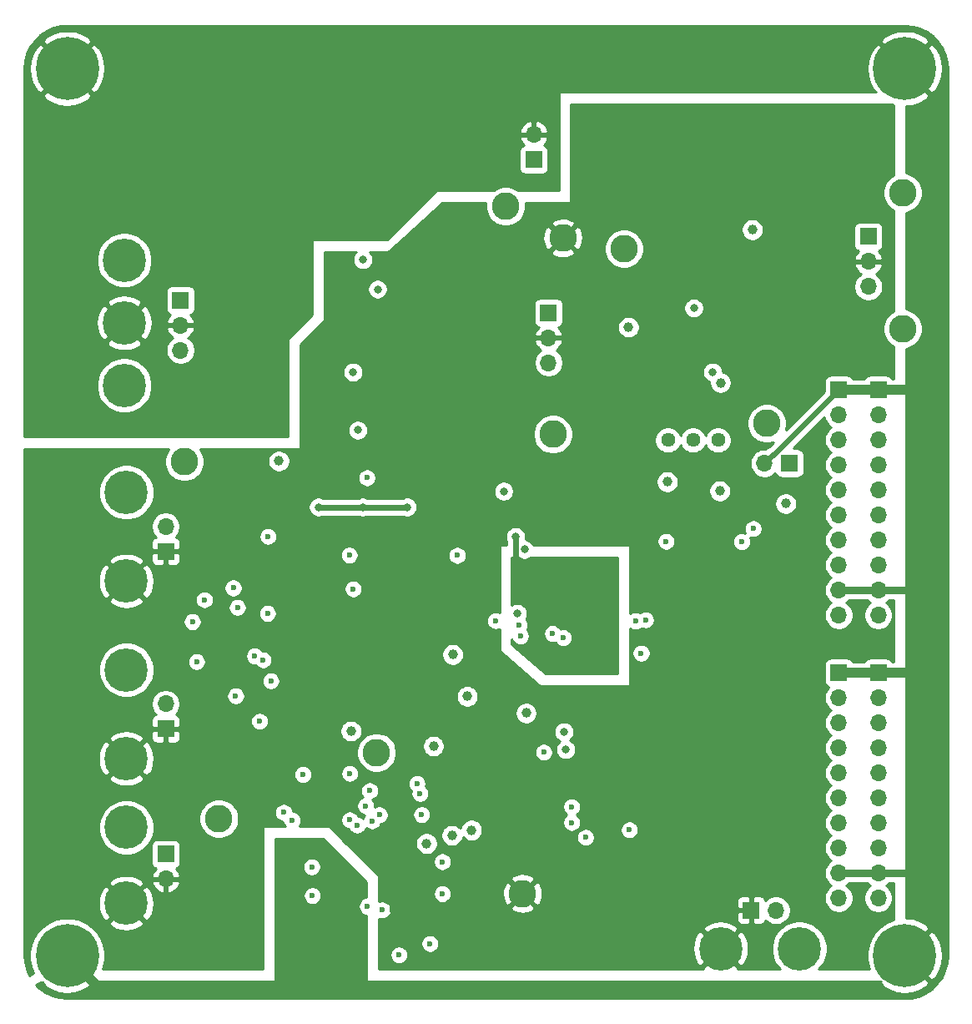
<source format=gbr>
G04 #@! TF.GenerationSoftware,KiCad,Pcbnew,(5.1.5)-3*
G04 #@! TF.CreationDate,2020-10-28T22:24:29+01:00*
G04 #@! TF.ProjectId,converters_1,636f6e76-6572-4746-9572-735f312e6b69,rev?*
G04 #@! TF.SameCoordinates,Original*
G04 #@! TF.FileFunction,Copper,L3,Inr*
G04 #@! TF.FilePolarity,Positive*
%FSLAX46Y46*%
G04 Gerber Fmt 4.6, Leading zero omitted, Abs format (unit mm)*
G04 Created by KiCad (PCBNEW (5.1.5)-3) date 2020-10-28 22:24:29*
%MOMM*%
%LPD*%
G04 APERTURE LIST*
%ADD10C,2.800000*%
%ADD11C,1.440000*%
%ADD12C,0.700000*%
%ADD13C,4.400000*%
%ADD14O,1.700000X1.700000*%
%ADD15R,1.700000X1.700000*%
%ADD16C,0.800000*%
%ADD17C,6.400000*%
%ADD18C,0.600000*%
%ADD19C,1.000000*%
%ADD20C,1.000000*%
%ADD21C,0.600000*%
%ADD22C,0.800000*%
%ADD23C,0.250000*%
%ADD24C,0.254000*%
G04 APERTURE END LIST*
D10*
X56900000Y-64900000D03*
X60400000Y-101100000D03*
X76400000Y-94400000D03*
X89500000Y-39000000D03*
X116000000Y-61000000D03*
X95300000Y-42200000D03*
X91200000Y-108700000D03*
X101500000Y-43300000D03*
X129800000Y-37600000D03*
X94300000Y-62100000D03*
X129800000Y-51400000D03*
D11*
X111040000Y-62700000D03*
X108500000Y-62700000D03*
X105960000Y-62700000D03*
D12*
X52166726Y-75833274D03*
X51000000Y-75350000D03*
X49833274Y-75833274D03*
X49350000Y-77000000D03*
X49833274Y-78166726D03*
X51000000Y-78650000D03*
X52166726Y-78166726D03*
X52650000Y-77000000D03*
D13*
X51000000Y-77000000D03*
D12*
X52166726Y-66833274D03*
X51000000Y-66350000D03*
X49833274Y-66833274D03*
X49350000Y-68000000D03*
X49833274Y-69166726D03*
X51000000Y-69650000D03*
X52166726Y-69166726D03*
X52650000Y-68000000D03*
D13*
X51000000Y-68000000D03*
D12*
X52166726Y-93833274D03*
X51000000Y-93350000D03*
X49833274Y-93833274D03*
X49350000Y-95000000D03*
X49833274Y-96166726D03*
X51000000Y-96650000D03*
X52166726Y-96166726D03*
X52650000Y-95000000D03*
D13*
X51000000Y-95000000D03*
D12*
X52166726Y-84833274D03*
X51000000Y-84350000D03*
X49833274Y-84833274D03*
X49350000Y-86000000D03*
X49833274Y-87166726D03*
X51000000Y-87650000D03*
X52166726Y-87166726D03*
X52650000Y-86000000D03*
D13*
X51000000Y-86000000D03*
D12*
X52166726Y-100833274D03*
X51000000Y-100350000D03*
X49833274Y-100833274D03*
X49350000Y-102000000D03*
X49833274Y-103166726D03*
X51000000Y-103650000D03*
X52166726Y-103166726D03*
X52650000Y-102000000D03*
D13*
X51000000Y-102000000D03*
D12*
X52166726Y-108533274D03*
X51000000Y-108050000D03*
X49833274Y-108533274D03*
X49350000Y-109700000D03*
X49833274Y-110866726D03*
X51000000Y-111350000D03*
X52166726Y-110866726D03*
X52650000Y-109700000D03*
D13*
X51000000Y-109700000D03*
D12*
X112466726Y-115466726D03*
X112950000Y-114300000D03*
X112466726Y-113133274D03*
X111300000Y-112650000D03*
X110133274Y-113133274D03*
X109650000Y-114300000D03*
X110133274Y-115466726D03*
X111300000Y-115950000D03*
D13*
X111300000Y-114300000D03*
D12*
X120466726Y-115466726D03*
X120950000Y-114300000D03*
X120466726Y-113133274D03*
X119300000Y-112650000D03*
X118133274Y-113133274D03*
X117650000Y-114300000D03*
X118133274Y-115466726D03*
X119300000Y-115950000D03*
D13*
X119300000Y-114300000D03*
D14*
X55000000Y-107240000D03*
D15*
X55000000Y-104700000D03*
D14*
X116940000Y-110400000D03*
D15*
X114400000Y-110400000D03*
D14*
X55000000Y-71460000D03*
D15*
X55000000Y-74000000D03*
D14*
X55000000Y-89460000D03*
D15*
X55000000Y-92000000D03*
D14*
X127300000Y-80460000D03*
X127300000Y-77920000D03*
X127300000Y-75380000D03*
X127300000Y-72840000D03*
X127300000Y-70300000D03*
X127300000Y-67760000D03*
X127300000Y-65220000D03*
X127300000Y-62680000D03*
X127300000Y-60140000D03*
D15*
X127300000Y-57600000D03*
D14*
X127300000Y-109160000D03*
X127300000Y-106620000D03*
X127300000Y-104080000D03*
X127300000Y-101540000D03*
X127300000Y-99000000D03*
X127300000Y-96460000D03*
X127300000Y-93920000D03*
X127300000Y-91380000D03*
X127300000Y-88840000D03*
D15*
X127300000Y-86300000D03*
D14*
X123300000Y-80460000D03*
X123300000Y-77920000D03*
X123300000Y-75380000D03*
X123300000Y-72840000D03*
X123300000Y-70300000D03*
X123300000Y-67760000D03*
X123300000Y-65220000D03*
X123300000Y-62680000D03*
X123300000Y-60140000D03*
D15*
X123300000Y-57600000D03*
D14*
X123300000Y-109160000D03*
X123300000Y-106620000D03*
X123300000Y-104080000D03*
X123300000Y-101540000D03*
X123300000Y-99000000D03*
X123300000Y-96460000D03*
X123300000Y-93920000D03*
X123300000Y-91380000D03*
X123300000Y-88840000D03*
D15*
X123300000Y-86300000D03*
D14*
X115760000Y-65050000D03*
D15*
X118300000Y-65050000D03*
D14*
X92350000Y-31710000D03*
D15*
X92350000Y-34250000D03*
D14*
X93850000Y-54850000D03*
X93850000Y-52310000D03*
D15*
X93850000Y-49770000D03*
D14*
X126300000Y-47130000D03*
X126300000Y-44590000D03*
D15*
X126300000Y-42050000D03*
D14*
X56500000Y-53580000D03*
X56500000Y-51040000D03*
D15*
X56500000Y-48500000D03*
D12*
X51966726Y-55983274D03*
X50800000Y-55500000D03*
X49633274Y-55983274D03*
X49150000Y-57150000D03*
X49633274Y-58316726D03*
X50800000Y-58800000D03*
X51966726Y-58316726D03*
X52450000Y-57150000D03*
D13*
X50800000Y-57150000D03*
D12*
X51966726Y-49633274D03*
X50800000Y-49150000D03*
X49633274Y-49633274D03*
X49150000Y-50800000D03*
X49633274Y-51966726D03*
X50800000Y-52450000D03*
X51966726Y-51966726D03*
X52450000Y-50800000D03*
D13*
X50800000Y-50800000D03*
D12*
X51966726Y-43283274D03*
X50800000Y-42800000D03*
X49633274Y-43283274D03*
X49150000Y-44450000D03*
X49633274Y-45616726D03*
X50800000Y-46100000D03*
X51966726Y-45616726D03*
X52450000Y-44450000D03*
D13*
X50800000Y-44450000D03*
D16*
X131697056Y-113302944D03*
X130000000Y-112600000D03*
X128302944Y-113302944D03*
X127600000Y-115000000D03*
X128302944Y-116697056D03*
X130000000Y-117400000D03*
X131697056Y-116697056D03*
X132400000Y-115000000D03*
D17*
X130000000Y-115000000D03*
D16*
X131697056Y-23302944D03*
X130000000Y-22600000D03*
X128302944Y-23302944D03*
X127600000Y-25000000D03*
X128302944Y-26697056D03*
X130000000Y-27400000D03*
X131697056Y-26697056D03*
X132400000Y-25000000D03*
D17*
X130000000Y-25000000D03*
D16*
X46697056Y-23302944D03*
X45000000Y-22600000D03*
X43302944Y-23302944D03*
X42600000Y-25000000D03*
X43302944Y-26697056D03*
X45000000Y-27400000D03*
X46697056Y-26697056D03*
X47400000Y-25000000D03*
D17*
X45000000Y-25000000D03*
D16*
X46697056Y-113302944D03*
X45000000Y-112600000D03*
X43302944Y-113302944D03*
X42600000Y-115000000D03*
X43302944Y-116697056D03*
X45000000Y-117400000D03*
X46697056Y-116697056D03*
X47400000Y-115000000D03*
D17*
X45000000Y-115000000D03*
D16*
X69800000Y-52500000D03*
X83800000Y-46000000D03*
X82400000Y-51600000D03*
X100900000Y-36200000D03*
X102100000Y-30700000D03*
X118100000Y-32100000D03*
X123200000Y-35000000D03*
X118100000Y-56700000D03*
X122900000Y-52900000D03*
X104500000Y-56600000D03*
X100200000Y-49500000D03*
X87300000Y-53600000D03*
X83700000Y-58200000D03*
X87200000Y-46300000D03*
X96700000Y-94900000D03*
X99200000Y-97900000D03*
D18*
X89800000Y-100700000D03*
X89800000Y-102400000D03*
X74925000Y-104075000D03*
X77950000Y-104075000D03*
X69575000Y-85400000D03*
X78800000Y-84075000D03*
X75450000Y-78000000D03*
X70125000Y-76200000D03*
X68875000Y-74500000D03*
X76904449Y-99079449D03*
X107700000Y-77300000D03*
X77975000Y-110375000D03*
X78550000Y-109000000D03*
X78750000Y-107325000D03*
X78825000Y-105325000D03*
X84000000Y-110350000D03*
X75825000Y-105400000D03*
D19*
X104925000Y-64650000D03*
X72825000Y-51675000D03*
X72050000Y-52500000D03*
X72675000Y-49875000D03*
D18*
X61850000Y-77700000D03*
X58925000Y-78900000D03*
X83075000Y-108725000D03*
X83075000Y-105475000D03*
D19*
X81475000Y-103625000D03*
D18*
X64525000Y-91225000D03*
X80500000Y-97550000D03*
X73675000Y-96525000D03*
X97600000Y-103000000D03*
D16*
X74000000Y-55800000D03*
X74500000Y-61700000D03*
D19*
X66475000Y-64825000D03*
X73800000Y-92225000D03*
X82175000Y-93750000D03*
D18*
X65375000Y-72475000D03*
X64025000Y-84600000D03*
D19*
X101950000Y-51250000D03*
X84048054Y-102799990D03*
D16*
X70500000Y-69500000D03*
X75000000Y-69500000D03*
X79500000Y-69500000D03*
X94500000Y-84500000D03*
X90500000Y-72500000D03*
X92500000Y-77500000D03*
X100250000Y-75250000D03*
X73000000Y-106500000D03*
X73498006Y-110496933D03*
X62500000Y-45500000D03*
X62400000Y-58400000D03*
X66800000Y-56800000D03*
X54000000Y-56000000D03*
X54400000Y-45100000D03*
X66300000Y-46400000D03*
X82800000Y-32100000D03*
X86100000Y-32300000D03*
X78500000Y-24000000D03*
X67000000Y-31900000D03*
X63300000Y-32900000D03*
X89300000Y-67900000D03*
X73000000Y-108499989D03*
X100157640Y-80749990D03*
D19*
X67350000Y-48975000D03*
X66075000Y-51950000D03*
X65900000Y-49875000D03*
D16*
X108600000Y-49300000D03*
X110500000Y-55800000D03*
X76500000Y-47400000D03*
X75000000Y-44400000D03*
D19*
X85600000Y-88700000D03*
X111300000Y-56875000D03*
X91575000Y-90400000D03*
X84125000Y-84450000D03*
X114525000Y-41350000D03*
X117925000Y-69150000D03*
X111225000Y-67850000D03*
D18*
X75425000Y-66525000D03*
X84575000Y-74400000D03*
X88475000Y-81025000D03*
X80975000Y-100700000D03*
X80800000Y-98550000D03*
X76675000Y-100725000D03*
X68925000Y-96625000D03*
X75950000Y-101325000D03*
X66975000Y-100475000D03*
X62275000Y-79675000D03*
X57700000Y-81125000D03*
X65325000Y-80275000D03*
X65675000Y-87125000D03*
X64886793Y-85000011D03*
X62100000Y-88650000D03*
X58131881Y-85183969D03*
X102050000Y-102250000D03*
X93350000Y-94375000D03*
D16*
X91400000Y-73800000D03*
X90700000Y-80300000D03*
D18*
X114625000Y-71675000D03*
X81825000Y-113775000D03*
X76975000Y-110375000D03*
X78675000Y-114925021D03*
X75475000Y-110000000D03*
X69875000Y-108925000D03*
X69825000Y-106000000D03*
X103250000Y-84325000D03*
X95350000Y-82750000D03*
X94250000Y-82325000D03*
X103697127Y-80947127D03*
X102675000Y-81050000D03*
X91000000Y-82575000D03*
X90850000Y-81450000D03*
D19*
X105900000Y-66925000D03*
X86025000Y-102275000D03*
D18*
X73625000Y-74375000D03*
X74025000Y-77800000D03*
D16*
X95600000Y-94100000D03*
X95400000Y-92300000D03*
D18*
X105775000Y-72975000D03*
X113450000Y-73000000D03*
X73675000Y-101225000D03*
X75295183Y-99804817D03*
X75700000Y-98275000D03*
X74425000Y-101775000D03*
X67825000Y-101275000D03*
X96200000Y-99900000D03*
X96200000Y-101500000D03*
D20*
X123300000Y-57600000D02*
X132400000Y-57600000D01*
X123300000Y-86300000D02*
X131200000Y-86300000D01*
X45000000Y-115000000D02*
X45000000Y-117500000D01*
X45000000Y-115000000D02*
X48199999Y-118199999D01*
D21*
X116699999Y-64200001D02*
X123300000Y-57600000D01*
X116609999Y-64200001D02*
X116699999Y-64200001D01*
X115760000Y-65050000D02*
X116609999Y-64200001D01*
X70500000Y-69500000D02*
X79500000Y-69500000D01*
X90500000Y-72500000D02*
X90500000Y-75500000D01*
D22*
X123300000Y-106620000D02*
X131480000Y-106620000D01*
X131480000Y-106620000D02*
X131500000Y-106600000D01*
X123300000Y-77920000D02*
X130955000Y-77920000D01*
X130955000Y-77920000D02*
X131000000Y-77875000D01*
D23*
X94500000Y-84500000D02*
X96407630Y-84500000D01*
X99757641Y-81149989D02*
X100157640Y-80749990D01*
X96407630Y-84500000D02*
X99757641Y-81149989D01*
D24*
G36*
X130768083Y-20731173D02*
G01*
X131511891Y-20934656D01*
X132207905Y-21266638D01*
X132834130Y-21716626D01*
X133370777Y-22270403D01*
X133800871Y-22910451D01*
X134110829Y-23616553D01*
X134292065Y-24371457D01*
X134340000Y-25024207D01*
X134340001Y-114970597D01*
X134268827Y-115768083D01*
X134065344Y-116511890D01*
X133733363Y-117207904D01*
X133283374Y-117834130D01*
X132729597Y-118370777D01*
X132089549Y-118800871D01*
X131383447Y-119110829D01*
X130628543Y-119292065D01*
X129975793Y-119340000D01*
X45029392Y-119340000D01*
X44231917Y-119268827D01*
X43488110Y-119065344D01*
X42792096Y-118733363D01*
X42165870Y-118283374D01*
X41856246Y-117963867D01*
X42295405Y-117744287D01*
X42365363Y-117814245D01*
X42478725Y-117700883D01*
X42838912Y-118190548D01*
X43502882Y-118550849D01*
X44224385Y-118774694D01*
X44975695Y-118853480D01*
X45727938Y-118784178D01*
X46452208Y-118569452D01*
X47120670Y-118217555D01*
X47161088Y-118190548D01*
X47521276Y-117700881D01*
X47447395Y-117627000D01*
X66000000Y-117627000D01*
X66024776Y-117624560D01*
X66048601Y-117617333D01*
X66070557Y-117605597D01*
X66089803Y-117589803D01*
X66105597Y-117570557D01*
X66117333Y-117548601D01*
X66124560Y-117524776D01*
X66127000Y-117500000D01*
X66127000Y-108832911D01*
X68940000Y-108832911D01*
X68940000Y-109017089D01*
X68975932Y-109197729D01*
X69046414Y-109367889D01*
X69148738Y-109521028D01*
X69278972Y-109651262D01*
X69432111Y-109753586D01*
X69602271Y-109824068D01*
X69782911Y-109860000D01*
X69967089Y-109860000D01*
X70147729Y-109824068D01*
X70317889Y-109753586D01*
X70471028Y-109651262D01*
X70601262Y-109521028D01*
X70703586Y-109367889D01*
X70774068Y-109197729D01*
X70810000Y-109017089D01*
X70810000Y-108832911D01*
X70774068Y-108652271D01*
X70703586Y-108482111D01*
X70601262Y-108328972D01*
X70471028Y-108198738D01*
X70317889Y-108096414D01*
X70147729Y-108025932D01*
X69967089Y-107990000D01*
X69782911Y-107990000D01*
X69602271Y-108025932D01*
X69432111Y-108096414D01*
X69278972Y-108198738D01*
X69148738Y-108328972D01*
X69046414Y-108482111D01*
X68975932Y-108652271D01*
X68940000Y-108832911D01*
X66127000Y-108832911D01*
X66127000Y-105907911D01*
X68890000Y-105907911D01*
X68890000Y-106092089D01*
X68925932Y-106272729D01*
X68996414Y-106442889D01*
X69098738Y-106596028D01*
X69228972Y-106726262D01*
X69382111Y-106828586D01*
X69552271Y-106899068D01*
X69732911Y-106935000D01*
X69917089Y-106935000D01*
X70097729Y-106899068D01*
X70267889Y-106828586D01*
X70421028Y-106726262D01*
X70551262Y-106596028D01*
X70653586Y-106442889D01*
X70724068Y-106272729D01*
X70760000Y-106092089D01*
X70760000Y-105907911D01*
X70724068Y-105727271D01*
X70653586Y-105557111D01*
X70551262Y-105403972D01*
X70421028Y-105273738D01*
X70267889Y-105171414D01*
X70097729Y-105100932D01*
X69917089Y-105065000D01*
X69732911Y-105065000D01*
X69552271Y-105100932D01*
X69382111Y-105171414D01*
X69228972Y-105273738D01*
X69098738Y-105403972D01*
X68996414Y-105557111D01*
X68925932Y-105727271D01*
X68890000Y-105907911D01*
X66127000Y-105907911D01*
X66127000Y-103127000D01*
X70947394Y-103127000D01*
X75373000Y-107552606D01*
X75373000Y-109066971D01*
X75202271Y-109100932D01*
X75032111Y-109171414D01*
X74878972Y-109273738D01*
X74748738Y-109403972D01*
X74646414Y-109557111D01*
X74575932Y-109727271D01*
X74540000Y-109907911D01*
X74540000Y-110092089D01*
X74575932Y-110272729D01*
X74646414Y-110442889D01*
X74748738Y-110596028D01*
X74878972Y-110726262D01*
X75032111Y-110828586D01*
X75202271Y-110899068D01*
X75373000Y-110933029D01*
X75373000Y-117500000D01*
X75375440Y-117524776D01*
X75382667Y-117548601D01*
X75394403Y-117570557D01*
X75410197Y-117589803D01*
X75429443Y-117605597D01*
X75451399Y-117617333D01*
X75475224Y-117624560D01*
X75500000Y-117627000D01*
X127552605Y-117627000D01*
X127478724Y-117700881D01*
X127838912Y-118190548D01*
X128502882Y-118550849D01*
X129224385Y-118774694D01*
X129975695Y-118853480D01*
X130727938Y-118784178D01*
X131452208Y-118569452D01*
X132120670Y-118217555D01*
X132161088Y-118190548D01*
X132521276Y-117700881D01*
X130127000Y-115306605D01*
X130127000Y-115000000D01*
X130179605Y-115000000D01*
X132700881Y-117521276D01*
X133190548Y-117161088D01*
X133550849Y-116497118D01*
X133774694Y-115775615D01*
X133853480Y-115024305D01*
X133784178Y-114272062D01*
X133569452Y-113547792D01*
X133217555Y-112879330D01*
X133190548Y-112838912D01*
X132700881Y-112478724D01*
X130179605Y-115000000D01*
X130127000Y-115000000D01*
X130127000Y-114693395D01*
X132521276Y-112299119D01*
X132161088Y-111809452D01*
X131497118Y-111449151D01*
X130775615Y-111225306D01*
X130127000Y-111157289D01*
X130127000Y-53409824D01*
X130393587Y-53356796D01*
X130763934Y-53203393D01*
X131097237Y-52980687D01*
X131380687Y-52697237D01*
X131603393Y-52363934D01*
X131756796Y-51993587D01*
X131835000Y-51600430D01*
X131835000Y-51199570D01*
X131756796Y-50806413D01*
X131603393Y-50436066D01*
X131380687Y-50102763D01*
X131097237Y-49819313D01*
X130763934Y-49596607D01*
X130393587Y-49443204D01*
X130127000Y-49390176D01*
X130127000Y-39609824D01*
X130393587Y-39556796D01*
X130763934Y-39403393D01*
X131097237Y-39180687D01*
X131380687Y-38897237D01*
X131603393Y-38563934D01*
X131756796Y-38193587D01*
X131835000Y-37800430D01*
X131835000Y-37399570D01*
X131756796Y-37006413D01*
X131603393Y-36636066D01*
X131380687Y-36302763D01*
X131097237Y-36019313D01*
X130763934Y-35796607D01*
X130393587Y-35643204D01*
X130127000Y-35590176D01*
X130127000Y-28839541D01*
X130727938Y-28784178D01*
X131452208Y-28569452D01*
X132120670Y-28217555D01*
X132161088Y-28190548D01*
X132521276Y-27700881D01*
X130000000Y-25179605D01*
X129985858Y-25193748D01*
X129806253Y-25014143D01*
X129820395Y-25000000D01*
X130179605Y-25000000D01*
X132700881Y-27521276D01*
X133190548Y-27161088D01*
X133550849Y-26497118D01*
X133774694Y-25775615D01*
X133853480Y-25024305D01*
X133784178Y-24272062D01*
X133569452Y-23547792D01*
X133217555Y-22879330D01*
X133190548Y-22838912D01*
X132700881Y-22478724D01*
X130179605Y-25000000D01*
X129820395Y-25000000D01*
X127299119Y-22478724D01*
X126809452Y-22838912D01*
X126449151Y-23502882D01*
X126225306Y-24224385D01*
X126146520Y-24975695D01*
X126215822Y-25727938D01*
X126430548Y-26452208D01*
X126782445Y-27120670D01*
X126809452Y-27161088D01*
X127097541Y-27373000D01*
X95000000Y-27373000D01*
X94975224Y-27375440D01*
X94951399Y-27382667D01*
X94929443Y-27394403D01*
X94910197Y-27410197D01*
X94894403Y-27429443D01*
X94882667Y-27451399D01*
X94875440Y-27475224D01*
X94873000Y-27500000D01*
X94873000Y-37373000D01*
X90727925Y-37373000D01*
X90463934Y-37196607D01*
X90093587Y-37043204D01*
X89700430Y-36965000D01*
X89299570Y-36965000D01*
X88906413Y-37043204D01*
X88536066Y-37196607D01*
X88272075Y-37373000D01*
X82500000Y-37373000D01*
X82475224Y-37375440D01*
X82451399Y-37382667D01*
X82429443Y-37394403D01*
X82410197Y-37410197D01*
X77447394Y-42373000D01*
X70000000Y-42373000D01*
X69975224Y-42375440D01*
X69951399Y-42382667D01*
X69929443Y-42394403D01*
X69910197Y-42410197D01*
X69894403Y-42429443D01*
X69882667Y-42451399D01*
X69875440Y-42475224D01*
X69873000Y-42500000D01*
X69873000Y-49947394D01*
X67410197Y-52410197D01*
X67394403Y-52429443D01*
X67382667Y-52451399D01*
X67375440Y-52475224D01*
X67373000Y-52500000D01*
X67373000Y-62373000D01*
X40660000Y-62373000D01*
X40660000Y-56870777D01*
X47965000Y-56870777D01*
X47965000Y-57429223D01*
X48073948Y-57976939D01*
X48287656Y-58492876D01*
X48597912Y-58957207D01*
X48992793Y-59352088D01*
X49457124Y-59662344D01*
X49973061Y-59876052D01*
X50520777Y-59985000D01*
X51079223Y-59985000D01*
X51626939Y-59876052D01*
X52142876Y-59662344D01*
X52607207Y-59352088D01*
X53002088Y-58957207D01*
X53312344Y-58492876D01*
X53526052Y-57976939D01*
X53635000Y-57429223D01*
X53635000Y-56870777D01*
X53526052Y-56323061D01*
X53312344Y-55807124D01*
X53002088Y-55342793D01*
X52607207Y-54947912D01*
X52142876Y-54637656D01*
X51626939Y-54423948D01*
X51079223Y-54315000D01*
X50520777Y-54315000D01*
X49973061Y-54423948D01*
X49457124Y-54637656D01*
X48992793Y-54947912D01*
X48597912Y-55342793D01*
X48287656Y-55807124D01*
X48073948Y-56323061D01*
X47965000Y-56870777D01*
X40660000Y-56870777D01*
X40660000Y-52789775D01*
X48989830Y-52789775D01*
X49229976Y-53177018D01*
X49723877Y-53437641D01*
X50259133Y-53596901D01*
X50815174Y-53648678D01*
X51370632Y-53590981D01*
X51879217Y-53433740D01*
X55015000Y-53433740D01*
X55015000Y-53726260D01*
X55072068Y-54013158D01*
X55184010Y-54283411D01*
X55346525Y-54526632D01*
X55553368Y-54733475D01*
X55796589Y-54895990D01*
X56066842Y-55007932D01*
X56353740Y-55065000D01*
X56646260Y-55065000D01*
X56933158Y-55007932D01*
X57203411Y-54895990D01*
X57446632Y-54733475D01*
X57653475Y-54526632D01*
X57815990Y-54283411D01*
X57927932Y-54013158D01*
X57985000Y-53726260D01*
X57985000Y-53433740D01*
X57927932Y-53146842D01*
X57815990Y-52876589D01*
X57653475Y-52633368D01*
X57446632Y-52426525D01*
X57264466Y-52304805D01*
X57381355Y-52235178D01*
X57597588Y-52040269D01*
X57771641Y-51806920D01*
X57896825Y-51544099D01*
X57941476Y-51396890D01*
X57820155Y-51167000D01*
X56627000Y-51167000D01*
X56627000Y-51187000D01*
X56373000Y-51187000D01*
X56373000Y-51167000D01*
X55179845Y-51167000D01*
X55058524Y-51396890D01*
X55103175Y-51544099D01*
X55228359Y-51806920D01*
X55402412Y-52040269D01*
X55618645Y-52235178D01*
X55735534Y-52304805D01*
X55553368Y-52426525D01*
X55346525Y-52633368D01*
X55184010Y-52876589D01*
X55072068Y-53146842D01*
X55015000Y-53433740D01*
X51879217Y-53433740D01*
X51904161Y-53426028D01*
X52370024Y-53177018D01*
X52610170Y-52789775D01*
X50800000Y-50979605D01*
X48989830Y-52789775D01*
X40660000Y-52789775D01*
X40660000Y-50815174D01*
X47951322Y-50815174D01*
X48009019Y-51370632D01*
X48173972Y-51904161D01*
X48422982Y-52370024D01*
X48810225Y-52610170D01*
X50620395Y-50800000D01*
X50979605Y-50800000D01*
X52789775Y-52610170D01*
X53177018Y-52370024D01*
X53437641Y-51876123D01*
X53596901Y-51340867D01*
X53648678Y-50784826D01*
X53590981Y-50229368D01*
X53426028Y-49695839D01*
X53177018Y-49229976D01*
X52789775Y-48989830D01*
X50979605Y-50800000D01*
X50620395Y-50800000D01*
X48810225Y-48989830D01*
X48422982Y-49229976D01*
X48162359Y-49723877D01*
X48003099Y-50259133D01*
X47951322Y-50815174D01*
X40660000Y-50815174D01*
X40660000Y-48810225D01*
X48989830Y-48810225D01*
X50800000Y-50620395D01*
X52610170Y-48810225D01*
X52370024Y-48422982D01*
X51876123Y-48162359D01*
X51340867Y-48003099D01*
X50784826Y-47951322D01*
X50229368Y-48009019D01*
X49695839Y-48173972D01*
X49229976Y-48422982D01*
X48989830Y-48810225D01*
X40660000Y-48810225D01*
X40660000Y-47650000D01*
X55011928Y-47650000D01*
X55011928Y-49350000D01*
X55024188Y-49474482D01*
X55060498Y-49594180D01*
X55119463Y-49704494D01*
X55198815Y-49801185D01*
X55295506Y-49880537D01*
X55405820Y-49939502D01*
X55486466Y-49963966D01*
X55402412Y-50039731D01*
X55228359Y-50273080D01*
X55103175Y-50535901D01*
X55058524Y-50683110D01*
X55179845Y-50913000D01*
X56373000Y-50913000D01*
X56373000Y-50893000D01*
X56627000Y-50893000D01*
X56627000Y-50913000D01*
X57820155Y-50913000D01*
X57941476Y-50683110D01*
X57896825Y-50535901D01*
X57771641Y-50273080D01*
X57597588Y-50039731D01*
X57513534Y-49963966D01*
X57594180Y-49939502D01*
X57704494Y-49880537D01*
X57801185Y-49801185D01*
X57880537Y-49704494D01*
X57939502Y-49594180D01*
X57975812Y-49474482D01*
X57988072Y-49350000D01*
X57988072Y-47650000D01*
X57975812Y-47525518D01*
X57939502Y-47405820D01*
X57880537Y-47295506D01*
X57801185Y-47198815D01*
X57704494Y-47119463D01*
X57594180Y-47060498D01*
X57474482Y-47024188D01*
X57350000Y-47011928D01*
X55650000Y-47011928D01*
X55525518Y-47024188D01*
X55405820Y-47060498D01*
X55295506Y-47119463D01*
X55198815Y-47198815D01*
X55119463Y-47295506D01*
X55060498Y-47405820D01*
X55024188Y-47525518D01*
X55011928Y-47650000D01*
X40660000Y-47650000D01*
X40660000Y-44170777D01*
X47965000Y-44170777D01*
X47965000Y-44729223D01*
X48073948Y-45276939D01*
X48287656Y-45792876D01*
X48597912Y-46257207D01*
X48992793Y-46652088D01*
X49457124Y-46962344D01*
X49973061Y-47176052D01*
X50520777Y-47285000D01*
X51079223Y-47285000D01*
X51626939Y-47176052D01*
X52142876Y-46962344D01*
X52607207Y-46652088D01*
X53002088Y-46257207D01*
X53312344Y-45792876D01*
X53526052Y-45276939D01*
X53635000Y-44729223D01*
X53635000Y-44170777D01*
X53526052Y-43623061D01*
X53312344Y-43107124D01*
X53002088Y-42642793D01*
X52607207Y-42247912D01*
X52142876Y-41937656D01*
X51626939Y-41723948D01*
X51079223Y-41615000D01*
X50520777Y-41615000D01*
X49973061Y-41723948D01*
X49457124Y-41937656D01*
X48992793Y-42247912D01*
X48597912Y-42642793D01*
X48287656Y-43107124D01*
X48073948Y-43623061D01*
X47965000Y-44170777D01*
X40660000Y-44170777D01*
X40660000Y-33400000D01*
X90861928Y-33400000D01*
X90861928Y-35100000D01*
X90874188Y-35224482D01*
X90910498Y-35344180D01*
X90969463Y-35454494D01*
X91048815Y-35551185D01*
X91145506Y-35630537D01*
X91255820Y-35689502D01*
X91375518Y-35725812D01*
X91500000Y-35738072D01*
X93200000Y-35738072D01*
X93324482Y-35725812D01*
X93444180Y-35689502D01*
X93554494Y-35630537D01*
X93651185Y-35551185D01*
X93730537Y-35454494D01*
X93789502Y-35344180D01*
X93825812Y-35224482D01*
X93838072Y-35100000D01*
X93838072Y-33400000D01*
X93825812Y-33275518D01*
X93789502Y-33155820D01*
X93730537Y-33045506D01*
X93651185Y-32948815D01*
X93554494Y-32869463D01*
X93444180Y-32810498D01*
X93363534Y-32786034D01*
X93447588Y-32710269D01*
X93621641Y-32476920D01*
X93746825Y-32214099D01*
X93791476Y-32066890D01*
X93670155Y-31837000D01*
X92477000Y-31837000D01*
X92477000Y-31857000D01*
X92223000Y-31857000D01*
X92223000Y-31837000D01*
X91029845Y-31837000D01*
X90908524Y-32066890D01*
X90953175Y-32214099D01*
X91078359Y-32476920D01*
X91252412Y-32710269D01*
X91336466Y-32786034D01*
X91255820Y-32810498D01*
X91145506Y-32869463D01*
X91048815Y-32948815D01*
X90969463Y-33045506D01*
X90910498Y-33155820D01*
X90874188Y-33275518D01*
X90861928Y-33400000D01*
X40660000Y-33400000D01*
X40660000Y-31353110D01*
X90908524Y-31353110D01*
X91029845Y-31583000D01*
X92223000Y-31583000D01*
X92223000Y-30389186D01*
X92477000Y-30389186D01*
X92477000Y-31583000D01*
X93670155Y-31583000D01*
X93791476Y-31353110D01*
X93746825Y-31205901D01*
X93621641Y-30943080D01*
X93447588Y-30709731D01*
X93231355Y-30514822D01*
X92981252Y-30365843D01*
X92706891Y-30268519D01*
X92477000Y-30389186D01*
X92223000Y-30389186D01*
X91993109Y-30268519D01*
X91718748Y-30365843D01*
X91468645Y-30514822D01*
X91252412Y-30709731D01*
X91078359Y-30943080D01*
X90953175Y-31205901D01*
X90908524Y-31353110D01*
X40660000Y-31353110D01*
X40660000Y-27700881D01*
X42478724Y-27700881D01*
X42838912Y-28190548D01*
X43502882Y-28550849D01*
X44224385Y-28774694D01*
X44975695Y-28853480D01*
X45727938Y-28784178D01*
X46452208Y-28569452D01*
X47120670Y-28217555D01*
X47161088Y-28190548D01*
X47521276Y-27700881D01*
X45000000Y-25179605D01*
X42478724Y-27700881D01*
X40660000Y-27700881D01*
X40660000Y-25029392D01*
X40664792Y-24975695D01*
X41146520Y-24975695D01*
X41215822Y-25727938D01*
X41430548Y-26452208D01*
X41782445Y-27120670D01*
X41809452Y-27161088D01*
X42299119Y-27521276D01*
X44820395Y-25000000D01*
X45179605Y-25000000D01*
X47700881Y-27521276D01*
X48190548Y-27161088D01*
X48550849Y-26497118D01*
X48774694Y-25775615D01*
X48853480Y-25024305D01*
X48784178Y-24272062D01*
X48569452Y-23547792D01*
X48217555Y-22879330D01*
X48190548Y-22838912D01*
X47700881Y-22478724D01*
X45179605Y-25000000D01*
X44820395Y-25000000D01*
X42299119Y-22478724D01*
X41809452Y-22838912D01*
X41449151Y-23502882D01*
X41225306Y-24224385D01*
X41146520Y-24975695D01*
X40664792Y-24975695D01*
X40731173Y-24231917D01*
X40934656Y-23488109D01*
X41266638Y-22792095D01*
X41620876Y-22299119D01*
X42478724Y-22299119D01*
X45000000Y-24820395D01*
X47521276Y-22299119D01*
X127478724Y-22299119D01*
X130000000Y-24820395D01*
X132521276Y-22299119D01*
X132161088Y-21809452D01*
X131497118Y-21449151D01*
X130775615Y-21225306D01*
X130024305Y-21146520D01*
X129272062Y-21215822D01*
X128547792Y-21430548D01*
X127879330Y-21782445D01*
X127838912Y-21809452D01*
X127478724Y-22299119D01*
X47521276Y-22299119D01*
X47161088Y-21809452D01*
X46497118Y-21449151D01*
X45775615Y-21225306D01*
X45024305Y-21146520D01*
X44272062Y-21215822D01*
X43547792Y-21430548D01*
X42879330Y-21782445D01*
X42838912Y-21809452D01*
X42478724Y-22299119D01*
X41620876Y-22299119D01*
X41716626Y-22165870D01*
X42270403Y-21629223D01*
X42910451Y-21199129D01*
X43616553Y-20889171D01*
X44371457Y-20707935D01*
X45024207Y-20660000D01*
X129970608Y-20660000D01*
X130768083Y-20731173D01*
G37*
X130768083Y-20731173D02*
X131511891Y-20934656D01*
X132207905Y-21266638D01*
X132834130Y-21716626D01*
X133370777Y-22270403D01*
X133800871Y-22910451D01*
X134110829Y-23616553D01*
X134292065Y-24371457D01*
X134340000Y-25024207D01*
X134340001Y-114970597D01*
X134268827Y-115768083D01*
X134065344Y-116511890D01*
X133733363Y-117207904D01*
X133283374Y-117834130D01*
X132729597Y-118370777D01*
X132089549Y-118800871D01*
X131383447Y-119110829D01*
X130628543Y-119292065D01*
X129975793Y-119340000D01*
X45029392Y-119340000D01*
X44231917Y-119268827D01*
X43488110Y-119065344D01*
X42792096Y-118733363D01*
X42165870Y-118283374D01*
X41856246Y-117963867D01*
X42295405Y-117744287D01*
X42365363Y-117814245D01*
X42478725Y-117700883D01*
X42838912Y-118190548D01*
X43502882Y-118550849D01*
X44224385Y-118774694D01*
X44975695Y-118853480D01*
X45727938Y-118784178D01*
X46452208Y-118569452D01*
X47120670Y-118217555D01*
X47161088Y-118190548D01*
X47521276Y-117700881D01*
X47447395Y-117627000D01*
X66000000Y-117627000D01*
X66024776Y-117624560D01*
X66048601Y-117617333D01*
X66070557Y-117605597D01*
X66089803Y-117589803D01*
X66105597Y-117570557D01*
X66117333Y-117548601D01*
X66124560Y-117524776D01*
X66127000Y-117500000D01*
X66127000Y-108832911D01*
X68940000Y-108832911D01*
X68940000Y-109017089D01*
X68975932Y-109197729D01*
X69046414Y-109367889D01*
X69148738Y-109521028D01*
X69278972Y-109651262D01*
X69432111Y-109753586D01*
X69602271Y-109824068D01*
X69782911Y-109860000D01*
X69967089Y-109860000D01*
X70147729Y-109824068D01*
X70317889Y-109753586D01*
X70471028Y-109651262D01*
X70601262Y-109521028D01*
X70703586Y-109367889D01*
X70774068Y-109197729D01*
X70810000Y-109017089D01*
X70810000Y-108832911D01*
X70774068Y-108652271D01*
X70703586Y-108482111D01*
X70601262Y-108328972D01*
X70471028Y-108198738D01*
X70317889Y-108096414D01*
X70147729Y-108025932D01*
X69967089Y-107990000D01*
X69782911Y-107990000D01*
X69602271Y-108025932D01*
X69432111Y-108096414D01*
X69278972Y-108198738D01*
X69148738Y-108328972D01*
X69046414Y-108482111D01*
X68975932Y-108652271D01*
X68940000Y-108832911D01*
X66127000Y-108832911D01*
X66127000Y-105907911D01*
X68890000Y-105907911D01*
X68890000Y-106092089D01*
X68925932Y-106272729D01*
X68996414Y-106442889D01*
X69098738Y-106596028D01*
X69228972Y-106726262D01*
X69382111Y-106828586D01*
X69552271Y-106899068D01*
X69732911Y-106935000D01*
X69917089Y-106935000D01*
X70097729Y-106899068D01*
X70267889Y-106828586D01*
X70421028Y-106726262D01*
X70551262Y-106596028D01*
X70653586Y-106442889D01*
X70724068Y-106272729D01*
X70760000Y-106092089D01*
X70760000Y-105907911D01*
X70724068Y-105727271D01*
X70653586Y-105557111D01*
X70551262Y-105403972D01*
X70421028Y-105273738D01*
X70267889Y-105171414D01*
X70097729Y-105100932D01*
X69917089Y-105065000D01*
X69732911Y-105065000D01*
X69552271Y-105100932D01*
X69382111Y-105171414D01*
X69228972Y-105273738D01*
X69098738Y-105403972D01*
X68996414Y-105557111D01*
X68925932Y-105727271D01*
X68890000Y-105907911D01*
X66127000Y-105907911D01*
X66127000Y-103127000D01*
X70947394Y-103127000D01*
X75373000Y-107552606D01*
X75373000Y-109066971D01*
X75202271Y-109100932D01*
X75032111Y-109171414D01*
X74878972Y-109273738D01*
X74748738Y-109403972D01*
X74646414Y-109557111D01*
X74575932Y-109727271D01*
X74540000Y-109907911D01*
X74540000Y-110092089D01*
X74575932Y-110272729D01*
X74646414Y-110442889D01*
X74748738Y-110596028D01*
X74878972Y-110726262D01*
X75032111Y-110828586D01*
X75202271Y-110899068D01*
X75373000Y-110933029D01*
X75373000Y-117500000D01*
X75375440Y-117524776D01*
X75382667Y-117548601D01*
X75394403Y-117570557D01*
X75410197Y-117589803D01*
X75429443Y-117605597D01*
X75451399Y-117617333D01*
X75475224Y-117624560D01*
X75500000Y-117627000D01*
X127552605Y-117627000D01*
X127478724Y-117700881D01*
X127838912Y-118190548D01*
X128502882Y-118550849D01*
X129224385Y-118774694D01*
X129975695Y-118853480D01*
X130727938Y-118784178D01*
X131452208Y-118569452D01*
X132120670Y-118217555D01*
X132161088Y-118190548D01*
X132521276Y-117700881D01*
X130127000Y-115306605D01*
X130127000Y-115000000D01*
X130179605Y-115000000D01*
X132700881Y-117521276D01*
X133190548Y-117161088D01*
X133550849Y-116497118D01*
X133774694Y-115775615D01*
X133853480Y-115024305D01*
X133784178Y-114272062D01*
X133569452Y-113547792D01*
X133217555Y-112879330D01*
X133190548Y-112838912D01*
X132700881Y-112478724D01*
X130179605Y-115000000D01*
X130127000Y-115000000D01*
X130127000Y-114693395D01*
X132521276Y-112299119D01*
X132161088Y-111809452D01*
X131497118Y-111449151D01*
X130775615Y-111225306D01*
X130127000Y-111157289D01*
X130127000Y-53409824D01*
X130393587Y-53356796D01*
X130763934Y-53203393D01*
X131097237Y-52980687D01*
X131380687Y-52697237D01*
X131603393Y-52363934D01*
X131756796Y-51993587D01*
X131835000Y-51600430D01*
X131835000Y-51199570D01*
X131756796Y-50806413D01*
X131603393Y-50436066D01*
X131380687Y-50102763D01*
X131097237Y-49819313D01*
X130763934Y-49596607D01*
X130393587Y-49443204D01*
X130127000Y-49390176D01*
X130127000Y-39609824D01*
X130393587Y-39556796D01*
X130763934Y-39403393D01*
X131097237Y-39180687D01*
X131380687Y-38897237D01*
X131603393Y-38563934D01*
X131756796Y-38193587D01*
X131835000Y-37800430D01*
X131835000Y-37399570D01*
X131756796Y-37006413D01*
X131603393Y-36636066D01*
X131380687Y-36302763D01*
X131097237Y-36019313D01*
X130763934Y-35796607D01*
X130393587Y-35643204D01*
X130127000Y-35590176D01*
X130127000Y-28839541D01*
X130727938Y-28784178D01*
X131452208Y-28569452D01*
X132120670Y-28217555D01*
X132161088Y-28190548D01*
X132521276Y-27700881D01*
X130000000Y-25179605D01*
X129985858Y-25193748D01*
X129806253Y-25014143D01*
X129820395Y-25000000D01*
X130179605Y-25000000D01*
X132700881Y-27521276D01*
X133190548Y-27161088D01*
X133550849Y-26497118D01*
X133774694Y-25775615D01*
X133853480Y-25024305D01*
X133784178Y-24272062D01*
X133569452Y-23547792D01*
X133217555Y-22879330D01*
X133190548Y-22838912D01*
X132700881Y-22478724D01*
X130179605Y-25000000D01*
X129820395Y-25000000D01*
X127299119Y-22478724D01*
X126809452Y-22838912D01*
X126449151Y-23502882D01*
X126225306Y-24224385D01*
X126146520Y-24975695D01*
X126215822Y-25727938D01*
X126430548Y-26452208D01*
X126782445Y-27120670D01*
X126809452Y-27161088D01*
X127097541Y-27373000D01*
X95000000Y-27373000D01*
X94975224Y-27375440D01*
X94951399Y-27382667D01*
X94929443Y-27394403D01*
X94910197Y-27410197D01*
X94894403Y-27429443D01*
X94882667Y-27451399D01*
X94875440Y-27475224D01*
X94873000Y-27500000D01*
X94873000Y-37373000D01*
X90727925Y-37373000D01*
X90463934Y-37196607D01*
X90093587Y-37043204D01*
X89700430Y-36965000D01*
X89299570Y-36965000D01*
X88906413Y-37043204D01*
X88536066Y-37196607D01*
X88272075Y-37373000D01*
X82500000Y-37373000D01*
X82475224Y-37375440D01*
X82451399Y-37382667D01*
X82429443Y-37394403D01*
X82410197Y-37410197D01*
X77447394Y-42373000D01*
X70000000Y-42373000D01*
X69975224Y-42375440D01*
X69951399Y-42382667D01*
X69929443Y-42394403D01*
X69910197Y-42410197D01*
X69894403Y-42429443D01*
X69882667Y-42451399D01*
X69875440Y-42475224D01*
X69873000Y-42500000D01*
X69873000Y-49947394D01*
X67410197Y-52410197D01*
X67394403Y-52429443D01*
X67382667Y-52451399D01*
X67375440Y-52475224D01*
X67373000Y-52500000D01*
X67373000Y-62373000D01*
X40660000Y-62373000D01*
X40660000Y-56870777D01*
X47965000Y-56870777D01*
X47965000Y-57429223D01*
X48073948Y-57976939D01*
X48287656Y-58492876D01*
X48597912Y-58957207D01*
X48992793Y-59352088D01*
X49457124Y-59662344D01*
X49973061Y-59876052D01*
X50520777Y-59985000D01*
X51079223Y-59985000D01*
X51626939Y-59876052D01*
X52142876Y-59662344D01*
X52607207Y-59352088D01*
X53002088Y-58957207D01*
X53312344Y-58492876D01*
X53526052Y-57976939D01*
X53635000Y-57429223D01*
X53635000Y-56870777D01*
X53526052Y-56323061D01*
X53312344Y-55807124D01*
X53002088Y-55342793D01*
X52607207Y-54947912D01*
X52142876Y-54637656D01*
X51626939Y-54423948D01*
X51079223Y-54315000D01*
X50520777Y-54315000D01*
X49973061Y-54423948D01*
X49457124Y-54637656D01*
X48992793Y-54947912D01*
X48597912Y-55342793D01*
X48287656Y-55807124D01*
X48073948Y-56323061D01*
X47965000Y-56870777D01*
X40660000Y-56870777D01*
X40660000Y-52789775D01*
X48989830Y-52789775D01*
X49229976Y-53177018D01*
X49723877Y-53437641D01*
X50259133Y-53596901D01*
X50815174Y-53648678D01*
X51370632Y-53590981D01*
X51879217Y-53433740D01*
X55015000Y-53433740D01*
X55015000Y-53726260D01*
X55072068Y-54013158D01*
X55184010Y-54283411D01*
X55346525Y-54526632D01*
X55553368Y-54733475D01*
X55796589Y-54895990D01*
X56066842Y-55007932D01*
X56353740Y-55065000D01*
X56646260Y-55065000D01*
X56933158Y-55007932D01*
X57203411Y-54895990D01*
X57446632Y-54733475D01*
X57653475Y-54526632D01*
X57815990Y-54283411D01*
X57927932Y-54013158D01*
X57985000Y-53726260D01*
X57985000Y-53433740D01*
X57927932Y-53146842D01*
X57815990Y-52876589D01*
X57653475Y-52633368D01*
X57446632Y-52426525D01*
X57264466Y-52304805D01*
X57381355Y-52235178D01*
X57597588Y-52040269D01*
X57771641Y-51806920D01*
X57896825Y-51544099D01*
X57941476Y-51396890D01*
X57820155Y-51167000D01*
X56627000Y-51167000D01*
X56627000Y-51187000D01*
X56373000Y-51187000D01*
X56373000Y-51167000D01*
X55179845Y-51167000D01*
X55058524Y-51396890D01*
X55103175Y-51544099D01*
X55228359Y-51806920D01*
X55402412Y-52040269D01*
X55618645Y-52235178D01*
X55735534Y-52304805D01*
X55553368Y-52426525D01*
X55346525Y-52633368D01*
X55184010Y-52876589D01*
X55072068Y-53146842D01*
X55015000Y-53433740D01*
X51879217Y-53433740D01*
X51904161Y-53426028D01*
X52370024Y-53177018D01*
X52610170Y-52789775D01*
X50800000Y-50979605D01*
X48989830Y-52789775D01*
X40660000Y-52789775D01*
X40660000Y-50815174D01*
X47951322Y-50815174D01*
X48009019Y-51370632D01*
X48173972Y-51904161D01*
X48422982Y-52370024D01*
X48810225Y-52610170D01*
X50620395Y-50800000D01*
X50979605Y-50800000D01*
X52789775Y-52610170D01*
X53177018Y-52370024D01*
X53437641Y-51876123D01*
X53596901Y-51340867D01*
X53648678Y-50784826D01*
X53590981Y-50229368D01*
X53426028Y-49695839D01*
X53177018Y-49229976D01*
X52789775Y-48989830D01*
X50979605Y-50800000D01*
X50620395Y-50800000D01*
X48810225Y-48989830D01*
X48422982Y-49229976D01*
X48162359Y-49723877D01*
X48003099Y-50259133D01*
X47951322Y-50815174D01*
X40660000Y-50815174D01*
X40660000Y-48810225D01*
X48989830Y-48810225D01*
X50800000Y-50620395D01*
X52610170Y-48810225D01*
X52370024Y-48422982D01*
X51876123Y-48162359D01*
X51340867Y-48003099D01*
X50784826Y-47951322D01*
X50229368Y-48009019D01*
X49695839Y-48173972D01*
X49229976Y-48422982D01*
X48989830Y-48810225D01*
X40660000Y-48810225D01*
X40660000Y-47650000D01*
X55011928Y-47650000D01*
X55011928Y-49350000D01*
X55024188Y-49474482D01*
X55060498Y-49594180D01*
X55119463Y-49704494D01*
X55198815Y-49801185D01*
X55295506Y-49880537D01*
X55405820Y-49939502D01*
X55486466Y-49963966D01*
X55402412Y-50039731D01*
X55228359Y-50273080D01*
X55103175Y-50535901D01*
X55058524Y-50683110D01*
X55179845Y-50913000D01*
X56373000Y-50913000D01*
X56373000Y-50893000D01*
X56627000Y-50893000D01*
X56627000Y-50913000D01*
X57820155Y-50913000D01*
X57941476Y-50683110D01*
X57896825Y-50535901D01*
X57771641Y-50273080D01*
X57597588Y-50039731D01*
X57513534Y-49963966D01*
X57594180Y-49939502D01*
X57704494Y-49880537D01*
X57801185Y-49801185D01*
X57880537Y-49704494D01*
X57939502Y-49594180D01*
X57975812Y-49474482D01*
X57988072Y-49350000D01*
X57988072Y-47650000D01*
X57975812Y-47525518D01*
X57939502Y-47405820D01*
X57880537Y-47295506D01*
X57801185Y-47198815D01*
X57704494Y-47119463D01*
X57594180Y-47060498D01*
X57474482Y-47024188D01*
X57350000Y-47011928D01*
X55650000Y-47011928D01*
X55525518Y-47024188D01*
X55405820Y-47060498D01*
X55295506Y-47119463D01*
X55198815Y-47198815D01*
X55119463Y-47295506D01*
X55060498Y-47405820D01*
X55024188Y-47525518D01*
X55011928Y-47650000D01*
X40660000Y-47650000D01*
X40660000Y-44170777D01*
X47965000Y-44170777D01*
X47965000Y-44729223D01*
X48073948Y-45276939D01*
X48287656Y-45792876D01*
X48597912Y-46257207D01*
X48992793Y-46652088D01*
X49457124Y-46962344D01*
X49973061Y-47176052D01*
X50520777Y-47285000D01*
X51079223Y-47285000D01*
X51626939Y-47176052D01*
X52142876Y-46962344D01*
X52607207Y-46652088D01*
X53002088Y-46257207D01*
X53312344Y-45792876D01*
X53526052Y-45276939D01*
X53635000Y-44729223D01*
X53635000Y-44170777D01*
X53526052Y-43623061D01*
X53312344Y-43107124D01*
X53002088Y-42642793D01*
X52607207Y-42247912D01*
X52142876Y-41937656D01*
X51626939Y-41723948D01*
X51079223Y-41615000D01*
X50520777Y-41615000D01*
X49973061Y-41723948D01*
X49457124Y-41937656D01*
X48992793Y-42247912D01*
X48597912Y-42642793D01*
X48287656Y-43107124D01*
X48073948Y-43623061D01*
X47965000Y-44170777D01*
X40660000Y-44170777D01*
X40660000Y-33400000D01*
X90861928Y-33400000D01*
X90861928Y-35100000D01*
X90874188Y-35224482D01*
X90910498Y-35344180D01*
X90969463Y-35454494D01*
X91048815Y-35551185D01*
X91145506Y-35630537D01*
X91255820Y-35689502D01*
X91375518Y-35725812D01*
X91500000Y-35738072D01*
X93200000Y-35738072D01*
X93324482Y-35725812D01*
X93444180Y-35689502D01*
X93554494Y-35630537D01*
X93651185Y-35551185D01*
X93730537Y-35454494D01*
X93789502Y-35344180D01*
X93825812Y-35224482D01*
X93838072Y-35100000D01*
X93838072Y-33400000D01*
X93825812Y-33275518D01*
X93789502Y-33155820D01*
X93730537Y-33045506D01*
X93651185Y-32948815D01*
X93554494Y-32869463D01*
X93444180Y-32810498D01*
X93363534Y-32786034D01*
X93447588Y-32710269D01*
X93621641Y-32476920D01*
X93746825Y-32214099D01*
X93791476Y-32066890D01*
X93670155Y-31837000D01*
X92477000Y-31837000D01*
X92477000Y-31857000D01*
X92223000Y-31857000D01*
X92223000Y-31837000D01*
X91029845Y-31837000D01*
X90908524Y-32066890D01*
X90953175Y-32214099D01*
X91078359Y-32476920D01*
X91252412Y-32710269D01*
X91336466Y-32786034D01*
X91255820Y-32810498D01*
X91145506Y-32869463D01*
X91048815Y-32948815D01*
X90969463Y-33045506D01*
X90910498Y-33155820D01*
X90874188Y-33275518D01*
X90861928Y-33400000D01*
X40660000Y-33400000D01*
X40660000Y-31353110D01*
X90908524Y-31353110D01*
X91029845Y-31583000D01*
X92223000Y-31583000D01*
X92223000Y-30389186D01*
X92477000Y-30389186D01*
X92477000Y-31583000D01*
X93670155Y-31583000D01*
X93791476Y-31353110D01*
X93746825Y-31205901D01*
X93621641Y-30943080D01*
X93447588Y-30709731D01*
X93231355Y-30514822D01*
X92981252Y-30365843D01*
X92706891Y-30268519D01*
X92477000Y-30389186D01*
X92223000Y-30389186D01*
X91993109Y-30268519D01*
X91718748Y-30365843D01*
X91468645Y-30514822D01*
X91252412Y-30709731D01*
X91078359Y-30943080D01*
X90953175Y-31205901D01*
X90908524Y-31353110D01*
X40660000Y-31353110D01*
X40660000Y-27700881D01*
X42478724Y-27700881D01*
X42838912Y-28190548D01*
X43502882Y-28550849D01*
X44224385Y-28774694D01*
X44975695Y-28853480D01*
X45727938Y-28784178D01*
X46452208Y-28569452D01*
X47120670Y-28217555D01*
X47161088Y-28190548D01*
X47521276Y-27700881D01*
X45000000Y-25179605D01*
X42478724Y-27700881D01*
X40660000Y-27700881D01*
X40660000Y-25029392D01*
X40664792Y-24975695D01*
X41146520Y-24975695D01*
X41215822Y-25727938D01*
X41430548Y-26452208D01*
X41782445Y-27120670D01*
X41809452Y-27161088D01*
X42299119Y-27521276D01*
X44820395Y-25000000D01*
X45179605Y-25000000D01*
X47700881Y-27521276D01*
X48190548Y-27161088D01*
X48550849Y-26497118D01*
X48774694Y-25775615D01*
X48853480Y-25024305D01*
X48784178Y-24272062D01*
X48569452Y-23547792D01*
X48217555Y-22879330D01*
X48190548Y-22838912D01*
X47700881Y-22478724D01*
X45179605Y-25000000D01*
X44820395Y-25000000D01*
X42299119Y-22478724D01*
X41809452Y-22838912D01*
X41449151Y-23502882D01*
X41225306Y-24224385D01*
X41146520Y-24975695D01*
X40664792Y-24975695D01*
X40731173Y-24231917D01*
X40934656Y-23488109D01*
X41266638Y-22792095D01*
X41620876Y-22299119D01*
X42478724Y-22299119D01*
X45000000Y-24820395D01*
X47521276Y-22299119D01*
X127478724Y-22299119D01*
X130000000Y-24820395D01*
X132521276Y-22299119D01*
X132161088Y-21809452D01*
X131497118Y-21449151D01*
X130775615Y-21225306D01*
X130024305Y-21146520D01*
X129272062Y-21215822D01*
X128547792Y-21430548D01*
X127879330Y-21782445D01*
X127838912Y-21809452D01*
X127478724Y-22299119D01*
X47521276Y-22299119D01*
X47161088Y-21809452D01*
X46497118Y-21449151D01*
X45775615Y-21225306D01*
X45024305Y-21146520D01*
X44272062Y-21215822D01*
X43547792Y-21430548D01*
X42879330Y-21782445D01*
X42838912Y-21809452D01*
X42478724Y-22299119D01*
X41620876Y-22299119D01*
X41716626Y-22165870D01*
X42270403Y-21629223D01*
X42910451Y-21199129D01*
X43616553Y-20889171D01*
X44371457Y-20707935D01*
X45024207Y-20660000D01*
X129970608Y-20660000D01*
X130768083Y-20731173D01*
G36*
X90909744Y-74717205D02*
G01*
X91098102Y-74795226D01*
X91298061Y-74835000D01*
X91501939Y-74835000D01*
X91701898Y-74795226D01*
X91890256Y-74717205D01*
X92025258Y-74627000D01*
X100873000Y-74627000D01*
X100873000Y-86373000D01*
X93546981Y-86373000D01*
X90127000Y-83441587D01*
X90127000Y-82910663D01*
X90171414Y-83017889D01*
X90273738Y-83171028D01*
X90403972Y-83301262D01*
X90557111Y-83403586D01*
X90727271Y-83474068D01*
X90907911Y-83510000D01*
X91092089Y-83510000D01*
X91272729Y-83474068D01*
X91442889Y-83403586D01*
X91596028Y-83301262D01*
X91726262Y-83171028D01*
X91828586Y-83017889D01*
X91899068Y-82847729D01*
X91935000Y-82667089D01*
X91935000Y-82482911D01*
X91899068Y-82302271D01*
X91870339Y-82232911D01*
X93315000Y-82232911D01*
X93315000Y-82417089D01*
X93350932Y-82597729D01*
X93421414Y-82767889D01*
X93523738Y-82921028D01*
X93653972Y-83051262D01*
X93807111Y-83153586D01*
X93977271Y-83224068D01*
X94157911Y-83260000D01*
X94342089Y-83260000D01*
X94522729Y-83224068D01*
X94538016Y-83217736D01*
X94623738Y-83346028D01*
X94753972Y-83476262D01*
X94907111Y-83578586D01*
X95077271Y-83649068D01*
X95257911Y-83685000D01*
X95442089Y-83685000D01*
X95622729Y-83649068D01*
X95792889Y-83578586D01*
X95946028Y-83476262D01*
X96076262Y-83346028D01*
X96178586Y-83192889D01*
X96249068Y-83022729D01*
X96285000Y-82842089D01*
X96285000Y-82657911D01*
X96249068Y-82477271D01*
X96178586Y-82307111D01*
X96076262Y-82153972D01*
X95946028Y-82023738D01*
X95792889Y-81921414D01*
X95622729Y-81850932D01*
X95442089Y-81815000D01*
X95257911Y-81815000D01*
X95077271Y-81850932D01*
X95061984Y-81857264D01*
X94976262Y-81728972D01*
X94846028Y-81598738D01*
X94692889Y-81496414D01*
X94522729Y-81425932D01*
X94342089Y-81390000D01*
X94157911Y-81390000D01*
X93977271Y-81425932D01*
X93807111Y-81496414D01*
X93653972Y-81598738D01*
X93523738Y-81728972D01*
X93421414Y-81882111D01*
X93350932Y-82052271D01*
X93315000Y-82232911D01*
X91870339Y-82232911D01*
X91828586Y-82132111D01*
X91726262Y-81978972D01*
X91663202Y-81915912D01*
X91678586Y-81892889D01*
X91749068Y-81722729D01*
X91785000Y-81542089D01*
X91785000Y-81357911D01*
X91749068Y-81177271D01*
X91678586Y-81007111D01*
X91576262Y-80853972D01*
X91575285Y-80852995D01*
X91617205Y-80790256D01*
X91695226Y-80601898D01*
X91735000Y-80401939D01*
X91735000Y-80198061D01*
X91695226Y-79998102D01*
X91617205Y-79809744D01*
X91503937Y-79640226D01*
X91359774Y-79496063D01*
X91190256Y-79382795D01*
X91001898Y-79304774D01*
X90801939Y-79265000D01*
X90598061Y-79265000D01*
X90398102Y-79304774D01*
X90209744Y-79382795D01*
X90127000Y-79438083D01*
X90127000Y-74627000D01*
X90774742Y-74627000D01*
X90909744Y-74717205D01*
G37*
X90909744Y-74717205D02*
X91098102Y-74795226D01*
X91298061Y-74835000D01*
X91501939Y-74835000D01*
X91701898Y-74795226D01*
X91890256Y-74717205D01*
X92025258Y-74627000D01*
X100873000Y-74627000D01*
X100873000Y-86373000D01*
X93546981Y-86373000D01*
X90127000Y-83441587D01*
X90127000Y-82910663D01*
X90171414Y-83017889D01*
X90273738Y-83171028D01*
X90403972Y-83301262D01*
X90557111Y-83403586D01*
X90727271Y-83474068D01*
X90907911Y-83510000D01*
X91092089Y-83510000D01*
X91272729Y-83474068D01*
X91442889Y-83403586D01*
X91596028Y-83301262D01*
X91726262Y-83171028D01*
X91828586Y-83017889D01*
X91899068Y-82847729D01*
X91935000Y-82667089D01*
X91935000Y-82482911D01*
X91899068Y-82302271D01*
X91870339Y-82232911D01*
X93315000Y-82232911D01*
X93315000Y-82417089D01*
X93350932Y-82597729D01*
X93421414Y-82767889D01*
X93523738Y-82921028D01*
X93653972Y-83051262D01*
X93807111Y-83153586D01*
X93977271Y-83224068D01*
X94157911Y-83260000D01*
X94342089Y-83260000D01*
X94522729Y-83224068D01*
X94538016Y-83217736D01*
X94623738Y-83346028D01*
X94753972Y-83476262D01*
X94907111Y-83578586D01*
X95077271Y-83649068D01*
X95257911Y-83685000D01*
X95442089Y-83685000D01*
X95622729Y-83649068D01*
X95792889Y-83578586D01*
X95946028Y-83476262D01*
X96076262Y-83346028D01*
X96178586Y-83192889D01*
X96249068Y-83022729D01*
X96285000Y-82842089D01*
X96285000Y-82657911D01*
X96249068Y-82477271D01*
X96178586Y-82307111D01*
X96076262Y-82153972D01*
X95946028Y-82023738D01*
X95792889Y-81921414D01*
X95622729Y-81850932D01*
X95442089Y-81815000D01*
X95257911Y-81815000D01*
X95077271Y-81850932D01*
X95061984Y-81857264D01*
X94976262Y-81728972D01*
X94846028Y-81598738D01*
X94692889Y-81496414D01*
X94522729Y-81425932D01*
X94342089Y-81390000D01*
X94157911Y-81390000D01*
X93977271Y-81425932D01*
X93807111Y-81496414D01*
X93653972Y-81598738D01*
X93523738Y-81728972D01*
X93421414Y-81882111D01*
X93350932Y-82052271D01*
X93315000Y-82232911D01*
X91870339Y-82232911D01*
X91828586Y-82132111D01*
X91726262Y-81978972D01*
X91663202Y-81915912D01*
X91678586Y-81892889D01*
X91749068Y-81722729D01*
X91785000Y-81542089D01*
X91785000Y-81357911D01*
X91749068Y-81177271D01*
X91678586Y-81007111D01*
X91576262Y-80853972D01*
X91575285Y-80852995D01*
X91617205Y-80790256D01*
X91695226Y-80601898D01*
X91735000Y-80401939D01*
X91735000Y-80198061D01*
X91695226Y-79998102D01*
X91617205Y-79809744D01*
X91503937Y-79640226D01*
X91359774Y-79496063D01*
X91190256Y-79382795D01*
X91001898Y-79304774D01*
X90801939Y-79265000D01*
X90598061Y-79265000D01*
X90398102Y-79304774D01*
X90209744Y-79382795D01*
X90127000Y-79438083D01*
X90127000Y-74627000D01*
X90774742Y-74627000D01*
X90909744Y-74717205D01*
G36*
X128873000Y-28684155D02*
G01*
X128873000Y-35781308D01*
X128836066Y-35796607D01*
X128502763Y-36019313D01*
X128219313Y-36302763D01*
X127996607Y-36636066D01*
X127843204Y-37006413D01*
X127765000Y-37399570D01*
X127765000Y-37800430D01*
X127843204Y-38193587D01*
X127996607Y-38563934D01*
X128219313Y-38897237D01*
X128502763Y-39180687D01*
X128836066Y-39403393D01*
X128873000Y-39418692D01*
X128873000Y-49581308D01*
X128836066Y-49596607D01*
X128502763Y-49819313D01*
X128219313Y-50102763D01*
X127996607Y-50436066D01*
X127843204Y-50806413D01*
X127765000Y-51199570D01*
X127765000Y-51600430D01*
X127843204Y-51993587D01*
X127996607Y-52363934D01*
X128219313Y-52697237D01*
X128502763Y-52980687D01*
X128836066Y-53203393D01*
X128873000Y-53218692D01*
X128873000Y-56465000D01*
X128717683Y-56465000D01*
X128680537Y-56395506D01*
X128601185Y-56298815D01*
X128504494Y-56219463D01*
X128394180Y-56160498D01*
X128274482Y-56124188D01*
X128150000Y-56111928D01*
X126450000Y-56111928D01*
X126325518Y-56124188D01*
X126205820Y-56160498D01*
X126095506Y-56219463D01*
X125998815Y-56298815D01*
X125919463Y-56395506D01*
X125882317Y-56465000D01*
X124717683Y-56465000D01*
X124680537Y-56395506D01*
X124601185Y-56298815D01*
X124504494Y-56219463D01*
X124394180Y-56160498D01*
X124274482Y-56124188D01*
X124150000Y-56111928D01*
X122450000Y-56111928D01*
X122325518Y-56124188D01*
X122205820Y-56160498D01*
X122095506Y-56219463D01*
X121998815Y-56298815D01*
X121919463Y-56395506D01*
X121860498Y-56505820D01*
X121824188Y-56625518D01*
X121811928Y-56750000D01*
X121811928Y-57765783D01*
X117937472Y-61640239D01*
X117956796Y-61593587D01*
X118035000Y-61200430D01*
X118035000Y-60799570D01*
X117956796Y-60406413D01*
X117803393Y-60036066D01*
X117580687Y-59702763D01*
X117297237Y-59419313D01*
X116963934Y-59196607D01*
X116593587Y-59043204D01*
X116200430Y-58965000D01*
X115799570Y-58965000D01*
X115406413Y-59043204D01*
X115036066Y-59196607D01*
X114702763Y-59419313D01*
X114419313Y-59702763D01*
X114196607Y-60036066D01*
X114043204Y-60406413D01*
X113965000Y-60799570D01*
X113965000Y-61200430D01*
X114043204Y-61593587D01*
X114196607Y-61963934D01*
X114419313Y-62297237D01*
X114702763Y-62580687D01*
X115036066Y-62803393D01*
X115406413Y-62956796D01*
X115799570Y-63035000D01*
X116200430Y-63035000D01*
X116593587Y-62956796D01*
X116640239Y-62937472D01*
X116240272Y-63337439D01*
X116088027Y-63418815D01*
X115945655Y-63535657D01*
X115919425Y-63567619D01*
X115906260Y-63565000D01*
X115613740Y-63565000D01*
X115326842Y-63622068D01*
X115056589Y-63734010D01*
X114813368Y-63896525D01*
X114606525Y-64103368D01*
X114444010Y-64346589D01*
X114332068Y-64616842D01*
X114275000Y-64903740D01*
X114275000Y-65196260D01*
X114332068Y-65483158D01*
X114444010Y-65753411D01*
X114606525Y-65996632D01*
X114813368Y-66203475D01*
X115056589Y-66365990D01*
X115326842Y-66477932D01*
X115613740Y-66535000D01*
X115906260Y-66535000D01*
X116193158Y-66477932D01*
X116463411Y-66365990D01*
X116706632Y-66203475D01*
X116838487Y-66071620D01*
X116860498Y-66144180D01*
X116919463Y-66254494D01*
X116998815Y-66351185D01*
X117095506Y-66430537D01*
X117205820Y-66489502D01*
X117325518Y-66525812D01*
X117450000Y-66538072D01*
X119150000Y-66538072D01*
X119274482Y-66525812D01*
X119394180Y-66489502D01*
X119504494Y-66430537D01*
X119601185Y-66351185D01*
X119680537Y-66254494D01*
X119739502Y-66144180D01*
X119775812Y-66024482D01*
X119788072Y-65900000D01*
X119788072Y-64200000D01*
X119775812Y-64075518D01*
X119739502Y-63955820D01*
X119680537Y-63845506D01*
X119601185Y-63748815D01*
X119504494Y-63669463D01*
X119394180Y-63610498D01*
X119274482Y-63574188D01*
X119150000Y-63561928D01*
X118660361Y-63561928D01*
X121835080Y-60387209D01*
X121872068Y-60573158D01*
X121984010Y-60843411D01*
X122146525Y-61086632D01*
X122353368Y-61293475D01*
X122527760Y-61410000D01*
X122353368Y-61526525D01*
X122146525Y-61733368D01*
X121984010Y-61976589D01*
X121872068Y-62246842D01*
X121815000Y-62533740D01*
X121815000Y-62826260D01*
X121872068Y-63113158D01*
X121984010Y-63383411D01*
X122146525Y-63626632D01*
X122353368Y-63833475D01*
X122527760Y-63950000D01*
X122353368Y-64066525D01*
X122146525Y-64273368D01*
X121984010Y-64516589D01*
X121872068Y-64786842D01*
X121815000Y-65073740D01*
X121815000Y-65366260D01*
X121872068Y-65653158D01*
X121984010Y-65923411D01*
X122146525Y-66166632D01*
X122353368Y-66373475D01*
X122527760Y-66490000D01*
X122353368Y-66606525D01*
X122146525Y-66813368D01*
X121984010Y-67056589D01*
X121872068Y-67326842D01*
X121815000Y-67613740D01*
X121815000Y-67906260D01*
X121872068Y-68193158D01*
X121984010Y-68463411D01*
X122146525Y-68706632D01*
X122353368Y-68913475D01*
X122527760Y-69030000D01*
X122353368Y-69146525D01*
X122146525Y-69353368D01*
X121984010Y-69596589D01*
X121872068Y-69866842D01*
X121815000Y-70153740D01*
X121815000Y-70446260D01*
X121872068Y-70733158D01*
X121984010Y-71003411D01*
X122146525Y-71246632D01*
X122353368Y-71453475D01*
X122527760Y-71570000D01*
X122353368Y-71686525D01*
X122146525Y-71893368D01*
X121984010Y-72136589D01*
X121872068Y-72406842D01*
X121815000Y-72693740D01*
X121815000Y-72986260D01*
X121872068Y-73273158D01*
X121984010Y-73543411D01*
X122146525Y-73786632D01*
X122353368Y-73993475D01*
X122527760Y-74110000D01*
X122353368Y-74226525D01*
X122146525Y-74433368D01*
X121984010Y-74676589D01*
X121872068Y-74946842D01*
X121815000Y-75233740D01*
X121815000Y-75526260D01*
X121872068Y-75813158D01*
X121984010Y-76083411D01*
X122146525Y-76326632D01*
X122353368Y-76533475D01*
X122527760Y-76650000D01*
X122353368Y-76766525D01*
X122146525Y-76973368D01*
X121984010Y-77216589D01*
X121872068Y-77486842D01*
X121815000Y-77773740D01*
X121815000Y-78066260D01*
X121872068Y-78353158D01*
X121984010Y-78623411D01*
X122146525Y-78866632D01*
X122353368Y-79073475D01*
X122527760Y-79190000D01*
X122353368Y-79306525D01*
X122146525Y-79513368D01*
X121984010Y-79756589D01*
X121872068Y-80026842D01*
X121815000Y-80313740D01*
X121815000Y-80606260D01*
X121872068Y-80893158D01*
X121984010Y-81163411D01*
X122146525Y-81406632D01*
X122353368Y-81613475D01*
X122596589Y-81775990D01*
X122866842Y-81887932D01*
X123153740Y-81945000D01*
X123446260Y-81945000D01*
X123733158Y-81887932D01*
X124003411Y-81775990D01*
X124246632Y-81613475D01*
X124453475Y-81406632D01*
X124615990Y-81163411D01*
X124727932Y-80893158D01*
X124785000Y-80606260D01*
X124785000Y-80313740D01*
X124727932Y-80026842D01*
X124615990Y-79756589D01*
X124453475Y-79513368D01*
X124246632Y-79306525D01*
X124072240Y-79190000D01*
X124246632Y-79073475D01*
X124365107Y-78955000D01*
X126234893Y-78955000D01*
X126353368Y-79073475D01*
X126527760Y-79190000D01*
X126353368Y-79306525D01*
X126146525Y-79513368D01*
X125984010Y-79756589D01*
X125872068Y-80026842D01*
X125815000Y-80313740D01*
X125815000Y-80606260D01*
X125872068Y-80893158D01*
X125984010Y-81163411D01*
X126146525Y-81406632D01*
X126353368Y-81613475D01*
X126596589Y-81775990D01*
X126866842Y-81887932D01*
X127153740Y-81945000D01*
X127446260Y-81945000D01*
X127733158Y-81887932D01*
X128003411Y-81775990D01*
X128246632Y-81613475D01*
X128453475Y-81406632D01*
X128615990Y-81163411D01*
X128727932Y-80893158D01*
X128785000Y-80606260D01*
X128785000Y-80313740D01*
X128727932Y-80026842D01*
X128615990Y-79756589D01*
X128453475Y-79513368D01*
X128246632Y-79306525D01*
X128072240Y-79190000D01*
X128246632Y-79073475D01*
X128365107Y-78955000D01*
X128873000Y-78955000D01*
X128873000Y-85165000D01*
X128717683Y-85165000D01*
X128680537Y-85095506D01*
X128601185Y-84998815D01*
X128504494Y-84919463D01*
X128394180Y-84860498D01*
X128274482Y-84824188D01*
X128150000Y-84811928D01*
X126450000Y-84811928D01*
X126325518Y-84824188D01*
X126205820Y-84860498D01*
X126095506Y-84919463D01*
X125998815Y-84998815D01*
X125919463Y-85095506D01*
X125882317Y-85165000D01*
X124717683Y-85165000D01*
X124680537Y-85095506D01*
X124601185Y-84998815D01*
X124504494Y-84919463D01*
X124394180Y-84860498D01*
X124274482Y-84824188D01*
X124150000Y-84811928D01*
X122450000Y-84811928D01*
X122325518Y-84824188D01*
X122205820Y-84860498D01*
X122095506Y-84919463D01*
X121998815Y-84998815D01*
X121919463Y-85095506D01*
X121860498Y-85205820D01*
X121824188Y-85325518D01*
X121811928Y-85450000D01*
X121811928Y-87150000D01*
X121824188Y-87274482D01*
X121860498Y-87394180D01*
X121919463Y-87504494D01*
X121998815Y-87601185D01*
X122095506Y-87680537D01*
X122205820Y-87739502D01*
X122278380Y-87761513D01*
X122146525Y-87893368D01*
X121984010Y-88136589D01*
X121872068Y-88406842D01*
X121815000Y-88693740D01*
X121815000Y-88986260D01*
X121872068Y-89273158D01*
X121984010Y-89543411D01*
X122146525Y-89786632D01*
X122353368Y-89993475D01*
X122527760Y-90110000D01*
X122353368Y-90226525D01*
X122146525Y-90433368D01*
X121984010Y-90676589D01*
X121872068Y-90946842D01*
X121815000Y-91233740D01*
X121815000Y-91526260D01*
X121872068Y-91813158D01*
X121984010Y-92083411D01*
X122146525Y-92326632D01*
X122353368Y-92533475D01*
X122527760Y-92650000D01*
X122353368Y-92766525D01*
X122146525Y-92973368D01*
X121984010Y-93216589D01*
X121872068Y-93486842D01*
X121815000Y-93773740D01*
X121815000Y-94066260D01*
X121872068Y-94353158D01*
X121984010Y-94623411D01*
X122146525Y-94866632D01*
X122353368Y-95073475D01*
X122527760Y-95190000D01*
X122353368Y-95306525D01*
X122146525Y-95513368D01*
X121984010Y-95756589D01*
X121872068Y-96026842D01*
X121815000Y-96313740D01*
X121815000Y-96606260D01*
X121872068Y-96893158D01*
X121984010Y-97163411D01*
X122146525Y-97406632D01*
X122353368Y-97613475D01*
X122527760Y-97730000D01*
X122353368Y-97846525D01*
X122146525Y-98053368D01*
X121984010Y-98296589D01*
X121872068Y-98566842D01*
X121815000Y-98853740D01*
X121815000Y-99146260D01*
X121872068Y-99433158D01*
X121984010Y-99703411D01*
X122146525Y-99946632D01*
X122353368Y-100153475D01*
X122527760Y-100270000D01*
X122353368Y-100386525D01*
X122146525Y-100593368D01*
X121984010Y-100836589D01*
X121872068Y-101106842D01*
X121815000Y-101393740D01*
X121815000Y-101686260D01*
X121872068Y-101973158D01*
X121984010Y-102243411D01*
X122146525Y-102486632D01*
X122353368Y-102693475D01*
X122527760Y-102810000D01*
X122353368Y-102926525D01*
X122146525Y-103133368D01*
X121984010Y-103376589D01*
X121872068Y-103646842D01*
X121815000Y-103933740D01*
X121815000Y-104226260D01*
X121872068Y-104513158D01*
X121984010Y-104783411D01*
X122146525Y-105026632D01*
X122353368Y-105233475D01*
X122527760Y-105350000D01*
X122353368Y-105466525D01*
X122146525Y-105673368D01*
X121984010Y-105916589D01*
X121872068Y-106186842D01*
X121815000Y-106473740D01*
X121815000Y-106766260D01*
X121872068Y-107053158D01*
X121984010Y-107323411D01*
X122146525Y-107566632D01*
X122353368Y-107773475D01*
X122527760Y-107890000D01*
X122353368Y-108006525D01*
X122146525Y-108213368D01*
X121984010Y-108456589D01*
X121872068Y-108726842D01*
X121815000Y-109013740D01*
X121815000Y-109306260D01*
X121872068Y-109593158D01*
X121984010Y-109863411D01*
X122146525Y-110106632D01*
X122353368Y-110313475D01*
X122596589Y-110475990D01*
X122866842Y-110587932D01*
X123153740Y-110645000D01*
X123446260Y-110645000D01*
X123733158Y-110587932D01*
X124003411Y-110475990D01*
X124246632Y-110313475D01*
X124453475Y-110106632D01*
X124615990Y-109863411D01*
X124727932Y-109593158D01*
X124785000Y-109306260D01*
X124785000Y-109013740D01*
X124727932Y-108726842D01*
X124615990Y-108456589D01*
X124453475Y-108213368D01*
X124246632Y-108006525D01*
X124072240Y-107890000D01*
X124246632Y-107773475D01*
X124365107Y-107655000D01*
X126234893Y-107655000D01*
X126353368Y-107773475D01*
X126527760Y-107890000D01*
X126353368Y-108006525D01*
X126146525Y-108213368D01*
X125984010Y-108456589D01*
X125872068Y-108726842D01*
X125815000Y-109013740D01*
X125815000Y-109306260D01*
X125872068Y-109593158D01*
X125984010Y-109863411D01*
X126146525Y-110106632D01*
X126353368Y-110313475D01*
X126596589Y-110475990D01*
X126866842Y-110587932D01*
X127153740Y-110645000D01*
X127446260Y-110645000D01*
X127733158Y-110587932D01*
X128003411Y-110475990D01*
X128246632Y-110313475D01*
X128453475Y-110106632D01*
X128615990Y-109863411D01*
X128727932Y-109593158D01*
X128785000Y-109306260D01*
X128785000Y-109013740D01*
X128727932Y-108726842D01*
X128615990Y-108456589D01*
X128453475Y-108213368D01*
X128246632Y-108006525D01*
X128072240Y-107890000D01*
X128246632Y-107773475D01*
X128365107Y-107655000D01*
X128873000Y-107655000D01*
X128873000Y-111315845D01*
X128183446Y-111601467D01*
X127555330Y-112021161D01*
X127021161Y-112555330D01*
X126601467Y-113183446D01*
X126312377Y-113881372D01*
X126165000Y-114622285D01*
X126165000Y-115377715D01*
X126312377Y-116118628D01*
X126417741Y-116373000D01*
X121236295Y-116373000D01*
X121502088Y-116107207D01*
X121812344Y-115642876D01*
X122026052Y-115126939D01*
X122135000Y-114579223D01*
X122135000Y-114020777D01*
X122026052Y-113473061D01*
X121812344Y-112957124D01*
X121502088Y-112492793D01*
X121107207Y-112097912D01*
X120642876Y-111787656D01*
X120126939Y-111573948D01*
X119579223Y-111465000D01*
X119020777Y-111465000D01*
X118473061Y-111573948D01*
X117957124Y-111787656D01*
X117492793Y-112097912D01*
X117097912Y-112492793D01*
X116787656Y-112957124D01*
X116573948Y-113473061D01*
X116465000Y-114020777D01*
X116465000Y-114579223D01*
X116573948Y-115126939D01*
X116787656Y-115642876D01*
X117097912Y-116107207D01*
X117363705Y-116373000D01*
X113058559Y-116373000D01*
X113110170Y-116289775D01*
X111300000Y-114479605D01*
X109489830Y-116289775D01*
X109541441Y-116373000D01*
X76627000Y-116373000D01*
X76627000Y-114832932D01*
X77740000Y-114832932D01*
X77740000Y-115017110D01*
X77775932Y-115197750D01*
X77846414Y-115367910D01*
X77948738Y-115521049D01*
X78078972Y-115651283D01*
X78232111Y-115753607D01*
X78402271Y-115824089D01*
X78582911Y-115860021D01*
X78767089Y-115860021D01*
X78947729Y-115824089D01*
X79117889Y-115753607D01*
X79271028Y-115651283D01*
X79401262Y-115521049D01*
X79503586Y-115367910D01*
X79574068Y-115197750D01*
X79610000Y-115017110D01*
X79610000Y-114832932D01*
X79574068Y-114652292D01*
X79503586Y-114482132D01*
X79401262Y-114328993D01*
X79271028Y-114198759D01*
X79117889Y-114096435D01*
X78947729Y-114025953D01*
X78767089Y-113990021D01*
X78582911Y-113990021D01*
X78402271Y-114025953D01*
X78232111Y-114096435D01*
X78078972Y-114198759D01*
X77948738Y-114328993D01*
X77846414Y-114482132D01*
X77775932Y-114652292D01*
X77740000Y-114832932D01*
X76627000Y-114832932D01*
X76627000Y-113682911D01*
X80890000Y-113682911D01*
X80890000Y-113867089D01*
X80925932Y-114047729D01*
X80996414Y-114217889D01*
X81098738Y-114371028D01*
X81228972Y-114501262D01*
X81382111Y-114603586D01*
X81552271Y-114674068D01*
X81732911Y-114710000D01*
X81917089Y-114710000D01*
X82097729Y-114674068D01*
X82267889Y-114603586D01*
X82421028Y-114501262D01*
X82551262Y-114371028D01*
X82588582Y-114315174D01*
X108451322Y-114315174D01*
X108509019Y-114870632D01*
X108673972Y-115404161D01*
X108922982Y-115870024D01*
X109310225Y-116110170D01*
X111120395Y-114300000D01*
X111479605Y-114300000D01*
X113289775Y-116110170D01*
X113677018Y-115870024D01*
X113937641Y-115376123D01*
X114096901Y-114840867D01*
X114148678Y-114284826D01*
X114090981Y-113729368D01*
X113926028Y-113195839D01*
X113677018Y-112729976D01*
X113289775Y-112489830D01*
X111479605Y-114300000D01*
X111120395Y-114300000D01*
X109310225Y-112489830D01*
X108922982Y-112729976D01*
X108662359Y-113223877D01*
X108503099Y-113759133D01*
X108451322Y-114315174D01*
X82588582Y-114315174D01*
X82653586Y-114217889D01*
X82724068Y-114047729D01*
X82760000Y-113867089D01*
X82760000Y-113682911D01*
X82724068Y-113502271D01*
X82653586Y-113332111D01*
X82551262Y-113178972D01*
X82421028Y-113048738D01*
X82267889Y-112946414D01*
X82097729Y-112875932D01*
X81917089Y-112840000D01*
X81732911Y-112840000D01*
X81552271Y-112875932D01*
X81382111Y-112946414D01*
X81228972Y-113048738D01*
X81098738Y-113178972D01*
X80996414Y-113332111D01*
X80925932Y-113502271D01*
X80890000Y-113682911D01*
X76627000Y-113682911D01*
X76627000Y-112310225D01*
X109489830Y-112310225D01*
X111300000Y-114120395D01*
X113110170Y-112310225D01*
X112870024Y-111922982D01*
X112376123Y-111662359D01*
X111840867Y-111503099D01*
X111284826Y-111451322D01*
X110729368Y-111509019D01*
X110195839Y-111673972D01*
X109729976Y-111922982D01*
X109489830Y-112310225D01*
X76627000Y-112310225D01*
X76627000Y-111242890D01*
X76702271Y-111274068D01*
X76882911Y-111310000D01*
X77067089Y-111310000D01*
X77247729Y-111274068D01*
X77305834Y-111250000D01*
X112911928Y-111250000D01*
X112924188Y-111374482D01*
X112960498Y-111494180D01*
X113019463Y-111604494D01*
X113098815Y-111701185D01*
X113195506Y-111780537D01*
X113305820Y-111839502D01*
X113425518Y-111875812D01*
X113550000Y-111888072D01*
X114114250Y-111885000D01*
X114273000Y-111726250D01*
X114273000Y-110527000D01*
X113073750Y-110527000D01*
X112915000Y-110685750D01*
X112911928Y-111250000D01*
X77305834Y-111250000D01*
X77417889Y-111203586D01*
X77571028Y-111101262D01*
X77701262Y-110971028D01*
X77803586Y-110817889D01*
X77874068Y-110647729D01*
X77910000Y-110467089D01*
X77910000Y-110282911D01*
X77877684Y-110120447D01*
X89959158Y-110120447D01*
X90103135Y-110425770D01*
X90460892Y-110606597D01*
X90847053Y-110714155D01*
X91246777Y-110744310D01*
X91644704Y-110695904D01*
X92025540Y-110570795D01*
X92296865Y-110425770D01*
X92440842Y-110120447D01*
X91200000Y-108879605D01*
X89959158Y-110120447D01*
X77877684Y-110120447D01*
X77874068Y-110102271D01*
X77803586Y-109932111D01*
X77701262Y-109778972D01*
X77571028Y-109648738D01*
X77417889Y-109546414D01*
X77247729Y-109475932D01*
X77067089Y-109440000D01*
X76882911Y-109440000D01*
X76702271Y-109475932D01*
X76627000Y-109507110D01*
X76627000Y-108632911D01*
X82140000Y-108632911D01*
X82140000Y-108817089D01*
X82175932Y-108997729D01*
X82246414Y-109167889D01*
X82348738Y-109321028D01*
X82478972Y-109451262D01*
X82632111Y-109553586D01*
X82802271Y-109624068D01*
X82982911Y-109660000D01*
X83167089Y-109660000D01*
X83347729Y-109624068D01*
X83517889Y-109553586D01*
X83671028Y-109451262D01*
X83801262Y-109321028D01*
X83903586Y-109167889D01*
X83974068Y-108997729D01*
X84010000Y-108817089D01*
X84010000Y-108746777D01*
X89155690Y-108746777D01*
X89204096Y-109144704D01*
X89329205Y-109525540D01*
X89474230Y-109796865D01*
X89779553Y-109940842D01*
X91020395Y-108700000D01*
X91379605Y-108700000D01*
X92620447Y-109940842D01*
X92925770Y-109796865D01*
X93050547Y-109550000D01*
X112911928Y-109550000D01*
X112915000Y-110114250D01*
X113073750Y-110273000D01*
X114273000Y-110273000D01*
X114273000Y-109073750D01*
X114527000Y-109073750D01*
X114527000Y-110273000D01*
X114547000Y-110273000D01*
X114547000Y-110527000D01*
X114527000Y-110527000D01*
X114527000Y-111726250D01*
X114685750Y-111885000D01*
X115250000Y-111888072D01*
X115374482Y-111875812D01*
X115494180Y-111839502D01*
X115604494Y-111780537D01*
X115701185Y-111701185D01*
X115780537Y-111604494D01*
X115839502Y-111494180D01*
X115861513Y-111421620D01*
X115993368Y-111553475D01*
X116236589Y-111715990D01*
X116506842Y-111827932D01*
X116793740Y-111885000D01*
X117086260Y-111885000D01*
X117373158Y-111827932D01*
X117643411Y-111715990D01*
X117886632Y-111553475D01*
X118093475Y-111346632D01*
X118255990Y-111103411D01*
X118367932Y-110833158D01*
X118425000Y-110546260D01*
X118425000Y-110253740D01*
X118367932Y-109966842D01*
X118255990Y-109696589D01*
X118093475Y-109453368D01*
X117886632Y-109246525D01*
X117643411Y-109084010D01*
X117373158Y-108972068D01*
X117086260Y-108915000D01*
X116793740Y-108915000D01*
X116506842Y-108972068D01*
X116236589Y-109084010D01*
X115993368Y-109246525D01*
X115861513Y-109378380D01*
X115839502Y-109305820D01*
X115780537Y-109195506D01*
X115701185Y-109098815D01*
X115604494Y-109019463D01*
X115494180Y-108960498D01*
X115374482Y-108924188D01*
X115250000Y-108911928D01*
X114685750Y-108915000D01*
X114527000Y-109073750D01*
X114273000Y-109073750D01*
X114114250Y-108915000D01*
X113550000Y-108911928D01*
X113425518Y-108924188D01*
X113305820Y-108960498D01*
X113195506Y-109019463D01*
X113098815Y-109098815D01*
X113019463Y-109195506D01*
X112960498Y-109305820D01*
X112924188Y-109425518D01*
X112911928Y-109550000D01*
X93050547Y-109550000D01*
X93106597Y-109439108D01*
X93214155Y-109052947D01*
X93244310Y-108653223D01*
X93195904Y-108255296D01*
X93070795Y-107874460D01*
X92925770Y-107603135D01*
X92620447Y-107459158D01*
X91379605Y-108700000D01*
X91020395Y-108700000D01*
X89779553Y-107459158D01*
X89474230Y-107603135D01*
X89293403Y-107960892D01*
X89185845Y-108347053D01*
X89155690Y-108746777D01*
X84010000Y-108746777D01*
X84010000Y-108632911D01*
X83974068Y-108452271D01*
X83903586Y-108282111D01*
X83801262Y-108128972D01*
X83671028Y-107998738D01*
X83517889Y-107896414D01*
X83347729Y-107825932D01*
X83167089Y-107790000D01*
X82982911Y-107790000D01*
X82802271Y-107825932D01*
X82632111Y-107896414D01*
X82478972Y-107998738D01*
X82348738Y-108128972D01*
X82246414Y-108282111D01*
X82175932Y-108452271D01*
X82140000Y-108632911D01*
X76627000Y-108632911D01*
X76627000Y-107279553D01*
X89959158Y-107279553D01*
X91200000Y-108520395D01*
X92440842Y-107279553D01*
X92296865Y-106974230D01*
X91939108Y-106793403D01*
X91552947Y-106685845D01*
X91153223Y-106655690D01*
X90755296Y-106704096D01*
X90374460Y-106829205D01*
X90103135Y-106974230D01*
X89959158Y-107279553D01*
X76627000Y-107279553D01*
X76627000Y-107000000D01*
X76624560Y-106975224D01*
X76617333Y-106951399D01*
X76605597Y-106929443D01*
X76589803Y-106910197D01*
X75062517Y-105382911D01*
X82140000Y-105382911D01*
X82140000Y-105567089D01*
X82175932Y-105747729D01*
X82246414Y-105917889D01*
X82348738Y-106071028D01*
X82478972Y-106201262D01*
X82632111Y-106303586D01*
X82802271Y-106374068D01*
X82982911Y-106410000D01*
X83167089Y-106410000D01*
X83347729Y-106374068D01*
X83517889Y-106303586D01*
X83671028Y-106201262D01*
X83801262Y-106071028D01*
X83903586Y-105917889D01*
X83974068Y-105747729D01*
X84010000Y-105567089D01*
X84010000Y-105382911D01*
X83974068Y-105202271D01*
X83903586Y-105032111D01*
X83801262Y-104878972D01*
X83671028Y-104748738D01*
X83517889Y-104646414D01*
X83347729Y-104575932D01*
X83167089Y-104540000D01*
X82982911Y-104540000D01*
X82802271Y-104575932D01*
X82632111Y-104646414D01*
X82478972Y-104748738D01*
X82348738Y-104878972D01*
X82246414Y-105032111D01*
X82175932Y-105202271D01*
X82140000Y-105382911D01*
X75062517Y-105382911D01*
X73192818Y-103513212D01*
X80340000Y-103513212D01*
X80340000Y-103736788D01*
X80383617Y-103956067D01*
X80469176Y-104162624D01*
X80593388Y-104348520D01*
X80751480Y-104506612D01*
X80937376Y-104630824D01*
X81143933Y-104716383D01*
X81363212Y-104760000D01*
X81586788Y-104760000D01*
X81806067Y-104716383D01*
X82012624Y-104630824D01*
X82198520Y-104506612D01*
X82356612Y-104348520D01*
X82480824Y-104162624D01*
X82566383Y-103956067D01*
X82610000Y-103736788D01*
X82610000Y-103513212D01*
X82566383Y-103293933D01*
X82480824Y-103087376D01*
X82356612Y-102901480D01*
X82198520Y-102743388D01*
X82115929Y-102688202D01*
X82913054Y-102688202D01*
X82913054Y-102911778D01*
X82956671Y-103131057D01*
X83042230Y-103337614D01*
X83166442Y-103523510D01*
X83324534Y-103681602D01*
X83510430Y-103805814D01*
X83716987Y-103891373D01*
X83936266Y-103934990D01*
X84159842Y-103934990D01*
X84379121Y-103891373D01*
X84585678Y-103805814D01*
X84771574Y-103681602D01*
X84929666Y-103523510D01*
X85053878Y-103337614D01*
X85139437Y-103131057D01*
X85162082Y-103017214D01*
X85301480Y-103156612D01*
X85487376Y-103280824D01*
X85693933Y-103366383D01*
X85913212Y-103410000D01*
X86136788Y-103410000D01*
X86356067Y-103366383D01*
X86562624Y-103280824D01*
X86748520Y-103156612D01*
X86906612Y-102998520D01*
X86967155Y-102907911D01*
X96665000Y-102907911D01*
X96665000Y-103092089D01*
X96700932Y-103272729D01*
X96771414Y-103442889D01*
X96873738Y-103596028D01*
X97003972Y-103726262D01*
X97157111Y-103828586D01*
X97327271Y-103899068D01*
X97507911Y-103935000D01*
X97692089Y-103935000D01*
X97872729Y-103899068D01*
X98042889Y-103828586D01*
X98196028Y-103726262D01*
X98326262Y-103596028D01*
X98428586Y-103442889D01*
X98499068Y-103272729D01*
X98535000Y-103092089D01*
X98535000Y-102907911D01*
X98499068Y-102727271D01*
X98428586Y-102557111D01*
X98326262Y-102403972D01*
X98196028Y-102273738D01*
X98042889Y-102171414D01*
X98010290Y-102157911D01*
X101115000Y-102157911D01*
X101115000Y-102342089D01*
X101150932Y-102522729D01*
X101221414Y-102692889D01*
X101323738Y-102846028D01*
X101453972Y-102976262D01*
X101607111Y-103078586D01*
X101777271Y-103149068D01*
X101957911Y-103185000D01*
X102142089Y-103185000D01*
X102322729Y-103149068D01*
X102492889Y-103078586D01*
X102646028Y-102976262D01*
X102776262Y-102846028D01*
X102878586Y-102692889D01*
X102949068Y-102522729D01*
X102985000Y-102342089D01*
X102985000Y-102157911D01*
X102949068Y-101977271D01*
X102878586Y-101807111D01*
X102776262Y-101653972D01*
X102646028Y-101523738D01*
X102492889Y-101421414D01*
X102322729Y-101350932D01*
X102142089Y-101315000D01*
X101957911Y-101315000D01*
X101777271Y-101350932D01*
X101607111Y-101421414D01*
X101453972Y-101523738D01*
X101323738Y-101653972D01*
X101221414Y-101807111D01*
X101150932Y-101977271D01*
X101115000Y-102157911D01*
X98010290Y-102157911D01*
X97872729Y-102100932D01*
X97692089Y-102065000D01*
X97507911Y-102065000D01*
X97327271Y-102100932D01*
X97157111Y-102171414D01*
X97003972Y-102273738D01*
X96873738Y-102403972D01*
X96771414Y-102557111D01*
X96700932Y-102727271D01*
X96665000Y-102907911D01*
X86967155Y-102907911D01*
X87030824Y-102812624D01*
X87116383Y-102606067D01*
X87160000Y-102386788D01*
X87160000Y-102163212D01*
X87116383Y-101943933D01*
X87030824Y-101737376D01*
X86906612Y-101551480D01*
X86748520Y-101393388D01*
X86562624Y-101269176D01*
X86356067Y-101183617D01*
X86136788Y-101140000D01*
X85913212Y-101140000D01*
X85693933Y-101183617D01*
X85487376Y-101269176D01*
X85301480Y-101393388D01*
X85143388Y-101551480D01*
X85019176Y-101737376D01*
X84933617Y-101943933D01*
X84910972Y-102057776D01*
X84771574Y-101918378D01*
X84585678Y-101794166D01*
X84379121Y-101708607D01*
X84159842Y-101664990D01*
X83936266Y-101664990D01*
X83716987Y-101708607D01*
X83510430Y-101794166D01*
X83324534Y-101918378D01*
X83166442Y-102076470D01*
X83042230Y-102262366D01*
X82956671Y-102468923D01*
X82913054Y-102688202D01*
X82115929Y-102688202D01*
X82012624Y-102619176D01*
X81806067Y-102533617D01*
X81586788Y-102490000D01*
X81363212Y-102490000D01*
X81143933Y-102533617D01*
X80937376Y-102619176D01*
X80751480Y-102743388D01*
X80593388Y-102901480D01*
X80469176Y-103087376D01*
X80383617Y-103293933D01*
X80340000Y-103513212D01*
X73192818Y-103513212D01*
X71589803Y-101910197D01*
X71570557Y-101894403D01*
X71548601Y-101882667D01*
X71524776Y-101875440D01*
X71500000Y-101873000D01*
X68549290Y-101873000D01*
X68551262Y-101871028D01*
X68653586Y-101717889D01*
X68724068Y-101547729D01*
X68760000Y-101367089D01*
X68760000Y-101182911D01*
X68750055Y-101132911D01*
X72740000Y-101132911D01*
X72740000Y-101317089D01*
X72775932Y-101497729D01*
X72846414Y-101667889D01*
X72948738Y-101821028D01*
X73078972Y-101951262D01*
X73232111Y-102053586D01*
X73402271Y-102124068D01*
X73571495Y-102157729D01*
X73596414Y-102217889D01*
X73698738Y-102371028D01*
X73828972Y-102501262D01*
X73982111Y-102603586D01*
X74152271Y-102674068D01*
X74332911Y-102710000D01*
X74517089Y-102710000D01*
X74697729Y-102674068D01*
X74867889Y-102603586D01*
X75021028Y-102501262D01*
X75151262Y-102371028D01*
X75253586Y-102217889D01*
X75324068Y-102047729D01*
X75328443Y-102025733D01*
X75353972Y-102051262D01*
X75507111Y-102153586D01*
X75677271Y-102224068D01*
X75857911Y-102260000D01*
X76042089Y-102260000D01*
X76222729Y-102224068D01*
X76392889Y-102153586D01*
X76546028Y-102051262D01*
X76676262Y-101921028D01*
X76778586Y-101767889D01*
X76828320Y-101647820D01*
X76947729Y-101624068D01*
X77117889Y-101553586D01*
X77271028Y-101451262D01*
X77401262Y-101321028D01*
X77503586Y-101167889D01*
X77574068Y-100997729D01*
X77610000Y-100817089D01*
X77610000Y-100632911D01*
X77605028Y-100607911D01*
X80040000Y-100607911D01*
X80040000Y-100792089D01*
X80075932Y-100972729D01*
X80146414Y-101142889D01*
X80248738Y-101296028D01*
X80378972Y-101426262D01*
X80532111Y-101528586D01*
X80702271Y-101599068D01*
X80882911Y-101635000D01*
X81067089Y-101635000D01*
X81247729Y-101599068D01*
X81417889Y-101528586D01*
X81571028Y-101426262D01*
X81701262Y-101296028D01*
X81803586Y-101142889D01*
X81874068Y-100972729D01*
X81910000Y-100792089D01*
X81910000Y-100607911D01*
X81874068Y-100427271D01*
X81803586Y-100257111D01*
X81701262Y-100103972D01*
X81571028Y-99973738D01*
X81417889Y-99871414D01*
X81264578Y-99807911D01*
X95265000Y-99807911D01*
X95265000Y-99992089D01*
X95300932Y-100172729D01*
X95371414Y-100342889D01*
X95473738Y-100496028D01*
X95603972Y-100626262D01*
X95714329Y-100700000D01*
X95603972Y-100773738D01*
X95473738Y-100903972D01*
X95371414Y-101057111D01*
X95300932Y-101227271D01*
X95265000Y-101407911D01*
X95265000Y-101592089D01*
X95300932Y-101772729D01*
X95371414Y-101942889D01*
X95473738Y-102096028D01*
X95603972Y-102226262D01*
X95757111Y-102328586D01*
X95927271Y-102399068D01*
X96107911Y-102435000D01*
X96292089Y-102435000D01*
X96472729Y-102399068D01*
X96642889Y-102328586D01*
X96796028Y-102226262D01*
X96926262Y-102096028D01*
X97028586Y-101942889D01*
X97099068Y-101772729D01*
X97135000Y-101592089D01*
X97135000Y-101407911D01*
X97099068Y-101227271D01*
X97028586Y-101057111D01*
X96926262Y-100903972D01*
X96796028Y-100773738D01*
X96685671Y-100700000D01*
X96796028Y-100626262D01*
X96926262Y-100496028D01*
X97028586Y-100342889D01*
X97099068Y-100172729D01*
X97135000Y-99992089D01*
X97135000Y-99807911D01*
X97099068Y-99627271D01*
X97028586Y-99457111D01*
X96926262Y-99303972D01*
X96796028Y-99173738D01*
X96642889Y-99071414D01*
X96472729Y-99000932D01*
X96292089Y-98965000D01*
X96107911Y-98965000D01*
X95927271Y-99000932D01*
X95757111Y-99071414D01*
X95603972Y-99173738D01*
X95473738Y-99303972D01*
X95371414Y-99457111D01*
X95300932Y-99627271D01*
X95265000Y-99807911D01*
X81264578Y-99807911D01*
X81247729Y-99800932D01*
X81067089Y-99765000D01*
X80882911Y-99765000D01*
X80702271Y-99800932D01*
X80532111Y-99871414D01*
X80378972Y-99973738D01*
X80248738Y-100103972D01*
X80146414Y-100257111D01*
X80075932Y-100427271D01*
X80040000Y-100607911D01*
X77605028Y-100607911D01*
X77574068Y-100452271D01*
X77503586Y-100282111D01*
X77401262Y-100128972D01*
X77271028Y-99998738D01*
X77117889Y-99896414D01*
X76947729Y-99825932D01*
X76767089Y-99790000D01*
X76582911Y-99790000D01*
X76402271Y-99825932D01*
X76232111Y-99896414D01*
X76230000Y-99897824D01*
X76230183Y-99896906D01*
X76230183Y-99712728D01*
X76194251Y-99532088D01*
X76123769Y-99361928D01*
X76021445Y-99208789D01*
X75982625Y-99169969D01*
X76142889Y-99103586D01*
X76296028Y-99001262D01*
X76426262Y-98871028D01*
X76528586Y-98717889D01*
X76599068Y-98547729D01*
X76635000Y-98367089D01*
X76635000Y-98182911D01*
X76599068Y-98002271D01*
X76528586Y-97832111D01*
X76426262Y-97678972D01*
X76296028Y-97548738D01*
X76160096Y-97457911D01*
X79565000Y-97457911D01*
X79565000Y-97642089D01*
X79600932Y-97822729D01*
X79671414Y-97992889D01*
X79773738Y-98146028D01*
X79902118Y-98274408D01*
X79900932Y-98277271D01*
X79865000Y-98457911D01*
X79865000Y-98642089D01*
X79900932Y-98822729D01*
X79971414Y-98992889D01*
X80073738Y-99146028D01*
X80203972Y-99276262D01*
X80357111Y-99378586D01*
X80527271Y-99449068D01*
X80707911Y-99485000D01*
X80892089Y-99485000D01*
X81072729Y-99449068D01*
X81242889Y-99378586D01*
X81396028Y-99276262D01*
X81526262Y-99146028D01*
X81628586Y-98992889D01*
X81699068Y-98822729D01*
X81735000Y-98642089D01*
X81735000Y-98457911D01*
X81699068Y-98277271D01*
X81628586Y-98107111D01*
X81526262Y-97953972D01*
X81397882Y-97825592D01*
X81399068Y-97822729D01*
X81435000Y-97642089D01*
X81435000Y-97457911D01*
X81399068Y-97277271D01*
X81328586Y-97107111D01*
X81226262Y-96953972D01*
X81096028Y-96823738D01*
X80942889Y-96721414D01*
X80772729Y-96650932D01*
X80592089Y-96615000D01*
X80407911Y-96615000D01*
X80227271Y-96650932D01*
X80057111Y-96721414D01*
X79903972Y-96823738D01*
X79773738Y-96953972D01*
X79671414Y-97107111D01*
X79600932Y-97277271D01*
X79565000Y-97457911D01*
X76160096Y-97457911D01*
X76142889Y-97446414D01*
X75972729Y-97375932D01*
X75792089Y-97340000D01*
X75607911Y-97340000D01*
X75427271Y-97375932D01*
X75257111Y-97446414D01*
X75103972Y-97548738D01*
X74973738Y-97678972D01*
X74871414Y-97832111D01*
X74800932Y-98002271D01*
X74765000Y-98182911D01*
X74765000Y-98367089D01*
X74800932Y-98547729D01*
X74871414Y-98717889D01*
X74973738Y-98871028D01*
X75012558Y-98909848D01*
X74852294Y-98976231D01*
X74699155Y-99078555D01*
X74568921Y-99208789D01*
X74466597Y-99361928D01*
X74396115Y-99532088D01*
X74360183Y-99712728D01*
X74360183Y-99896906D01*
X74396115Y-100077546D01*
X74466597Y-100247706D01*
X74568921Y-100400845D01*
X74699155Y-100531079D01*
X74852294Y-100633403D01*
X75022454Y-100703885D01*
X75203094Y-100739817D01*
X75216492Y-100739817D01*
X75121414Y-100882111D01*
X75050932Y-101052271D01*
X75046557Y-101074267D01*
X75021028Y-101048738D01*
X74867889Y-100946414D01*
X74697729Y-100875932D01*
X74528505Y-100842271D01*
X74503586Y-100782111D01*
X74401262Y-100628972D01*
X74271028Y-100498738D01*
X74117889Y-100396414D01*
X73947729Y-100325932D01*
X73767089Y-100290000D01*
X73582911Y-100290000D01*
X73402271Y-100325932D01*
X73232111Y-100396414D01*
X73078972Y-100498738D01*
X72948738Y-100628972D01*
X72846414Y-100782111D01*
X72775932Y-100952271D01*
X72740000Y-101132911D01*
X68750055Y-101132911D01*
X68724068Y-101002271D01*
X68653586Y-100832111D01*
X68551262Y-100678972D01*
X68421028Y-100548738D01*
X68267889Y-100446414D01*
X68097729Y-100375932D01*
X67917089Y-100340000D01*
X67901464Y-100340000D01*
X67874068Y-100202271D01*
X67803586Y-100032111D01*
X67701262Y-99878972D01*
X67571028Y-99748738D01*
X67417889Y-99646414D01*
X67247729Y-99575932D01*
X67067089Y-99540000D01*
X66882911Y-99540000D01*
X66702271Y-99575932D01*
X66532111Y-99646414D01*
X66378972Y-99748738D01*
X66248738Y-99878972D01*
X66146414Y-100032111D01*
X66075932Y-100202271D01*
X66040000Y-100382911D01*
X66040000Y-100567089D01*
X66075932Y-100747729D01*
X66146414Y-100917889D01*
X66248738Y-101071028D01*
X66378972Y-101201262D01*
X66532111Y-101303586D01*
X66702271Y-101374068D01*
X66882911Y-101410000D01*
X66898536Y-101410000D01*
X66925932Y-101547729D01*
X66996414Y-101717889D01*
X67098738Y-101871028D01*
X67100710Y-101873000D01*
X65000000Y-101873000D01*
X64975224Y-101875440D01*
X64951399Y-101882667D01*
X64929443Y-101894403D01*
X64910197Y-101910197D01*
X64894403Y-101929443D01*
X64882667Y-101951399D01*
X64875440Y-101975224D01*
X64873000Y-102000000D01*
X64873000Y-116373000D01*
X48582259Y-116373000D01*
X48687623Y-116118628D01*
X48835000Y-115377715D01*
X48835000Y-114622285D01*
X48687623Y-113881372D01*
X48398533Y-113183446D01*
X47978839Y-112555330D01*
X47444670Y-112021161D01*
X46948717Y-111689775D01*
X49189830Y-111689775D01*
X49429976Y-112077018D01*
X49923877Y-112337641D01*
X50459133Y-112496901D01*
X51015174Y-112548678D01*
X51570632Y-112490981D01*
X52104161Y-112326028D01*
X52570024Y-112077018D01*
X52810170Y-111689775D01*
X51000000Y-109879605D01*
X49189830Y-111689775D01*
X46948717Y-111689775D01*
X46816554Y-111601467D01*
X46118628Y-111312377D01*
X45377715Y-111165000D01*
X44622285Y-111165000D01*
X43881372Y-111312377D01*
X43183446Y-111601467D01*
X42555330Y-112021161D01*
X42021161Y-112555330D01*
X41601467Y-113183446D01*
X41312377Y-113881372D01*
X41165000Y-114622285D01*
X41165000Y-115377715D01*
X41312377Y-116118628D01*
X41598283Y-116808868D01*
X41169935Y-117023043D01*
X40889171Y-116383447D01*
X40707935Y-115628543D01*
X40660000Y-114975793D01*
X40660000Y-109715174D01*
X48151322Y-109715174D01*
X48209019Y-110270632D01*
X48373972Y-110804161D01*
X48622982Y-111270024D01*
X49010225Y-111510170D01*
X50820395Y-109700000D01*
X51179605Y-109700000D01*
X52989775Y-111510170D01*
X53377018Y-111270024D01*
X53637641Y-110776123D01*
X53796901Y-110240867D01*
X53848678Y-109684826D01*
X53790981Y-109129368D01*
X53626028Y-108595839D01*
X53377018Y-108129976D01*
X52989775Y-107889830D01*
X51179605Y-109700000D01*
X50820395Y-109700000D01*
X49010225Y-107889830D01*
X48622982Y-108129976D01*
X48362359Y-108623877D01*
X48203099Y-109159133D01*
X48151322Y-109715174D01*
X40660000Y-109715174D01*
X40660000Y-107710225D01*
X49189830Y-107710225D01*
X51000000Y-109520395D01*
X52810170Y-107710225D01*
X52739887Y-107596890D01*
X53558524Y-107596890D01*
X53603175Y-107744099D01*
X53728359Y-108006920D01*
X53902412Y-108240269D01*
X54118645Y-108435178D01*
X54368748Y-108584157D01*
X54643109Y-108681481D01*
X54873000Y-108560814D01*
X54873000Y-107367000D01*
X55127000Y-107367000D01*
X55127000Y-108560814D01*
X55356891Y-108681481D01*
X55631252Y-108584157D01*
X55881355Y-108435178D01*
X56097588Y-108240269D01*
X56271641Y-108006920D01*
X56396825Y-107744099D01*
X56441476Y-107596890D01*
X56320155Y-107367000D01*
X55127000Y-107367000D01*
X54873000Y-107367000D01*
X53679845Y-107367000D01*
X53558524Y-107596890D01*
X52739887Y-107596890D01*
X52570024Y-107322982D01*
X52076123Y-107062359D01*
X51540867Y-106903099D01*
X50984826Y-106851322D01*
X50429368Y-106909019D01*
X49895839Y-107073972D01*
X49429976Y-107322982D01*
X49189830Y-107710225D01*
X40660000Y-107710225D01*
X40660000Y-101720777D01*
X48165000Y-101720777D01*
X48165000Y-102279223D01*
X48273948Y-102826939D01*
X48487656Y-103342876D01*
X48797912Y-103807207D01*
X49192793Y-104202088D01*
X49657124Y-104512344D01*
X50173061Y-104726052D01*
X50720777Y-104835000D01*
X51279223Y-104835000D01*
X51826939Y-104726052D01*
X52342876Y-104512344D01*
X52807207Y-104202088D01*
X53159295Y-103850000D01*
X53511928Y-103850000D01*
X53511928Y-105550000D01*
X53524188Y-105674482D01*
X53560498Y-105794180D01*
X53619463Y-105904494D01*
X53698815Y-106001185D01*
X53795506Y-106080537D01*
X53905820Y-106139502D01*
X53986466Y-106163966D01*
X53902412Y-106239731D01*
X53728359Y-106473080D01*
X53603175Y-106735901D01*
X53558524Y-106883110D01*
X53679845Y-107113000D01*
X54873000Y-107113000D01*
X54873000Y-107093000D01*
X55127000Y-107093000D01*
X55127000Y-107113000D01*
X56320155Y-107113000D01*
X56441476Y-106883110D01*
X56396825Y-106735901D01*
X56271641Y-106473080D01*
X56097588Y-106239731D01*
X56013534Y-106163966D01*
X56094180Y-106139502D01*
X56204494Y-106080537D01*
X56301185Y-106001185D01*
X56380537Y-105904494D01*
X56439502Y-105794180D01*
X56475812Y-105674482D01*
X56488072Y-105550000D01*
X56488072Y-103850000D01*
X56475812Y-103725518D01*
X56439502Y-103605820D01*
X56380537Y-103495506D01*
X56301185Y-103398815D01*
X56204494Y-103319463D01*
X56094180Y-103260498D01*
X55974482Y-103224188D01*
X55850000Y-103211928D01*
X54150000Y-103211928D01*
X54025518Y-103224188D01*
X53905820Y-103260498D01*
X53795506Y-103319463D01*
X53698815Y-103398815D01*
X53619463Y-103495506D01*
X53560498Y-103605820D01*
X53524188Y-103725518D01*
X53511928Y-103850000D01*
X53159295Y-103850000D01*
X53202088Y-103807207D01*
X53512344Y-103342876D01*
X53726052Y-102826939D01*
X53835000Y-102279223D01*
X53835000Y-101720777D01*
X53726052Y-101173061D01*
X53612769Y-100899570D01*
X58365000Y-100899570D01*
X58365000Y-101300430D01*
X58443204Y-101693587D01*
X58596607Y-102063934D01*
X58819313Y-102397237D01*
X59102763Y-102680687D01*
X59436066Y-102903393D01*
X59806413Y-103056796D01*
X60199570Y-103135000D01*
X60600430Y-103135000D01*
X60993587Y-103056796D01*
X61363934Y-102903393D01*
X61697237Y-102680687D01*
X61980687Y-102397237D01*
X62203393Y-102063934D01*
X62356796Y-101693587D01*
X62435000Y-101300430D01*
X62435000Y-100899570D01*
X62356796Y-100506413D01*
X62203393Y-100136066D01*
X61980687Y-99802763D01*
X61697237Y-99519313D01*
X61363934Y-99296607D01*
X60993587Y-99143204D01*
X60600430Y-99065000D01*
X60199570Y-99065000D01*
X59806413Y-99143204D01*
X59436066Y-99296607D01*
X59102763Y-99519313D01*
X58819313Y-99802763D01*
X58596607Y-100136066D01*
X58443204Y-100506413D01*
X58365000Y-100899570D01*
X53612769Y-100899570D01*
X53512344Y-100657124D01*
X53202088Y-100192793D01*
X52807207Y-99797912D01*
X52342876Y-99487656D01*
X51826939Y-99273948D01*
X51279223Y-99165000D01*
X50720777Y-99165000D01*
X50173061Y-99273948D01*
X49657124Y-99487656D01*
X49192793Y-99797912D01*
X48797912Y-100192793D01*
X48487656Y-100657124D01*
X48273948Y-101173061D01*
X48165000Y-101720777D01*
X40660000Y-101720777D01*
X40660000Y-96989775D01*
X49189830Y-96989775D01*
X49429976Y-97377018D01*
X49923877Y-97637641D01*
X50459133Y-97796901D01*
X51015174Y-97848678D01*
X51570632Y-97790981D01*
X52104161Y-97626028D01*
X52570024Y-97377018D01*
X52810170Y-96989775D01*
X51000000Y-95179605D01*
X49189830Y-96989775D01*
X40660000Y-96989775D01*
X40660000Y-95015174D01*
X48151322Y-95015174D01*
X48209019Y-95570632D01*
X48373972Y-96104161D01*
X48622982Y-96570024D01*
X49010225Y-96810170D01*
X50820395Y-95000000D01*
X51179605Y-95000000D01*
X52989775Y-96810170D01*
X53377018Y-96570024D01*
X53396601Y-96532911D01*
X67990000Y-96532911D01*
X67990000Y-96717089D01*
X68025932Y-96897729D01*
X68096414Y-97067889D01*
X68198738Y-97221028D01*
X68328972Y-97351262D01*
X68482111Y-97453586D01*
X68652271Y-97524068D01*
X68832911Y-97560000D01*
X69017089Y-97560000D01*
X69197729Y-97524068D01*
X69367889Y-97453586D01*
X69521028Y-97351262D01*
X69651262Y-97221028D01*
X69753586Y-97067889D01*
X69824068Y-96897729D01*
X69860000Y-96717089D01*
X69860000Y-96532911D01*
X69840109Y-96432911D01*
X72740000Y-96432911D01*
X72740000Y-96617089D01*
X72775932Y-96797729D01*
X72846414Y-96967889D01*
X72948738Y-97121028D01*
X73078972Y-97251262D01*
X73232111Y-97353586D01*
X73402271Y-97424068D01*
X73582911Y-97460000D01*
X73767089Y-97460000D01*
X73947729Y-97424068D01*
X74117889Y-97353586D01*
X74271028Y-97251262D01*
X74401262Y-97121028D01*
X74503586Y-96967889D01*
X74574068Y-96797729D01*
X74610000Y-96617089D01*
X74610000Y-96432911D01*
X74574068Y-96252271D01*
X74503586Y-96082111D01*
X74401262Y-95928972D01*
X74271028Y-95798738D01*
X74117889Y-95696414D01*
X73947729Y-95625932D01*
X73767089Y-95590000D01*
X73582911Y-95590000D01*
X73402271Y-95625932D01*
X73232111Y-95696414D01*
X73078972Y-95798738D01*
X72948738Y-95928972D01*
X72846414Y-96082111D01*
X72775932Y-96252271D01*
X72740000Y-96432911D01*
X69840109Y-96432911D01*
X69824068Y-96352271D01*
X69753586Y-96182111D01*
X69651262Y-96028972D01*
X69521028Y-95898738D01*
X69367889Y-95796414D01*
X69197729Y-95725932D01*
X69017089Y-95690000D01*
X68832911Y-95690000D01*
X68652271Y-95725932D01*
X68482111Y-95796414D01*
X68328972Y-95898738D01*
X68198738Y-96028972D01*
X68096414Y-96182111D01*
X68025932Y-96352271D01*
X67990000Y-96532911D01*
X53396601Y-96532911D01*
X53637641Y-96076123D01*
X53796901Y-95540867D01*
X53848678Y-94984826D01*
X53790981Y-94429368D01*
X53719934Y-94199570D01*
X74365000Y-94199570D01*
X74365000Y-94600430D01*
X74443204Y-94993587D01*
X74596607Y-95363934D01*
X74819313Y-95697237D01*
X75102763Y-95980687D01*
X75436066Y-96203393D01*
X75806413Y-96356796D01*
X76199570Y-96435000D01*
X76600430Y-96435000D01*
X76993587Y-96356796D01*
X77363934Y-96203393D01*
X77697237Y-95980687D01*
X77980687Y-95697237D01*
X78203393Y-95363934D01*
X78356796Y-94993587D01*
X78435000Y-94600430D01*
X78435000Y-94199570D01*
X78356796Y-93806413D01*
X78287125Y-93638212D01*
X81040000Y-93638212D01*
X81040000Y-93861788D01*
X81083617Y-94081067D01*
X81169176Y-94287624D01*
X81293388Y-94473520D01*
X81451480Y-94631612D01*
X81637376Y-94755824D01*
X81843933Y-94841383D01*
X82063212Y-94885000D01*
X82286788Y-94885000D01*
X82506067Y-94841383D01*
X82712624Y-94755824D01*
X82898520Y-94631612D01*
X83056612Y-94473520D01*
X83180824Y-94287624D01*
X83182776Y-94282911D01*
X92415000Y-94282911D01*
X92415000Y-94467089D01*
X92450932Y-94647729D01*
X92521414Y-94817889D01*
X92623738Y-94971028D01*
X92753972Y-95101262D01*
X92907111Y-95203586D01*
X93077271Y-95274068D01*
X93257911Y-95310000D01*
X93442089Y-95310000D01*
X93622729Y-95274068D01*
X93792889Y-95203586D01*
X93946028Y-95101262D01*
X94076262Y-94971028D01*
X94178586Y-94817889D01*
X94249068Y-94647729D01*
X94285000Y-94467089D01*
X94285000Y-94282911D01*
X94249068Y-94102271D01*
X94178586Y-93932111D01*
X94076262Y-93778972D01*
X93946028Y-93648738D01*
X93792889Y-93546414D01*
X93622729Y-93475932D01*
X93442089Y-93440000D01*
X93257911Y-93440000D01*
X93077271Y-93475932D01*
X92907111Y-93546414D01*
X92753972Y-93648738D01*
X92623738Y-93778972D01*
X92521414Y-93932111D01*
X92450932Y-94102271D01*
X92415000Y-94282911D01*
X83182776Y-94282911D01*
X83266383Y-94081067D01*
X83310000Y-93861788D01*
X83310000Y-93638212D01*
X83266383Y-93418933D01*
X83180824Y-93212376D01*
X83056612Y-93026480D01*
X82898520Y-92868388D01*
X82712624Y-92744176D01*
X82506067Y-92658617D01*
X82286788Y-92615000D01*
X82063212Y-92615000D01*
X81843933Y-92658617D01*
X81637376Y-92744176D01*
X81451480Y-92868388D01*
X81293388Y-93026480D01*
X81169176Y-93212376D01*
X81083617Y-93418933D01*
X81040000Y-93638212D01*
X78287125Y-93638212D01*
X78203393Y-93436066D01*
X77980687Y-93102763D01*
X77697237Y-92819313D01*
X77363934Y-92596607D01*
X76993587Y-92443204D01*
X76600430Y-92365000D01*
X76199570Y-92365000D01*
X75806413Y-92443204D01*
X75436066Y-92596607D01*
X75102763Y-92819313D01*
X74819313Y-93102763D01*
X74596607Y-93436066D01*
X74443204Y-93806413D01*
X74365000Y-94199570D01*
X53719934Y-94199570D01*
X53626028Y-93895839D01*
X53377018Y-93429976D01*
X52989775Y-93189830D01*
X51179605Y-95000000D01*
X50820395Y-95000000D01*
X49010225Y-93189830D01*
X48622982Y-93429976D01*
X48362359Y-93923877D01*
X48203099Y-94459133D01*
X48151322Y-95015174D01*
X40660000Y-95015174D01*
X40660000Y-93010225D01*
X49189830Y-93010225D01*
X51000000Y-94820395D01*
X52810170Y-93010225D01*
X52710808Y-92850000D01*
X53511928Y-92850000D01*
X53524188Y-92974482D01*
X53560498Y-93094180D01*
X53619463Y-93204494D01*
X53698815Y-93301185D01*
X53795506Y-93380537D01*
X53905820Y-93439502D01*
X54025518Y-93475812D01*
X54150000Y-93488072D01*
X54714250Y-93485000D01*
X54873000Y-93326250D01*
X54873000Y-92127000D01*
X55127000Y-92127000D01*
X55127000Y-93326250D01*
X55285750Y-93485000D01*
X55850000Y-93488072D01*
X55974482Y-93475812D01*
X56094180Y-93439502D01*
X56204494Y-93380537D01*
X56301185Y-93301185D01*
X56380537Y-93204494D01*
X56439502Y-93094180D01*
X56475812Y-92974482D01*
X56488072Y-92850000D01*
X56485000Y-92285750D01*
X56326250Y-92127000D01*
X55127000Y-92127000D01*
X54873000Y-92127000D01*
X53673750Y-92127000D01*
X53515000Y-92285750D01*
X53511928Y-92850000D01*
X52710808Y-92850000D01*
X52570024Y-92622982D01*
X52076123Y-92362359D01*
X51540867Y-92203099D01*
X50984826Y-92151322D01*
X50429368Y-92209019D01*
X49895839Y-92373972D01*
X49429976Y-92622982D01*
X49189830Y-93010225D01*
X40660000Y-93010225D01*
X40660000Y-91150000D01*
X53511928Y-91150000D01*
X53515000Y-91714250D01*
X53673750Y-91873000D01*
X54873000Y-91873000D01*
X54873000Y-91853000D01*
X55127000Y-91853000D01*
X55127000Y-91873000D01*
X56326250Y-91873000D01*
X56485000Y-91714250D01*
X56488072Y-91150000D01*
X56486389Y-91132911D01*
X63590000Y-91132911D01*
X63590000Y-91317089D01*
X63625932Y-91497729D01*
X63696414Y-91667889D01*
X63798738Y-91821028D01*
X63928972Y-91951262D01*
X64082111Y-92053586D01*
X64252271Y-92124068D01*
X64432911Y-92160000D01*
X64617089Y-92160000D01*
X64797729Y-92124068D01*
X64823937Y-92113212D01*
X72665000Y-92113212D01*
X72665000Y-92336788D01*
X72708617Y-92556067D01*
X72794176Y-92762624D01*
X72918388Y-92948520D01*
X73076480Y-93106612D01*
X73262376Y-93230824D01*
X73468933Y-93316383D01*
X73688212Y-93360000D01*
X73911788Y-93360000D01*
X74131067Y-93316383D01*
X74337624Y-93230824D01*
X74523520Y-93106612D01*
X74681612Y-92948520D01*
X74805824Y-92762624D01*
X74891383Y-92556067D01*
X74935000Y-92336788D01*
X74935000Y-92198061D01*
X94365000Y-92198061D01*
X94365000Y-92401939D01*
X94404774Y-92601898D01*
X94482795Y-92790256D01*
X94596063Y-92959774D01*
X94740226Y-93103937D01*
X94909744Y-93217205D01*
X95001416Y-93255177D01*
X94940226Y-93296063D01*
X94796063Y-93440226D01*
X94682795Y-93609744D01*
X94604774Y-93798102D01*
X94565000Y-93998061D01*
X94565000Y-94201939D01*
X94604774Y-94401898D01*
X94682795Y-94590256D01*
X94796063Y-94759774D01*
X94940226Y-94903937D01*
X95109744Y-95017205D01*
X95298102Y-95095226D01*
X95498061Y-95135000D01*
X95701939Y-95135000D01*
X95901898Y-95095226D01*
X96090256Y-95017205D01*
X96259774Y-94903937D01*
X96403937Y-94759774D01*
X96517205Y-94590256D01*
X96595226Y-94401898D01*
X96635000Y-94201939D01*
X96635000Y-93998061D01*
X96595226Y-93798102D01*
X96517205Y-93609744D01*
X96403937Y-93440226D01*
X96259774Y-93296063D01*
X96090256Y-93182795D01*
X95998584Y-93144823D01*
X96059774Y-93103937D01*
X96203937Y-92959774D01*
X96317205Y-92790256D01*
X96395226Y-92601898D01*
X96435000Y-92401939D01*
X96435000Y-92198061D01*
X96395226Y-91998102D01*
X96317205Y-91809744D01*
X96203937Y-91640226D01*
X96059774Y-91496063D01*
X95890256Y-91382795D01*
X95701898Y-91304774D01*
X95501939Y-91265000D01*
X95298061Y-91265000D01*
X95098102Y-91304774D01*
X94909744Y-91382795D01*
X94740226Y-91496063D01*
X94596063Y-91640226D01*
X94482795Y-91809744D01*
X94404774Y-91998102D01*
X94365000Y-92198061D01*
X74935000Y-92198061D01*
X74935000Y-92113212D01*
X74891383Y-91893933D01*
X74805824Y-91687376D01*
X74681612Y-91501480D01*
X74523520Y-91343388D01*
X74337624Y-91219176D01*
X74131067Y-91133617D01*
X73911788Y-91090000D01*
X73688212Y-91090000D01*
X73468933Y-91133617D01*
X73262376Y-91219176D01*
X73076480Y-91343388D01*
X72918388Y-91501480D01*
X72794176Y-91687376D01*
X72708617Y-91893933D01*
X72665000Y-92113212D01*
X64823937Y-92113212D01*
X64967889Y-92053586D01*
X65121028Y-91951262D01*
X65251262Y-91821028D01*
X65353586Y-91667889D01*
X65424068Y-91497729D01*
X65460000Y-91317089D01*
X65460000Y-91132911D01*
X65424068Y-90952271D01*
X65353586Y-90782111D01*
X65251262Y-90628972D01*
X65121028Y-90498738D01*
X64967889Y-90396414D01*
X64797729Y-90325932D01*
X64617089Y-90290000D01*
X64432911Y-90290000D01*
X64252271Y-90325932D01*
X64082111Y-90396414D01*
X63928972Y-90498738D01*
X63798738Y-90628972D01*
X63696414Y-90782111D01*
X63625932Y-90952271D01*
X63590000Y-91132911D01*
X56486389Y-91132911D01*
X56475812Y-91025518D01*
X56439502Y-90905820D01*
X56380537Y-90795506D01*
X56301185Y-90698815D01*
X56204494Y-90619463D01*
X56094180Y-90560498D01*
X56021620Y-90538487D01*
X56153475Y-90406632D01*
X56232600Y-90288212D01*
X90440000Y-90288212D01*
X90440000Y-90511788D01*
X90483617Y-90731067D01*
X90569176Y-90937624D01*
X90693388Y-91123520D01*
X90851480Y-91281612D01*
X91037376Y-91405824D01*
X91243933Y-91491383D01*
X91463212Y-91535000D01*
X91686788Y-91535000D01*
X91906067Y-91491383D01*
X92112624Y-91405824D01*
X92298520Y-91281612D01*
X92456612Y-91123520D01*
X92580824Y-90937624D01*
X92666383Y-90731067D01*
X92710000Y-90511788D01*
X92710000Y-90288212D01*
X92666383Y-90068933D01*
X92580824Y-89862376D01*
X92456612Y-89676480D01*
X92298520Y-89518388D01*
X92112624Y-89394176D01*
X91906067Y-89308617D01*
X91686788Y-89265000D01*
X91463212Y-89265000D01*
X91243933Y-89308617D01*
X91037376Y-89394176D01*
X90851480Y-89518388D01*
X90693388Y-89676480D01*
X90569176Y-89862376D01*
X90483617Y-90068933D01*
X90440000Y-90288212D01*
X56232600Y-90288212D01*
X56315990Y-90163411D01*
X56427932Y-89893158D01*
X56485000Y-89606260D01*
X56485000Y-89313740D01*
X56427932Y-89026842D01*
X56315990Y-88756589D01*
X56183238Y-88557911D01*
X61165000Y-88557911D01*
X61165000Y-88742089D01*
X61200932Y-88922729D01*
X61271414Y-89092889D01*
X61373738Y-89246028D01*
X61503972Y-89376262D01*
X61657111Y-89478586D01*
X61827271Y-89549068D01*
X62007911Y-89585000D01*
X62192089Y-89585000D01*
X62372729Y-89549068D01*
X62542889Y-89478586D01*
X62696028Y-89376262D01*
X62826262Y-89246028D01*
X62928586Y-89092889D01*
X62999068Y-88922729D01*
X63035000Y-88742089D01*
X63035000Y-88588212D01*
X84465000Y-88588212D01*
X84465000Y-88811788D01*
X84508617Y-89031067D01*
X84594176Y-89237624D01*
X84718388Y-89423520D01*
X84876480Y-89581612D01*
X85062376Y-89705824D01*
X85268933Y-89791383D01*
X85488212Y-89835000D01*
X85711788Y-89835000D01*
X85931067Y-89791383D01*
X86137624Y-89705824D01*
X86323520Y-89581612D01*
X86481612Y-89423520D01*
X86605824Y-89237624D01*
X86691383Y-89031067D01*
X86735000Y-88811788D01*
X86735000Y-88588212D01*
X86691383Y-88368933D01*
X86605824Y-88162376D01*
X86481612Y-87976480D01*
X86323520Y-87818388D01*
X86137624Y-87694176D01*
X85931067Y-87608617D01*
X85711788Y-87565000D01*
X85488212Y-87565000D01*
X85268933Y-87608617D01*
X85062376Y-87694176D01*
X84876480Y-87818388D01*
X84718388Y-87976480D01*
X84594176Y-88162376D01*
X84508617Y-88368933D01*
X84465000Y-88588212D01*
X63035000Y-88588212D01*
X63035000Y-88557911D01*
X62999068Y-88377271D01*
X62928586Y-88207111D01*
X62826262Y-88053972D01*
X62696028Y-87923738D01*
X62542889Y-87821414D01*
X62372729Y-87750932D01*
X62192089Y-87715000D01*
X62007911Y-87715000D01*
X61827271Y-87750932D01*
X61657111Y-87821414D01*
X61503972Y-87923738D01*
X61373738Y-88053972D01*
X61271414Y-88207111D01*
X61200932Y-88377271D01*
X61165000Y-88557911D01*
X56183238Y-88557911D01*
X56153475Y-88513368D01*
X55946632Y-88306525D01*
X55703411Y-88144010D01*
X55433158Y-88032068D01*
X55146260Y-87975000D01*
X54853740Y-87975000D01*
X54566842Y-88032068D01*
X54296589Y-88144010D01*
X54053368Y-88306525D01*
X53846525Y-88513368D01*
X53684010Y-88756589D01*
X53572068Y-89026842D01*
X53515000Y-89313740D01*
X53515000Y-89606260D01*
X53572068Y-89893158D01*
X53684010Y-90163411D01*
X53846525Y-90406632D01*
X53978380Y-90538487D01*
X53905820Y-90560498D01*
X53795506Y-90619463D01*
X53698815Y-90698815D01*
X53619463Y-90795506D01*
X53560498Y-90905820D01*
X53524188Y-91025518D01*
X53511928Y-91150000D01*
X40660000Y-91150000D01*
X40660000Y-85720777D01*
X48165000Y-85720777D01*
X48165000Y-86279223D01*
X48273948Y-86826939D01*
X48487656Y-87342876D01*
X48797912Y-87807207D01*
X49192793Y-88202088D01*
X49657124Y-88512344D01*
X50173061Y-88726052D01*
X50720777Y-88835000D01*
X51279223Y-88835000D01*
X51826939Y-88726052D01*
X52342876Y-88512344D01*
X52807207Y-88202088D01*
X53202088Y-87807207D01*
X53512344Y-87342876D01*
X53640735Y-87032911D01*
X64740000Y-87032911D01*
X64740000Y-87217089D01*
X64775932Y-87397729D01*
X64846414Y-87567889D01*
X64948738Y-87721028D01*
X65078972Y-87851262D01*
X65232111Y-87953586D01*
X65402271Y-88024068D01*
X65582911Y-88060000D01*
X65767089Y-88060000D01*
X65947729Y-88024068D01*
X66117889Y-87953586D01*
X66271028Y-87851262D01*
X66401262Y-87721028D01*
X66503586Y-87567889D01*
X66574068Y-87397729D01*
X66610000Y-87217089D01*
X66610000Y-87032911D01*
X66574068Y-86852271D01*
X66503586Y-86682111D01*
X66401262Y-86528972D01*
X66271028Y-86398738D01*
X66117889Y-86296414D01*
X65947729Y-86225932D01*
X65767089Y-86190000D01*
X65582911Y-86190000D01*
X65402271Y-86225932D01*
X65232111Y-86296414D01*
X65078972Y-86398738D01*
X64948738Y-86528972D01*
X64846414Y-86682111D01*
X64775932Y-86852271D01*
X64740000Y-87032911D01*
X53640735Y-87032911D01*
X53726052Y-86826939D01*
X53835000Y-86279223D01*
X53835000Y-85720777D01*
X53726052Y-85173061D01*
X53692426Y-85091880D01*
X57196881Y-85091880D01*
X57196881Y-85276058D01*
X57232813Y-85456698D01*
X57303295Y-85626858D01*
X57405619Y-85779997D01*
X57535853Y-85910231D01*
X57688992Y-86012555D01*
X57859152Y-86083037D01*
X58039792Y-86118969D01*
X58223970Y-86118969D01*
X58404610Y-86083037D01*
X58574770Y-86012555D01*
X58727909Y-85910231D01*
X58858143Y-85779997D01*
X58960467Y-85626858D01*
X59030949Y-85456698D01*
X59066881Y-85276058D01*
X59066881Y-85091880D01*
X59030949Y-84911240D01*
X58960467Y-84741080D01*
X58858143Y-84587941D01*
X58778113Y-84507911D01*
X63090000Y-84507911D01*
X63090000Y-84692089D01*
X63125932Y-84872729D01*
X63196414Y-85042889D01*
X63298738Y-85196028D01*
X63428972Y-85326262D01*
X63582111Y-85428586D01*
X63752271Y-85499068D01*
X63932911Y-85535000D01*
X64117089Y-85535000D01*
X64119434Y-85534533D01*
X64160531Y-85596039D01*
X64290765Y-85726273D01*
X64443904Y-85828597D01*
X64614064Y-85899079D01*
X64794704Y-85935011D01*
X64978882Y-85935011D01*
X65159522Y-85899079D01*
X65329682Y-85828597D01*
X65482821Y-85726273D01*
X65613055Y-85596039D01*
X65715379Y-85442900D01*
X65785861Y-85272740D01*
X65821793Y-85092100D01*
X65821793Y-84907922D01*
X65785861Y-84727282D01*
X65715379Y-84557122D01*
X65613055Y-84403983D01*
X65547284Y-84338212D01*
X82990000Y-84338212D01*
X82990000Y-84561788D01*
X83033617Y-84781067D01*
X83119176Y-84987624D01*
X83243388Y-85173520D01*
X83401480Y-85331612D01*
X83587376Y-85455824D01*
X83793933Y-85541383D01*
X84013212Y-85585000D01*
X84236788Y-85585000D01*
X84456067Y-85541383D01*
X84662624Y-85455824D01*
X84848520Y-85331612D01*
X85006612Y-85173520D01*
X85130824Y-84987624D01*
X85216383Y-84781067D01*
X85260000Y-84561788D01*
X85260000Y-84338212D01*
X85216383Y-84118933D01*
X85130824Y-83912376D01*
X85006612Y-83726480D01*
X84848520Y-83568388D01*
X84662624Y-83444176D01*
X84456067Y-83358617D01*
X84236788Y-83315000D01*
X84013212Y-83315000D01*
X83793933Y-83358617D01*
X83587376Y-83444176D01*
X83401480Y-83568388D01*
X83243388Y-83726480D01*
X83119176Y-83912376D01*
X83033617Y-84118933D01*
X82990000Y-84338212D01*
X65547284Y-84338212D01*
X65482821Y-84273749D01*
X65329682Y-84171425D01*
X65159522Y-84100943D01*
X64978882Y-84065011D01*
X64794704Y-84065011D01*
X64792359Y-84065478D01*
X64751262Y-84003972D01*
X64621028Y-83873738D01*
X64467889Y-83771414D01*
X64297729Y-83700932D01*
X64117089Y-83665000D01*
X63932911Y-83665000D01*
X63752271Y-83700932D01*
X63582111Y-83771414D01*
X63428972Y-83873738D01*
X63298738Y-84003972D01*
X63196414Y-84157111D01*
X63125932Y-84327271D01*
X63090000Y-84507911D01*
X58778113Y-84507911D01*
X58727909Y-84457707D01*
X58574770Y-84355383D01*
X58404610Y-84284901D01*
X58223970Y-84248969D01*
X58039792Y-84248969D01*
X57859152Y-84284901D01*
X57688992Y-84355383D01*
X57535853Y-84457707D01*
X57405619Y-84587941D01*
X57303295Y-84741080D01*
X57232813Y-84911240D01*
X57196881Y-85091880D01*
X53692426Y-85091880D01*
X53512344Y-84657124D01*
X53202088Y-84192793D01*
X52807207Y-83797912D01*
X52342876Y-83487656D01*
X51826939Y-83273948D01*
X51279223Y-83165000D01*
X50720777Y-83165000D01*
X50173061Y-83273948D01*
X49657124Y-83487656D01*
X49192793Y-83797912D01*
X48797912Y-84192793D01*
X48487656Y-84657124D01*
X48273948Y-85173061D01*
X48165000Y-85720777D01*
X40660000Y-85720777D01*
X40660000Y-81032911D01*
X56765000Y-81032911D01*
X56765000Y-81217089D01*
X56800932Y-81397729D01*
X56871414Y-81567889D01*
X56973738Y-81721028D01*
X57103972Y-81851262D01*
X57257111Y-81953586D01*
X57427271Y-82024068D01*
X57607911Y-82060000D01*
X57792089Y-82060000D01*
X57972729Y-82024068D01*
X58142889Y-81953586D01*
X58296028Y-81851262D01*
X58426262Y-81721028D01*
X58528586Y-81567889D01*
X58599068Y-81397729D01*
X58635000Y-81217089D01*
X58635000Y-81032911D01*
X58599068Y-80852271D01*
X58528586Y-80682111D01*
X58426262Y-80528972D01*
X58296028Y-80398738D01*
X58142889Y-80296414D01*
X57972729Y-80225932D01*
X57792089Y-80190000D01*
X57607911Y-80190000D01*
X57427271Y-80225932D01*
X57257111Y-80296414D01*
X57103972Y-80398738D01*
X56973738Y-80528972D01*
X56871414Y-80682111D01*
X56800932Y-80852271D01*
X56765000Y-81032911D01*
X40660000Y-81032911D01*
X40660000Y-78989775D01*
X49189830Y-78989775D01*
X49429976Y-79377018D01*
X49923877Y-79637641D01*
X50459133Y-79796901D01*
X51015174Y-79848678D01*
X51570632Y-79790981D01*
X52104161Y-79626028D01*
X52570024Y-79377018D01*
X52810170Y-78989775D01*
X51000000Y-77179605D01*
X49189830Y-78989775D01*
X40660000Y-78989775D01*
X40660000Y-77015174D01*
X48151322Y-77015174D01*
X48209019Y-77570632D01*
X48373972Y-78104161D01*
X48622982Y-78570024D01*
X49010225Y-78810170D01*
X50820395Y-77000000D01*
X51179605Y-77000000D01*
X52989775Y-78810170D01*
X52993417Y-78807911D01*
X57990000Y-78807911D01*
X57990000Y-78992089D01*
X58025932Y-79172729D01*
X58096414Y-79342889D01*
X58198738Y-79496028D01*
X58328972Y-79626262D01*
X58482111Y-79728586D01*
X58652271Y-79799068D01*
X58832911Y-79835000D01*
X59017089Y-79835000D01*
X59197729Y-79799068D01*
X59367889Y-79728586D01*
X59521028Y-79626262D01*
X59564379Y-79582911D01*
X61340000Y-79582911D01*
X61340000Y-79767089D01*
X61375932Y-79947729D01*
X61446414Y-80117889D01*
X61548738Y-80271028D01*
X61678972Y-80401262D01*
X61832111Y-80503586D01*
X62002271Y-80574068D01*
X62182911Y-80610000D01*
X62367089Y-80610000D01*
X62547729Y-80574068D01*
X62717889Y-80503586D01*
X62871028Y-80401262D01*
X63001262Y-80271028D01*
X63060139Y-80182911D01*
X64390000Y-80182911D01*
X64390000Y-80367089D01*
X64425932Y-80547729D01*
X64496414Y-80717889D01*
X64598738Y-80871028D01*
X64728972Y-81001262D01*
X64882111Y-81103586D01*
X65052271Y-81174068D01*
X65232911Y-81210000D01*
X65417089Y-81210000D01*
X65597729Y-81174068D01*
X65767889Y-81103586D01*
X65921028Y-81001262D01*
X65989379Y-80932911D01*
X87540000Y-80932911D01*
X87540000Y-81117089D01*
X87575932Y-81297729D01*
X87646414Y-81467889D01*
X87748738Y-81621028D01*
X87878972Y-81751262D01*
X88032111Y-81853586D01*
X88202271Y-81924068D01*
X88382911Y-81960000D01*
X88567089Y-81960000D01*
X88747729Y-81924068D01*
X88873000Y-81872179D01*
X88873000Y-84000000D01*
X88875440Y-84024776D01*
X88882667Y-84048601D01*
X88894403Y-84070557D01*
X88916370Y-84095577D01*
X92916370Y-87595577D01*
X92936623Y-87610056D01*
X92959312Y-87620306D01*
X92983564Y-87625932D01*
X93000000Y-87627000D01*
X102000000Y-87627000D01*
X102024776Y-87624560D01*
X102048601Y-87617333D01*
X102070557Y-87605597D01*
X102089803Y-87589803D01*
X102105597Y-87570557D01*
X102117333Y-87548601D01*
X102124560Y-87524776D01*
X102127000Y-87500000D01*
X102127000Y-84232911D01*
X102315000Y-84232911D01*
X102315000Y-84417089D01*
X102350932Y-84597729D01*
X102421414Y-84767889D01*
X102523738Y-84921028D01*
X102653972Y-85051262D01*
X102807111Y-85153586D01*
X102977271Y-85224068D01*
X103157911Y-85260000D01*
X103342089Y-85260000D01*
X103522729Y-85224068D01*
X103692889Y-85153586D01*
X103846028Y-85051262D01*
X103976262Y-84921028D01*
X104078586Y-84767889D01*
X104149068Y-84597729D01*
X104185000Y-84417089D01*
X104185000Y-84232911D01*
X104149068Y-84052271D01*
X104078586Y-83882111D01*
X103976262Y-83728972D01*
X103846028Y-83598738D01*
X103692889Y-83496414D01*
X103522729Y-83425932D01*
X103342089Y-83390000D01*
X103157911Y-83390000D01*
X102977271Y-83425932D01*
X102807111Y-83496414D01*
X102653972Y-83598738D01*
X102523738Y-83728972D01*
X102421414Y-83882111D01*
X102350932Y-84052271D01*
X102315000Y-84232911D01*
X102127000Y-84232911D01*
X102127000Y-81808353D01*
X102232111Y-81878586D01*
X102402271Y-81949068D01*
X102582911Y-81985000D01*
X102767089Y-81985000D01*
X102947729Y-81949068D01*
X103117889Y-81878586D01*
X103265110Y-81780216D01*
X103424398Y-81846195D01*
X103605038Y-81882127D01*
X103789216Y-81882127D01*
X103969856Y-81846195D01*
X104140016Y-81775713D01*
X104293155Y-81673389D01*
X104423389Y-81543155D01*
X104525713Y-81390016D01*
X104596195Y-81219856D01*
X104632127Y-81039216D01*
X104632127Y-80855038D01*
X104596195Y-80674398D01*
X104525713Y-80504238D01*
X104423389Y-80351099D01*
X104293155Y-80220865D01*
X104140016Y-80118541D01*
X103969856Y-80048059D01*
X103789216Y-80012127D01*
X103605038Y-80012127D01*
X103424398Y-80048059D01*
X103254238Y-80118541D01*
X103107017Y-80216911D01*
X102947729Y-80150932D01*
X102767089Y-80115000D01*
X102582911Y-80115000D01*
X102402271Y-80150932D01*
X102232111Y-80221414D01*
X102127000Y-80291647D01*
X102127000Y-73500000D01*
X102124560Y-73475224D01*
X102117333Y-73451399D01*
X102105597Y-73429443D01*
X102089803Y-73410197D01*
X102070557Y-73394403D01*
X102048601Y-73382667D01*
X102024776Y-73375440D01*
X102000000Y-73373000D01*
X92343407Y-73373000D01*
X92317205Y-73309744D01*
X92203937Y-73140226D01*
X92059774Y-72996063D01*
X91890430Y-72882911D01*
X104840000Y-72882911D01*
X104840000Y-73067089D01*
X104875932Y-73247729D01*
X104946414Y-73417889D01*
X105048738Y-73571028D01*
X105178972Y-73701262D01*
X105332111Y-73803586D01*
X105502271Y-73874068D01*
X105682911Y-73910000D01*
X105867089Y-73910000D01*
X106047729Y-73874068D01*
X106217889Y-73803586D01*
X106371028Y-73701262D01*
X106501262Y-73571028D01*
X106603586Y-73417889D01*
X106674068Y-73247729D01*
X106710000Y-73067089D01*
X106710000Y-72907911D01*
X112515000Y-72907911D01*
X112515000Y-73092089D01*
X112550932Y-73272729D01*
X112621414Y-73442889D01*
X112723738Y-73596028D01*
X112853972Y-73726262D01*
X113007111Y-73828586D01*
X113177271Y-73899068D01*
X113357911Y-73935000D01*
X113542089Y-73935000D01*
X113722729Y-73899068D01*
X113892889Y-73828586D01*
X114046028Y-73726262D01*
X114176262Y-73596028D01*
X114278586Y-73442889D01*
X114349068Y-73272729D01*
X114385000Y-73092089D01*
X114385000Y-72907911D01*
X114349068Y-72727271D01*
X114278586Y-72557111D01*
X114266055Y-72538356D01*
X114352271Y-72574068D01*
X114532911Y-72610000D01*
X114717089Y-72610000D01*
X114897729Y-72574068D01*
X115067889Y-72503586D01*
X115221028Y-72401262D01*
X115351262Y-72271028D01*
X115453586Y-72117889D01*
X115524068Y-71947729D01*
X115560000Y-71767089D01*
X115560000Y-71582911D01*
X115524068Y-71402271D01*
X115453586Y-71232111D01*
X115351262Y-71078972D01*
X115221028Y-70948738D01*
X115067889Y-70846414D01*
X114897729Y-70775932D01*
X114717089Y-70740000D01*
X114532911Y-70740000D01*
X114352271Y-70775932D01*
X114182111Y-70846414D01*
X114028972Y-70948738D01*
X113898738Y-71078972D01*
X113796414Y-71232111D01*
X113725932Y-71402271D01*
X113690000Y-71582911D01*
X113690000Y-71767089D01*
X113725932Y-71947729D01*
X113796414Y-72117889D01*
X113808945Y-72136644D01*
X113722729Y-72100932D01*
X113542089Y-72065000D01*
X113357911Y-72065000D01*
X113177271Y-72100932D01*
X113007111Y-72171414D01*
X112853972Y-72273738D01*
X112723738Y-72403972D01*
X112621414Y-72557111D01*
X112550932Y-72727271D01*
X112515000Y-72907911D01*
X106710000Y-72907911D01*
X106710000Y-72882911D01*
X106674068Y-72702271D01*
X106603586Y-72532111D01*
X106501262Y-72378972D01*
X106371028Y-72248738D01*
X106217889Y-72146414D01*
X106047729Y-72075932D01*
X105867089Y-72040000D01*
X105682911Y-72040000D01*
X105502271Y-72075932D01*
X105332111Y-72146414D01*
X105178972Y-72248738D01*
X105048738Y-72378972D01*
X104946414Y-72532111D01*
X104875932Y-72702271D01*
X104840000Y-72882911D01*
X91890430Y-72882911D01*
X91890256Y-72882795D01*
X91701898Y-72804774D01*
X91502542Y-72765120D01*
X91535000Y-72601939D01*
X91535000Y-72398061D01*
X91495226Y-72198102D01*
X91417205Y-72009744D01*
X91303937Y-71840226D01*
X91159774Y-71696063D01*
X90990256Y-71582795D01*
X90801898Y-71504774D01*
X90601939Y-71465000D01*
X90398061Y-71465000D01*
X90198102Y-71504774D01*
X90009744Y-71582795D01*
X89840226Y-71696063D01*
X89696063Y-71840226D01*
X89582795Y-72009744D01*
X89504774Y-72198102D01*
X89465000Y-72398061D01*
X89465000Y-72601939D01*
X89504774Y-72801898D01*
X89565000Y-72947296D01*
X89565000Y-73373000D01*
X89000000Y-73373000D01*
X88975224Y-73375440D01*
X88951399Y-73382667D01*
X88929443Y-73394403D01*
X88910197Y-73410197D01*
X88894403Y-73429443D01*
X88882667Y-73451399D01*
X88875440Y-73475224D01*
X88873000Y-73500000D01*
X88873000Y-80177821D01*
X88747729Y-80125932D01*
X88567089Y-80090000D01*
X88382911Y-80090000D01*
X88202271Y-80125932D01*
X88032111Y-80196414D01*
X87878972Y-80298738D01*
X87748738Y-80428972D01*
X87646414Y-80582111D01*
X87575932Y-80752271D01*
X87540000Y-80932911D01*
X65989379Y-80932911D01*
X66051262Y-80871028D01*
X66153586Y-80717889D01*
X66224068Y-80547729D01*
X66260000Y-80367089D01*
X66260000Y-80182911D01*
X66224068Y-80002271D01*
X66153586Y-79832111D01*
X66051262Y-79678972D01*
X65921028Y-79548738D01*
X65767889Y-79446414D01*
X65597729Y-79375932D01*
X65417089Y-79340000D01*
X65232911Y-79340000D01*
X65052271Y-79375932D01*
X64882111Y-79446414D01*
X64728972Y-79548738D01*
X64598738Y-79678972D01*
X64496414Y-79832111D01*
X64425932Y-80002271D01*
X64390000Y-80182911D01*
X63060139Y-80182911D01*
X63103586Y-80117889D01*
X63174068Y-79947729D01*
X63210000Y-79767089D01*
X63210000Y-79582911D01*
X63174068Y-79402271D01*
X63103586Y-79232111D01*
X63001262Y-79078972D01*
X62871028Y-78948738D01*
X62717889Y-78846414D01*
X62547729Y-78775932D01*
X62367089Y-78740000D01*
X62182911Y-78740000D01*
X62002271Y-78775932D01*
X61832111Y-78846414D01*
X61678972Y-78948738D01*
X61548738Y-79078972D01*
X61446414Y-79232111D01*
X61375932Y-79402271D01*
X61340000Y-79582911D01*
X59564379Y-79582911D01*
X59651262Y-79496028D01*
X59753586Y-79342889D01*
X59824068Y-79172729D01*
X59860000Y-78992089D01*
X59860000Y-78807911D01*
X59824068Y-78627271D01*
X59753586Y-78457111D01*
X59651262Y-78303972D01*
X59521028Y-78173738D01*
X59367889Y-78071414D01*
X59197729Y-78000932D01*
X59017089Y-77965000D01*
X58832911Y-77965000D01*
X58652271Y-78000932D01*
X58482111Y-78071414D01*
X58328972Y-78173738D01*
X58198738Y-78303972D01*
X58096414Y-78457111D01*
X58025932Y-78627271D01*
X57990000Y-78807911D01*
X52993417Y-78807911D01*
X53377018Y-78570024D01*
X53637641Y-78076123D01*
X53776952Y-77607911D01*
X60915000Y-77607911D01*
X60915000Y-77792089D01*
X60950932Y-77972729D01*
X61021414Y-78142889D01*
X61123738Y-78296028D01*
X61253972Y-78426262D01*
X61407111Y-78528586D01*
X61577271Y-78599068D01*
X61757911Y-78635000D01*
X61942089Y-78635000D01*
X62122729Y-78599068D01*
X62292889Y-78528586D01*
X62446028Y-78426262D01*
X62576262Y-78296028D01*
X62678586Y-78142889D01*
X62749068Y-77972729D01*
X62785000Y-77792089D01*
X62785000Y-77707911D01*
X73090000Y-77707911D01*
X73090000Y-77892089D01*
X73125932Y-78072729D01*
X73196414Y-78242889D01*
X73298738Y-78396028D01*
X73428972Y-78526262D01*
X73582111Y-78628586D01*
X73752271Y-78699068D01*
X73932911Y-78735000D01*
X74117089Y-78735000D01*
X74297729Y-78699068D01*
X74467889Y-78628586D01*
X74621028Y-78526262D01*
X74751262Y-78396028D01*
X74853586Y-78242889D01*
X74924068Y-78072729D01*
X74960000Y-77892089D01*
X74960000Y-77707911D01*
X74924068Y-77527271D01*
X74853586Y-77357111D01*
X74751262Y-77203972D01*
X74621028Y-77073738D01*
X74467889Y-76971414D01*
X74297729Y-76900932D01*
X74117089Y-76865000D01*
X73932911Y-76865000D01*
X73752271Y-76900932D01*
X73582111Y-76971414D01*
X73428972Y-77073738D01*
X73298738Y-77203972D01*
X73196414Y-77357111D01*
X73125932Y-77527271D01*
X73090000Y-77707911D01*
X62785000Y-77707911D01*
X62785000Y-77607911D01*
X62749068Y-77427271D01*
X62678586Y-77257111D01*
X62576262Y-77103972D01*
X62446028Y-76973738D01*
X62292889Y-76871414D01*
X62122729Y-76800932D01*
X61942089Y-76765000D01*
X61757911Y-76765000D01*
X61577271Y-76800932D01*
X61407111Y-76871414D01*
X61253972Y-76973738D01*
X61123738Y-77103972D01*
X61021414Y-77257111D01*
X60950932Y-77427271D01*
X60915000Y-77607911D01*
X53776952Y-77607911D01*
X53796901Y-77540867D01*
X53848678Y-76984826D01*
X53790981Y-76429368D01*
X53626028Y-75895839D01*
X53377018Y-75429976D01*
X52989775Y-75189830D01*
X51179605Y-77000000D01*
X50820395Y-77000000D01*
X49010225Y-75189830D01*
X48622982Y-75429976D01*
X48362359Y-75923877D01*
X48203099Y-76459133D01*
X48151322Y-77015174D01*
X40660000Y-77015174D01*
X40660000Y-75010225D01*
X49189830Y-75010225D01*
X51000000Y-76820395D01*
X52810170Y-75010225D01*
X52710808Y-74850000D01*
X53511928Y-74850000D01*
X53524188Y-74974482D01*
X53560498Y-75094180D01*
X53619463Y-75204494D01*
X53698815Y-75301185D01*
X53795506Y-75380537D01*
X53905820Y-75439502D01*
X54025518Y-75475812D01*
X54150000Y-75488072D01*
X54714250Y-75485000D01*
X54873000Y-75326250D01*
X54873000Y-74127000D01*
X55127000Y-74127000D01*
X55127000Y-75326250D01*
X55285750Y-75485000D01*
X55850000Y-75488072D01*
X55974482Y-75475812D01*
X56094180Y-75439502D01*
X56204494Y-75380537D01*
X56301185Y-75301185D01*
X56380537Y-75204494D01*
X56439502Y-75094180D01*
X56475812Y-74974482D01*
X56488072Y-74850000D01*
X56485000Y-74285750D01*
X56482161Y-74282911D01*
X72690000Y-74282911D01*
X72690000Y-74467089D01*
X72725932Y-74647729D01*
X72796414Y-74817889D01*
X72898738Y-74971028D01*
X73028972Y-75101262D01*
X73182111Y-75203586D01*
X73352271Y-75274068D01*
X73532911Y-75310000D01*
X73717089Y-75310000D01*
X73897729Y-75274068D01*
X74067889Y-75203586D01*
X74221028Y-75101262D01*
X74351262Y-74971028D01*
X74453586Y-74817889D01*
X74524068Y-74647729D01*
X74560000Y-74467089D01*
X74560000Y-74307911D01*
X83640000Y-74307911D01*
X83640000Y-74492089D01*
X83675932Y-74672729D01*
X83746414Y-74842889D01*
X83848738Y-74996028D01*
X83978972Y-75126262D01*
X84132111Y-75228586D01*
X84302271Y-75299068D01*
X84482911Y-75335000D01*
X84667089Y-75335000D01*
X84847729Y-75299068D01*
X85017889Y-75228586D01*
X85171028Y-75126262D01*
X85301262Y-74996028D01*
X85403586Y-74842889D01*
X85474068Y-74672729D01*
X85510000Y-74492089D01*
X85510000Y-74307911D01*
X85474068Y-74127271D01*
X85403586Y-73957111D01*
X85301262Y-73803972D01*
X85171028Y-73673738D01*
X85017889Y-73571414D01*
X84847729Y-73500932D01*
X84667089Y-73465000D01*
X84482911Y-73465000D01*
X84302271Y-73500932D01*
X84132111Y-73571414D01*
X83978972Y-73673738D01*
X83848738Y-73803972D01*
X83746414Y-73957111D01*
X83675932Y-74127271D01*
X83640000Y-74307911D01*
X74560000Y-74307911D01*
X74560000Y-74282911D01*
X74524068Y-74102271D01*
X74453586Y-73932111D01*
X74351262Y-73778972D01*
X74221028Y-73648738D01*
X74067889Y-73546414D01*
X73897729Y-73475932D01*
X73717089Y-73440000D01*
X73532911Y-73440000D01*
X73352271Y-73475932D01*
X73182111Y-73546414D01*
X73028972Y-73648738D01*
X72898738Y-73778972D01*
X72796414Y-73932111D01*
X72725932Y-74102271D01*
X72690000Y-74282911D01*
X56482161Y-74282911D01*
X56326250Y-74127000D01*
X55127000Y-74127000D01*
X54873000Y-74127000D01*
X53673750Y-74127000D01*
X53515000Y-74285750D01*
X53511928Y-74850000D01*
X52710808Y-74850000D01*
X52570024Y-74622982D01*
X52076123Y-74362359D01*
X51540867Y-74203099D01*
X50984826Y-74151322D01*
X50429368Y-74209019D01*
X49895839Y-74373972D01*
X49429976Y-74622982D01*
X49189830Y-75010225D01*
X40660000Y-75010225D01*
X40660000Y-73150000D01*
X53511928Y-73150000D01*
X53515000Y-73714250D01*
X53673750Y-73873000D01*
X54873000Y-73873000D01*
X54873000Y-73853000D01*
X55127000Y-73853000D01*
X55127000Y-73873000D01*
X56326250Y-73873000D01*
X56485000Y-73714250D01*
X56488072Y-73150000D01*
X56475812Y-73025518D01*
X56439502Y-72905820D01*
X56380537Y-72795506D01*
X56301185Y-72698815D01*
X56204494Y-72619463D01*
X56094180Y-72560498D01*
X56021620Y-72538487D01*
X56153475Y-72406632D01*
X56169324Y-72382911D01*
X64440000Y-72382911D01*
X64440000Y-72567089D01*
X64475932Y-72747729D01*
X64546414Y-72917889D01*
X64648738Y-73071028D01*
X64778972Y-73201262D01*
X64932111Y-73303586D01*
X65102271Y-73374068D01*
X65282911Y-73410000D01*
X65467089Y-73410000D01*
X65647729Y-73374068D01*
X65817889Y-73303586D01*
X65971028Y-73201262D01*
X66101262Y-73071028D01*
X66203586Y-72917889D01*
X66274068Y-72747729D01*
X66310000Y-72567089D01*
X66310000Y-72382911D01*
X66274068Y-72202271D01*
X66203586Y-72032111D01*
X66101262Y-71878972D01*
X65971028Y-71748738D01*
X65817889Y-71646414D01*
X65647729Y-71575932D01*
X65467089Y-71540000D01*
X65282911Y-71540000D01*
X65102271Y-71575932D01*
X64932111Y-71646414D01*
X64778972Y-71748738D01*
X64648738Y-71878972D01*
X64546414Y-72032111D01*
X64475932Y-72202271D01*
X64440000Y-72382911D01*
X56169324Y-72382911D01*
X56315990Y-72163411D01*
X56427932Y-71893158D01*
X56485000Y-71606260D01*
X56485000Y-71313740D01*
X56427932Y-71026842D01*
X56315990Y-70756589D01*
X56153475Y-70513368D01*
X55946632Y-70306525D01*
X55703411Y-70144010D01*
X55433158Y-70032068D01*
X55146260Y-69975000D01*
X54853740Y-69975000D01*
X54566842Y-70032068D01*
X54296589Y-70144010D01*
X54053368Y-70306525D01*
X53846525Y-70513368D01*
X53684010Y-70756589D01*
X53572068Y-71026842D01*
X53515000Y-71313740D01*
X53515000Y-71606260D01*
X53572068Y-71893158D01*
X53684010Y-72163411D01*
X53846525Y-72406632D01*
X53978380Y-72538487D01*
X53905820Y-72560498D01*
X53795506Y-72619463D01*
X53698815Y-72698815D01*
X53619463Y-72795506D01*
X53560498Y-72905820D01*
X53524188Y-73025518D01*
X53511928Y-73150000D01*
X40660000Y-73150000D01*
X40660000Y-67720777D01*
X48165000Y-67720777D01*
X48165000Y-68279223D01*
X48273948Y-68826939D01*
X48487656Y-69342876D01*
X48797912Y-69807207D01*
X49192793Y-70202088D01*
X49657124Y-70512344D01*
X50173061Y-70726052D01*
X50720777Y-70835000D01*
X51279223Y-70835000D01*
X51826939Y-70726052D01*
X52342876Y-70512344D01*
X52807207Y-70202088D01*
X53202088Y-69807207D01*
X53475470Y-69398061D01*
X69465000Y-69398061D01*
X69465000Y-69601939D01*
X69504774Y-69801898D01*
X69582795Y-69990256D01*
X69696063Y-70159774D01*
X69840226Y-70303937D01*
X70009744Y-70417205D01*
X70198102Y-70495226D01*
X70398061Y-70535000D01*
X70601939Y-70535000D01*
X70801898Y-70495226D01*
X70947295Y-70435000D01*
X74552705Y-70435000D01*
X74698102Y-70495226D01*
X74898061Y-70535000D01*
X75101939Y-70535000D01*
X75301898Y-70495226D01*
X75447295Y-70435000D01*
X79052705Y-70435000D01*
X79198102Y-70495226D01*
X79398061Y-70535000D01*
X79601939Y-70535000D01*
X79801898Y-70495226D01*
X79990256Y-70417205D01*
X80159774Y-70303937D01*
X80303937Y-70159774D01*
X80417205Y-69990256D01*
X80495226Y-69801898D01*
X80535000Y-69601939D01*
X80535000Y-69398061D01*
X80495226Y-69198102D01*
X80428997Y-69038212D01*
X116790000Y-69038212D01*
X116790000Y-69261788D01*
X116833617Y-69481067D01*
X116919176Y-69687624D01*
X117043388Y-69873520D01*
X117201480Y-70031612D01*
X117387376Y-70155824D01*
X117593933Y-70241383D01*
X117813212Y-70285000D01*
X118036788Y-70285000D01*
X118256067Y-70241383D01*
X118462624Y-70155824D01*
X118648520Y-70031612D01*
X118806612Y-69873520D01*
X118930824Y-69687624D01*
X119016383Y-69481067D01*
X119060000Y-69261788D01*
X119060000Y-69038212D01*
X119016383Y-68818933D01*
X118930824Y-68612376D01*
X118806612Y-68426480D01*
X118648520Y-68268388D01*
X118462624Y-68144176D01*
X118256067Y-68058617D01*
X118036788Y-68015000D01*
X117813212Y-68015000D01*
X117593933Y-68058617D01*
X117387376Y-68144176D01*
X117201480Y-68268388D01*
X117043388Y-68426480D01*
X116919176Y-68612376D01*
X116833617Y-68818933D01*
X116790000Y-69038212D01*
X80428997Y-69038212D01*
X80417205Y-69009744D01*
X80303937Y-68840226D01*
X80159774Y-68696063D01*
X79990256Y-68582795D01*
X79801898Y-68504774D01*
X79601939Y-68465000D01*
X79398061Y-68465000D01*
X79198102Y-68504774D01*
X79052705Y-68565000D01*
X75447295Y-68565000D01*
X75301898Y-68504774D01*
X75101939Y-68465000D01*
X74898061Y-68465000D01*
X74698102Y-68504774D01*
X74552705Y-68565000D01*
X70947295Y-68565000D01*
X70801898Y-68504774D01*
X70601939Y-68465000D01*
X70398061Y-68465000D01*
X70198102Y-68504774D01*
X70009744Y-68582795D01*
X69840226Y-68696063D01*
X69696063Y-68840226D01*
X69582795Y-69009744D01*
X69504774Y-69198102D01*
X69465000Y-69398061D01*
X53475470Y-69398061D01*
X53512344Y-69342876D01*
X53726052Y-68826939D01*
X53835000Y-68279223D01*
X53835000Y-67798061D01*
X88265000Y-67798061D01*
X88265000Y-68001939D01*
X88304774Y-68201898D01*
X88382795Y-68390256D01*
X88496063Y-68559774D01*
X88640226Y-68703937D01*
X88809744Y-68817205D01*
X88998102Y-68895226D01*
X89198061Y-68935000D01*
X89401939Y-68935000D01*
X89601898Y-68895226D01*
X89790256Y-68817205D01*
X89959774Y-68703937D01*
X90103937Y-68559774D01*
X90217205Y-68390256D01*
X90295226Y-68201898D01*
X90335000Y-68001939D01*
X90335000Y-67798061D01*
X90295226Y-67598102D01*
X90217205Y-67409744D01*
X90103937Y-67240226D01*
X89959774Y-67096063D01*
X89790256Y-66982795D01*
X89601898Y-66904774D01*
X89401939Y-66865000D01*
X89198061Y-66865000D01*
X88998102Y-66904774D01*
X88809744Y-66982795D01*
X88640226Y-67096063D01*
X88496063Y-67240226D01*
X88382795Y-67409744D01*
X88304774Y-67598102D01*
X88265000Y-67798061D01*
X53835000Y-67798061D01*
X53835000Y-67720777D01*
X53726052Y-67173061D01*
X53512344Y-66657124D01*
X53202088Y-66192793D01*
X52807207Y-65797912D01*
X52342876Y-65487656D01*
X51826939Y-65273948D01*
X51279223Y-65165000D01*
X50720777Y-65165000D01*
X50173061Y-65273948D01*
X49657124Y-65487656D01*
X49192793Y-65797912D01*
X48797912Y-66192793D01*
X48487656Y-66657124D01*
X48273948Y-67173061D01*
X48165000Y-67720777D01*
X40660000Y-67720777D01*
X40660000Y-63627000D01*
X55303118Y-63627000D01*
X55096607Y-63936066D01*
X54943204Y-64306413D01*
X54865000Y-64699570D01*
X54865000Y-65100430D01*
X54943204Y-65493587D01*
X55096607Y-65863934D01*
X55319313Y-66197237D01*
X55602763Y-66480687D01*
X55936066Y-66703393D01*
X56306413Y-66856796D01*
X56699570Y-66935000D01*
X57100430Y-66935000D01*
X57493587Y-66856796D01*
X57863934Y-66703393D01*
X58197237Y-66480687D01*
X58245013Y-66432911D01*
X74490000Y-66432911D01*
X74490000Y-66617089D01*
X74525932Y-66797729D01*
X74596414Y-66967889D01*
X74698738Y-67121028D01*
X74828972Y-67251262D01*
X74982111Y-67353586D01*
X75152271Y-67424068D01*
X75332911Y-67460000D01*
X75517089Y-67460000D01*
X75697729Y-67424068D01*
X75867889Y-67353586D01*
X76021028Y-67251262D01*
X76151262Y-67121028D01*
X76253586Y-66967889D01*
X76317654Y-66813212D01*
X104765000Y-66813212D01*
X104765000Y-67036788D01*
X104808617Y-67256067D01*
X104894176Y-67462624D01*
X105018388Y-67648520D01*
X105176480Y-67806612D01*
X105362376Y-67930824D01*
X105568933Y-68016383D01*
X105788212Y-68060000D01*
X106011788Y-68060000D01*
X106231067Y-68016383D01*
X106437624Y-67930824D01*
X106623520Y-67806612D01*
X106691920Y-67738212D01*
X110090000Y-67738212D01*
X110090000Y-67961788D01*
X110133617Y-68181067D01*
X110219176Y-68387624D01*
X110343388Y-68573520D01*
X110501480Y-68731612D01*
X110687376Y-68855824D01*
X110893933Y-68941383D01*
X111113212Y-68985000D01*
X111336788Y-68985000D01*
X111556067Y-68941383D01*
X111762624Y-68855824D01*
X111948520Y-68731612D01*
X112106612Y-68573520D01*
X112230824Y-68387624D01*
X112316383Y-68181067D01*
X112360000Y-67961788D01*
X112360000Y-67738212D01*
X112316383Y-67518933D01*
X112230824Y-67312376D01*
X112106612Y-67126480D01*
X111948520Y-66968388D01*
X111762624Y-66844176D01*
X111556067Y-66758617D01*
X111336788Y-66715000D01*
X111113212Y-66715000D01*
X110893933Y-66758617D01*
X110687376Y-66844176D01*
X110501480Y-66968388D01*
X110343388Y-67126480D01*
X110219176Y-67312376D01*
X110133617Y-67518933D01*
X110090000Y-67738212D01*
X106691920Y-67738212D01*
X106781612Y-67648520D01*
X106905824Y-67462624D01*
X106991383Y-67256067D01*
X107035000Y-67036788D01*
X107035000Y-66813212D01*
X106991383Y-66593933D01*
X106905824Y-66387376D01*
X106781612Y-66201480D01*
X106623520Y-66043388D01*
X106437624Y-65919176D01*
X106231067Y-65833617D01*
X106011788Y-65790000D01*
X105788212Y-65790000D01*
X105568933Y-65833617D01*
X105362376Y-65919176D01*
X105176480Y-66043388D01*
X105018388Y-66201480D01*
X104894176Y-66387376D01*
X104808617Y-66593933D01*
X104765000Y-66813212D01*
X76317654Y-66813212D01*
X76324068Y-66797729D01*
X76360000Y-66617089D01*
X76360000Y-66432911D01*
X76324068Y-66252271D01*
X76253586Y-66082111D01*
X76151262Y-65928972D01*
X76021028Y-65798738D01*
X75867889Y-65696414D01*
X75697729Y-65625932D01*
X75517089Y-65590000D01*
X75332911Y-65590000D01*
X75152271Y-65625932D01*
X74982111Y-65696414D01*
X74828972Y-65798738D01*
X74698738Y-65928972D01*
X74596414Y-66082111D01*
X74525932Y-66252271D01*
X74490000Y-66432911D01*
X58245013Y-66432911D01*
X58480687Y-66197237D01*
X58703393Y-65863934D01*
X58856796Y-65493587D01*
X58935000Y-65100430D01*
X58935000Y-64713212D01*
X65340000Y-64713212D01*
X65340000Y-64936788D01*
X65383617Y-65156067D01*
X65469176Y-65362624D01*
X65593388Y-65548520D01*
X65751480Y-65706612D01*
X65937376Y-65830824D01*
X66143933Y-65916383D01*
X66363212Y-65960000D01*
X66586788Y-65960000D01*
X66806067Y-65916383D01*
X67012624Y-65830824D01*
X67198520Y-65706612D01*
X67356612Y-65548520D01*
X67480824Y-65362624D01*
X67566383Y-65156067D01*
X67610000Y-64936788D01*
X67610000Y-64713212D01*
X67566383Y-64493933D01*
X67480824Y-64287376D01*
X67356612Y-64101480D01*
X67198520Y-63943388D01*
X67012624Y-63819176D01*
X66806067Y-63733617D01*
X66586788Y-63690000D01*
X66363212Y-63690000D01*
X66143933Y-63733617D01*
X65937376Y-63819176D01*
X65751480Y-63943388D01*
X65593388Y-64101480D01*
X65469176Y-64287376D01*
X65383617Y-64493933D01*
X65340000Y-64713212D01*
X58935000Y-64713212D01*
X58935000Y-64699570D01*
X58856796Y-64306413D01*
X58703393Y-63936066D01*
X58496882Y-63627000D01*
X68500000Y-63627000D01*
X68524776Y-63624560D01*
X68548601Y-63617333D01*
X68570557Y-63605597D01*
X68589803Y-63589803D01*
X68605597Y-63570557D01*
X68617333Y-63548601D01*
X68624560Y-63524776D01*
X68627000Y-63500000D01*
X68627000Y-61598061D01*
X73465000Y-61598061D01*
X73465000Y-61801939D01*
X73504774Y-62001898D01*
X73582795Y-62190256D01*
X73696063Y-62359774D01*
X73840226Y-62503937D01*
X74009744Y-62617205D01*
X74198102Y-62695226D01*
X74398061Y-62735000D01*
X74601939Y-62735000D01*
X74801898Y-62695226D01*
X74990256Y-62617205D01*
X75159774Y-62503937D01*
X75303937Y-62359774D01*
X75417205Y-62190256D01*
X75495226Y-62001898D01*
X75515580Y-61899570D01*
X92265000Y-61899570D01*
X92265000Y-62300430D01*
X92343204Y-62693587D01*
X92496607Y-63063934D01*
X92719313Y-63397237D01*
X93002763Y-63680687D01*
X93336066Y-63903393D01*
X93706413Y-64056796D01*
X94099570Y-64135000D01*
X94500430Y-64135000D01*
X94893587Y-64056796D01*
X95263934Y-63903393D01*
X95597237Y-63680687D01*
X95880687Y-63397237D01*
X96103393Y-63063934D01*
X96256796Y-62693587D01*
X96282066Y-62566544D01*
X104605000Y-62566544D01*
X104605000Y-62833456D01*
X104657072Y-63095239D01*
X104759215Y-63341833D01*
X104907503Y-63563762D01*
X105096238Y-63752497D01*
X105318167Y-63900785D01*
X105564761Y-64002928D01*
X105826544Y-64055000D01*
X106093456Y-64055000D01*
X106355239Y-64002928D01*
X106601833Y-63900785D01*
X106823762Y-63752497D01*
X107012497Y-63563762D01*
X107160785Y-63341833D01*
X107230000Y-63174734D01*
X107299215Y-63341833D01*
X107447503Y-63563762D01*
X107636238Y-63752497D01*
X107858167Y-63900785D01*
X108104761Y-64002928D01*
X108366544Y-64055000D01*
X108633456Y-64055000D01*
X108895239Y-64002928D01*
X109141833Y-63900785D01*
X109363762Y-63752497D01*
X109552497Y-63563762D01*
X109700785Y-63341833D01*
X109770000Y-63174734D01*
X109839215Y-63341833D01*
X109987503Y-63563762D01*
X110176238Y-63752497D01*
X110398167Y-63900785D01*
X110644761Y-64002928D01*
X110906544Y-64055000D01*
X111173456Y-64055000D01*
X111435239Y-64002928D01*
X111681833Y-63900785D01*
X111903762Y-63752497D01*
X112092497Y-63563762D01*
X112240785Y-63341833D01*
X112342928Y-63095239D01*
X112395000Y-62833456D01*
X112395000Y-62566544D01*
X112342928Y-62304761D01*
X112240785Y-62058167D01*
X112092497Y-61836238D01*
X111903762Y-61647503D01*
X111681833Y-61499215D01*
X111435239Y-61397072D01*
X111173456Y-61345000D01*
X110906544Y-61345000D01*
X110644761Y-61397072D01*
X110398167Y-61499215D01*
X110176238Y-61647503D01*
X109987503Y-61836238D01*
X109839215Y-62058167D01*
X109770000Y-62225266D01*
X109700785Y-62058167D01*
X109552497Y-61836238D01*
X109363762Y-61647503D01*
X109141833Y-61499215D01*
X108895239Y-61397072D01*
X108633456Y-61345000D01*
X108366544Y-61345000D01*
X108104761Y-61397072D01*
X107858167Y-61499215D01*
X107636238Y-61647503D01*
X107447503Y-61836238D01*
X107299215Y-62058167D01*
X107230000Y-62225266D01*
X107160785Y-62058167D01*
X107012497Y-61836238D01*
X106823762Y-61647503D01*
X106601833Y-61499215D01*
X106355239Y-61397072D01*
X106093456Y-61345000D01*
X105826544Y-61345000D01*
X105564761Y-61397072D01*
X105318167Y-61499215D01*
X105096238Y-61647503D01*
X104907503Y-61836238D01*
X104759215Y-62058167D01*
X104657072Y-62304761D01*
X104605000Y-62566544D01*
X96282066Y-62566544D01*
X96335000Y-62300430D01*
X96335000Y-61899570D01*
X96256796Y-61506413D01*
X96103393Y-61136066D01*
X95880687Y-60802763D01*
X95597237Y-60519313D01*
X95263934Y-60296607D01*
X94893587Y-60143204D01*
X94500430Y-60065000D01*
X94099570Y-60065000D01*
X93706413Y-60143204D01*
X93336066Y-60296607D01*
X93002763Y-60519313D01*
X92719313Y-60802763D01*
X92496607Y-61136066D01*
X92343204Y-61506413D01*
X92265000Y-61899570D01*
X75515580Y-61899570D01*
X75535000Y-61801939D01*
X75535000Y-61598061D01*
X75495226Y-61398102D01*
X75417205Y-61209744D01*
X75303937Y-61040226D01*
X75159774Y-60896063D01*
X74990256Y-60782795D01*
X74801898Y-60704774D01*
X74601939Y-60665000D01*
X74398061Y-60665000D01*
X74198102Y-60704774D01*
X74009744Y-60782795D01*
X73840226Y-60896063D01*
X73696063Y-61040226D01*
X73582795Y-61209744D01*
X73504774Y-61398102D01*
X73465000Y-61598061D01*
X68627000Y-61598061D01*
X68627000Y-55698061D01*
X72965000Y-55698061D01*
X72965000Y-55901939D01*
X73004774Y-56101898D01*
X73082795Y-56290256D01*
X73196063Y-56459774D01*
X73340226Y-56603937D01*
X73509744Y-56717205D01*
X73698102Y-56795226D01*
X73898061Y-56835000D01*
X74101939Y-56835000D01*
X74301898Y-56795226D01*
X74490256Y-56717205D01*
X74659774Y-56603937D01*
X74803937Y-56459774D01*
X74917205Y-56290256D01*
X74995226Y-56101898D01*
X75035000Y-55901939D01*
X75035000Y-55698061D01*
X74995226Y-55498102D01*
X74917205Y-55309744D01*
X74803937Y-55140226D01*
X74659774Y-54996063D01*
X74490256Y-54882795D01*
X74301898Y-54804774D01*
X74101939Y-54765000D01*
X73898061Y-54765000D01*
X73698102Y-54804774D01*
X73509744Y-54882795D01*
X73340226Y-54996063D01*
X73196063Y-55140226D01*
X73082795Y-55309744D01*
X73004774Y-55498102D01*
X72965000Y-55698061D01*
X68627000Y-55698061D01*
X68627000Y-54703740D01*
X92365000Y-54703740D01*
X92365000Y-54996260D01*
X92422068Y-55283158D01*
X92534010Y-55553411D01*
X92696525Y-55796632D01*
X92903368Y-56003475D01*
X93146589Y-56165990D01*
X93416842Y-56277932D01*
X93703740Y-56335000D01*
X93996260Y-56335000D01*
X94283158Y-56277932D01*
X94553411Y-56165990D01*
X94796632Y-56003475D01*
X95003475Y-55796632D01*
X95069338Y-55698061D01*
X109465000Y-55698061D01*
X109465000Y-55901939D01*
X109504774Y-56101898D01*
X109582795Y-56290256D01*
X109696063Y-56459774D01*
X109840226Y-56603937D01*
X110009744Y-56717205D01*
X110165000Y-56781515D01*
X110165000Y-56986788D01*
X110208617Y-57206067D01*
X110294176Y-57412624D01*
X110418388Y-57598520D01*
X110576480Y-57756612D01*
X110762376Y-57880824D01*
X110968933Y-57966383D01*
X111188212Y-58010000D01*
X111411788Y-58010000D01*
X111631067Y-57966383D01*
X111837624Y-57880824D01*
X112023520Y-57756612D01*
X112181612Y-57598520D01*
X112305824Y-57412624D01*
X112391383Y-57206067D01*
X112435000Y-56986788D01*
X112435000Y-56763212D01*
X112391383Y-56543933D01*
X112305824Y-56337376D01*
X112181612Y-56151480D01*
X112023520Y-55993388D01*
X111837624Y-55869176D01*
X111631067Y-55783617D01*
X111535000Y-55764508D01*
X111535000Y-55698061D01*
X111495226Y-55498102D01*
X111417205Y-55309744D01*
X111303937Y-55140226D01*
X111159774Y-54996063D01*
X110990256Y-54882795D01*
X110801898Y-54804774D01*
X110601939Y-54765000D01*
X110398061Y-54765000D01*
X110198102Y-54804774D01*
X110009744Y-54882795D01*
X109840226Y-54996063D01*
X109696063Y-55140226D01*
X109582795Y-55309744D01*
X109504774Y-55498102D01*
X109465000Y-55698061D01*
X95069338Y-55698061D01*
X95165990Y-55553411D01*
X95277932Y-55283158D01*
X95335000Y-54996260D01*
X95335000Y-54703740D01*
X95277932Y-54416842D01*
X95165990Y-54146589D01*
X95003475Y-53903368D01*
X94796632Y-53696525D01*
X94614466Y-53574805D01*
X94731355Y-53505178D01*
X94947588Y-53310269D01*
X95121641Y-53076920D01*
X95246825Y-52814099D01*
X95291476Y-52666890D01*
X95170155Y-52437000D01*
X93977000Y-52437000D01*
X93977000Y-52457000D01*
X93723000Y-52457000D01*
X93723000Y-52437000D01*
X92529845Y-52437000D01*
X92408524Y-52666890D01*
X92453175Y-52814099D01*
X92578359Y-53076920D01*
X92752412Y-53310269D01*
X92968645Y-53505178D01*
X93085534Y-53574805D01*
X92903368Y-53696525D01*
X92696525Y-53903368D01*
X92534010Y-54146589D01*
X92422068Y-54416842D01*
X92365000Y-54703740D01*
X68627000Y-54703740D01*
X68627000Y-53052606D01*
X71089803Y-50589803D01*
X71105597Y-50570557D01*
X71117333Y-50548601D01*
X71124560Y-50524776D01*
X71127000Y-50500000D01*
X71127000Y-48920000D01*
X92361928Y-48920000D01*
X92361928Y-50620000D01*
X92374188Y-50744482D01*
X92410498Y-50864180D01*
X92469463Y-50974494D01*
X92548815Y-51071185D01*
X92645506Y-51150537D01*
X92755820Y-51209502D01*
X92836466Y-51233966D01*
X92752412Y-51309731D01*
X92578359Y-51543080D01*
X92453175Y-51805901D01*
X92408524Y-51953110D01*
X92529845Y-52183000D01*
X93723000Y-52183000D01*
X93723000Y-52163000D01*
X93977000Y-52163000D01*
X93977000Y-52183000D01*
X95170155Y-52183000D01*
X95291476Y-51953110D01*
X95246825Y-51805901D01*
X95121641Y-51543080D01*
X94947588Y-51309731D01*
X94863534Y-51233966D01*
X94944180Y-51209502D01*
X95054494Y-51150537D01*
X95069512Y-51138212D01*
X100815000Y-51138212D01*
X100815000Y-51361788D01*
X100858617Y-51581067D01*
X100944176Y-51787624D01*
X101068388Y-51973520D01*
X101226480Y-52131612D01*
X101412376Y-52255824D01*
X101618933Y-52341383D01*
X101838212Y-52385000D01*
X102061788Y-52385000D01*
X102281067Y-52341383D01*
X102487624Y-52255824D01*
X102673520Y-52131612D01*
X102831612Y-51973520D01*
X102955824Y-51787624D01*
X103041383Y-51581067D01*
X103085000Y-51361788D01*
X103085000Y-51138212D01*
X103041383Y-50918933D01*
X102955824Y-50712376D01*
X102831612Y-50526480D01*
X102673520Y-50368388D01*
X102487624Y-50244176D01*
X102281067Y-50158617D01*
X102061788Y-50115000D01*
X101838212Y-50115000D01*
X101618933Y-50158617D01*
X101412376Y-50244176D01*
X101226480Y-50368388D01*
X101068388Y-50526480D01*
X100944176Y-50712376D01*
X100858617Y-50918933D01*
X100815000Y-51138212D01*
X95069512Y-51138212D01*
X95151185Y-51071185D01*
X95230537Y-50974494D01*
X95289502Y-50864180D01*
X95325812Y-50744482D01*
X95338072Y-50620000D01*
X95338072Y-49198061D01*
X107565000Y-49198061D01*
X107565000Y-49401939D01*
X107604774Y-49601898D01*
X107682795Y-49790256D01*
X107796063Y-49959774D01*
X107940226Y-50103937D01*
X108109744Y-50217205D01*
X108298102Y-50295226D01*
X108498061Y-50335000D01*
X108701939Y-50335000D01*
X108901898Y-50295226D01*
X109090256Y-50217205D01*
X109259774Y-50103937D01*
X109403937Y-49959774D01*
X109517205Y-49790256D01*
X109595226Y-49601898D01*
X109635000Y-49401939D01*
X109635000Y-49198061D01*
X109595226Y-48998102D01*
X109517205Y-48809744D01*
X109403937Y-48640226D01*
X109259774Y-48496063D01*
X109090256Y-48382795D01*
X108901898Y-48304774D01*
X108701939Y-48265000D01*
X108498061Y-48265000D01*
X108298102Y-48304774D01*
X108109744Y-48382795D01*
X107940226Y-48496063D01*
X107796063Y-48640226D01*
X107682795Y-48809744D01*
X107604774Y-48998102D01*
X107565000Y-49198061D01*
X95338072Y-49198061D01*
X95338072Y-48920000D01*
X95325812Y-48795518D01*
X95289502Y-48675820D01*
X95230537Y-48565506D01*
X95151185Y-48468815D01*
X95054494Y-48389463D01*
X94944180Y-48330498D01*
X94824482Y-48294188D01*
X94700000Y-48281928D01*
X93000000Y-48281928D01*
X92875518Y-48294188D01*
X92755820Y-48330498D01*
X92645506Y-48389463D01*
X92548815Y-48468815D01*
X92469463Y-48565506D01*
X92410498Y-48675820D01*
X92374188Y-48795518D01*
X92361928Y-48920000D01*
X71127000Y-48920000D01*
X71127000Y-47298061D01*
X75465000Y-47298061D01*
X75465000Y-47501939D01*
X75504774Y-47701898D01*
X75582795Y-47890256D01*
X75696063Y-48059774D01*
X75840226Y-48203937D01*
X76009744Y-48317205D01*
X76198102Y-48395226D01*
X76398061Y-48435000D01*
X76601939Y-48435000D01*
X76801898Y-48395226D01*
X76990256Y-48317205D01*
X77159774Y-48203937D01*
X77303937Y-48059774D01*
X77417205Y-47890256D01*
X77495226Y-47701898D01*
X77535000Y-47501939D01*
X77535000Y-47298061D01*
X77495226Y-47098102D01*
X77447856Y-46983740D01*
X124815000Y-46983740D01*
X124815000Y-47276260D01*
X124872068Y-47563158D01*
X124984010Y-47833411D01*
X125146525Y-48076632D01*
X125353368Y-48283475D01*
X125596589Y-48445990D01*
X125866842Y-48557932D01*
X126153740Y-48615000D01*
X126446260Y-48615000D01*
X126733158Y-48557932D01*
X127003411Y-48445990D01*
X127246632Y-48283475D01*
X127453475Y-48076632D01*
X127615990Y-47833411D01*
X127727932Y-47563158D01*
X127785000Y-47276260D01*
X127785000Y-46983740D01*
X127727932Y-46696842D01*
X127615990Y-46426589D01*
X127453475Y-46183368D01*
X127246632Y-45976525D01*
X127064466Y-45854805D01*
X127181355Y-45785178D01*
X127397588Y-45590269D01*
X127571641Y-45356920D01*
X127696825Y-45094099D01*
X127741476Y-44946890D01*
X127620155Y-44717000D01*
X126427000Y-44717000D01*
X126427000Y-44737000D01*
X126173000Y-44737000D01*
X126173000Y-44717000D01*
X124979845Y-44717000D01*
X124858524Y-44946890D01*
X124903175Y-45094099D01*
X125028359Y-45356920D01*
X125202412Y-45590269D01*
X125418645Y-45785178D01*
X125535534Y-45854805D01*
X125353368Y-45976525D01*
X125146525Y-46183368D01*
X124984010Y-46426589D01*
X124872068Y-46696842D01*
X124815000Y-46983740D01*
X77447856Y-46983740D01*
X77417205Y-46909744D01*
X77303937Y-46740226D01*
X77159774Y-46596063D01*
X76990256Y-46482795D01*
X76801898Y-46404774D01*
X76601939Y-46365000D01*
X76398061Y-46365000D01*
X76198102Y-46404774D01*
X76009744Y-46482795D01*
X75840226Y-46596063D01*
X75696063Y-46740226D01*
X75582795Y-46909744D01*
X75504774Y-47098102D01*
X75465000Y-47298061D01*
X71127000Y-47298061D01*
X71127000Y-43627000D01*
X74309289Y-43627000D01*
X74196063Y-43740226D01*
X74082795Y-43909744D01*
X74004774Y-44098102D01*
X73965000Y-44298061D01*
X73965000Y-44501939D01*
X74004774Y-44701898D01*
X74082795Y-44890256D01*
X74196063Y-45059774D01*
X74340226Y-45203937D01*
X74509744Y-45317205D01*
X74698102Y-45395226D01*
X74898061Y-45435000D01*
X75101939Y-45435000D01*
X75301898Y-45395226D01*
X75490256Y-45317205D01*
X75659774Y-45203937D01*
X75803937Y-45059774D01*
X75917205Y-44890256D01*
X75995226Y-44701898D01*
X76035000Y-44501939D01*
X76035000Y-44298061D01*
X75995226Y-44098102D01*
X75917205Y-43909744D01*
X75803937Y-43740226D01*
X75690711Y-43627000D01*
X77500000Y-43627000D01*
X77524776Y-43624560D01*
X77538335Y-43620447D01*
X94059158Y-43620447D01*
X94203135Y-43925770D01*
X94560892Y-44106597D01*
X94947053Y-44214155D01*
X95346777Y-44244310D01*
X95744704Y-44195904D01*
X96125540Y-44070795D01*
X96396865Y-43925770D01*
X96540842Y-43620447D01*
X95300000Y-42379605D01*
X94059158Y-43620447D01*
X77538335Y-43620447D01*
X77548601Y-43617333D01*
X77570557Y-43605597D01*
X77585429Y-43593972D01*
X79067343Y-42246777D01*
X93255690Y-42246777D01*
X93304096Y-42644704D01*
X93429205Y-43025540D01*
X93574230Y-43296865D01*
X93879553Y-43440842D01*
X95120395Y-42200000D01*
X95479605Y-42200000D01*
X96720447Y-43440842D01*
X97025770Y-43296865D01*
X97125492Y-43099570D01*
X99465000Y-43099570D01*
X99465000Y-43500430D01*
X99543204Y-43893587D01*
X99696607Y-44263934D01*
X99919313Y-44597237D01*
X100202763Y-44880687D01*
X100536066Y-45103393D01*
X100906413Y-45256796D01*
X101299570Y-45335000D01*
X101700430Y-45335000D01*
X102093587Y-45256796D01*
X102463934Y-45103393D01*
X102797237Y-44880687D01*
X103080687Y-44597237D01*
X103303393Y-44263934D01*
X103456796Y-43893587D01*
X103535000Y-43500430D01*
X103535000Y-43099570D01*
X103456796Y-42706413D01*
X103303393Y-42336066D01*
X103080687Y-42002763D01*
X102797237Y-41719313D01*
X102463934Y-41496607D01*
X102093587Y-41343204D01*
X101700430Y-41265000D01*
X101299570Y-41265000D01*
X100906413Y-41343204D01*
X100536066Y-41496607D01*
X100202763Y-41719313D01*
X99919313Y-42002763D01*
X99696607Y-42336066D01*
X99543204Y-42706413D01*
X99465000Y-43099570D01*
X97125492Y-43099570D01*
X97206597Y-42939108D01*
X97314155Y-42552947D01*
X97344310Y-42153223D01*
X97295904Y-41755296D01*
X97170795Y-41374460D01*
X97097970Y-41238212D01*
X113390000Y-41238212D01*
X113390000Y-41461788D01*
X113433617Y-41681067D01*
X113519176Y-41887624D01*
X113643388Y-42073520D01*
X113801480Y-42231612D01*
X113987376Y-42355824D01*
X114193933Y-42441383D01*
X114413212Y-42485000D01*
X114636788Y-42485000D01*
X114856067Y-42441383D01*
X115062624Y-42355824D01*
X115248520Y-42231612D01*
X115406612Y-42073520D01*
X115530824Y-41887624D01*
X115616383Y-41681067D01*
X115660000Y-41461788D01*
X115660000Y-41238212D01*
X115652400Y-41200000D01*
X124811928Y-41200000D01*
X124811928Y-42900000D01*
X124824188Y-43024482D01*
X124860498Y-43144180D01*
X124919463Y-43254494D01*
X124998815Y-43351185D01*
X125095506Y-43430537D01*
X125205820Y-43489502D01*
X125286466Y-43513966D01*
X125202412Y-43589731D01*
X125028359Y-43823080D01*
X124903175Y-44085901D01*
X124858524Y-44233110D01*
X124979845Y-44463000D01*
X126173000Y-44463000D01*
X126173000Y-44443000D01*
X126427000Y-44443000D01*
X126427000Y-44463000D01*
X127620155Y-44463000D01*
X127741476Y-44233110D01*
X127696825Y-44085901D01*
X127571641Y-43823080D01*
X127397588Y-43589731D01*
X127313534Y-43513966D01*
X127394180Y-43489502D01*
X127504494Y-43430537D01*
X127601185Y-43351185D01*
X127680537Y-43254494D01*
X127739502Y-43144180D01*
X127775812Y-43024482D01*
X127788072Y-42900000D01*
X127788072Y-41200000D01*
X127775812Y-41075518D01*
X127739502Y-40955820D01*
X127680537Y-40845506D01*
X127601185Y-40748815D01*
X127504494Y-40669463D01*
X127394180Y-40610498D01*
X127274482Y-40574188D01*
X127150000Y-40561928D01*
X125450000Y-40561928D01*
X125325518Y-40574188D01*
X125205820Y-40610498D01*
X125095506Y-40669463D01*
X124998815Y-40748815D01*
X124919463Y-40845506D01*
X124860498Y-40955820D01*
X124824188Y-41075518D01*
X124811928Y-41200000D01*
X115652400Y-41200000D01*
X115616383Y-41018933D01*
X115530824Y-40812376D01*
X115406612Y-40626480D01*
X115248520Y-40468388D01*
X115062624Y-40344176D01*
X114856067Y-40258617D01*
X114636788Y-40215000D01*
X114413212Y-40215000D01*
X114193933Y-40258617D01*
X113987376Y-40344176D01*
X113801480Y-40468388D01*
X113643388Y-40626480D01*
X113519176Y-40812376D01*
X113433617Y-41018933D01*
X113390000Y-41238212D01*
X97097970Y-41238212D01*
X97025770Y-41103135D01*
X96720447Y-40959158D01*
X95479605Y-42200000D01*
X95120395Y-42200000D01*
X93879553Y-40959158D01*
X93574230Y-41103135D01*
X93393403Y-41460892D01*
X93285845Y-41847053D01*
X93255690Y-42246777D01*
X79067343Y-42246777D01*
X83049098Y-38627000D01*
X87499326Y-38627000D01*
X87465000Y-38799570D01*
X87465000Y-39200430D01*
X87543204Y-39593587D01*
X87696607Y-39963934D01*
X87919313Y-40297237D01*
X88202763Y-40580687D01*
X88536066Y-40803393D01*
X88906413Y-40956796D01*
X89299570Y-41035000D01*
X89700430Y-41035000D01*
X90093587Y-40956796D01*
X90463934Y-40803393D01*
X90499613Y-40779553D01*
X94059158Y-40779553D01*
X95300000Y-42020395D01*
X96540842Y-40779553D01*
X96396865Y-40474230D01*
X96039108Y-40293403D01*
X95652947Y-40185845D01*
X95253223Y-40155690D01*
X94855296Y-40204096D01*
X94474460Y-40329205D01*
X94203135Y-40474230D01*
X94059158Y-40779553D01*
X90499613Y-40779553D01*
X90797237Y-40580687D01*
X91080687Y-40297237D01*
X91303393Y-39963934D01*
X91456796Y-39593587D01*
X91535000Y-39200430D01*
X91535000Y-38799570D01*
X91500674Y-38627000D01*
X96000000Y-38627000D01*
X96024776Y-38624560D01*
X96048601Y-38617333D01*
X96070557Y-38605597D01*
X96089803Y-38589803D01*
X96105597Y-38570557D01*
X96117333Y-38548601D01*
X96124560Y-38524776D01*
X96127000Y-38500000D01*
X96127000Y-28627000D01*
X128735015Y-28627000D01*
X128873000Y-28684155D01*
G37*
X128873000Y-28684155D02*
X128873000Y-35781308D01*
X128836066Y-35796607D01*
X128502763Y-36019313D01*
X128219313Y-36302763D01*
X127996607Y-36636066D01*
X127843204Y-37006413D01*
X127765000Y-37399570D01*
X127765000Y-37800430D01*
X127843204Y-38193587D01*
X127996607Y-38563934D01*
X128219313Y-38897237D01*
X128502763Y-39180687D01*
X128836066Y-39403393D01*
X128873000Y-39418692D01*
X128873000Y-49581308D01*
X128836066Y-49596607D01*
X128502763Y-49819313D01*
X128219313Y-50102763D01*
X127996607Y-50436066D01*
X127843204Y-50806413D01*
X127765000Y-51199570D01*
X127765000Y-51600430D01*
X127843204Y-51993587D01*
X127996607Y-52363934D01*
X128219313Y-52697237D01*
X128502763Y-52980687D01*
X128836066Y-53203393D01*
X128873000Y-53218692D01*
X128873000Y-56465000D01*
X128717683Y-56465000D01*
X128680537Y-56395506D01*
X128601185Y-56298815D01*
X128504494Y-56219463D01*
X128394180Y-56160498D01*
X128274482Y-56124188D01*
X128150000Y-56111928D01*
X126450000Y-56111928D01*
X126325518Y-56124188D01*
X126205820Y-56160498D01*
X126095506Y-56219463D01*
X125998815Y-56298815D01*
X125919463Y-56395506D01*
X125882317Y-56465000D01*
X124717683Y-56465000D01*
X124680537Y-56395506D01*
X124601185Y-56298815D01*
X124504494Y-56219463D01*
X124394180Y-56160498D01*
X124274482Y-56124188D01*
X124150000Y-56111928D01*
X122450000Y-56111928D01*
X122325518Y-56124188D01*
X122205820Y-56160498D01*
X122095506Y-56219463D01*
X121998815Y-56298815D01*
X121919463Y-56395506D01*
X121860498Y-56505820D01*
X121824188Y-56625518D01*
X121811928Y-56750000D01*
X121811928Y-57765783D01*
X117937472Y-61640239D01*
X117956796Y-61593587D01*
X118035000Y-61200430D01*
X118035000Y-60799570D01*
X117956796Y-60406413D01*
X117803393Y-60036066D01*
X117580687Y-59702763D01*
X117297237Y-59419313D01*
X116963934Y-59196607D01*
X116593587Y-59043204D01*
X116200430Y-58965000D01*
X115799570Y-58965000D01*
X115406413Y-59043204D01*
X115036066Y-59196607D01*
X114702763Y-59419313D01*
X114419313Y-59702763D01*
X114196607Y-60036066D01*
X114043204Y-60406413D01*
X113965000Y-60799570D01*
X113965000Y-61200430D01*
X114043204Y-61593587D01*
X114196607Y-61963934D01*
X114419313Y-62297237D01*
X114702763Y-62580687D01*
X115036066Y-62803393D01*
X115406413Y-62956796D01*
X115799570Y-63035000D01*
X116200430Y-63035000D01*
X116593587Y-62956796D01*
X116640239Y-62937472D01*
X116240272Y-63337439D01*
X116088027Y-63418815D01*
X115945655Y-63535657D01*
X115919425Y-63567619D01*
X115906260Y-63565000D01*
X115613740Y-63565000D01*
X115326842Y-63622068D01*
X115056589Y-63734010D01*
X114813368Y-63896525D01*
X114606525Y-64103368D01*
X114444010Y-64346589D01*
X114332068Y-64616842D01*
X114275000Y-64903740D01*
X114275000Y-65196260D01*
X114332068Y-65483158D01*
X114444010Y-65753411D01*
X114606525Y-65996632D01*
X114813368Y-66203475D01*
X115056589Y-66365990D01*
X115326842Y-66477932D01*
X115613740Y-66535000D01*
X115906260Y-66535000D01*
X116193158Y-66477932D01*
X116463411Y-66365990D01*
X116706632Y-66203475D01*
X116838487Y-66071620D01*
X116860498Y-66144180D01*
X116919463Y-66254494D01*
X116998815Y-66351185D01*
X117095506Y-66430537D01*
X117205820Y-66489502D01*
X117325518Y-66525812D01*
X117450000Y-66538072D01*
X119150000Y-66538072D01*
X119274482Y-66525812D01*
X119394180Y-66489502D01*
X119504494Y-66430537D01*
X119601185Y-66351185D01*
X119680537Y-66254494D01*
X119739502Y-66144180D01*
X119775812Y-66024482D01*
X119788072Y-65900000D01*
X119788072Y-64200000D01*
X119775812Y-64075518D01*
X119739502Y-63955820D01*
X119680537Y-63845506D01*
X119601185Y-63748815D01*
X119504494Y-63669463D01*
X119394180Y-63610498D01*
X119274482Y-63574188D01*
X119150000Y-63561928D01*
X118660361Y-63561928D01*
X121835080Y-60387209D01*
X121872068Y-60573158D01*
X121984010Y-60843411D01*
X122146525Y-61086632D01*
X122353368Y-61293475D01*
X122527760Y-61410000D01*
X122353368Y-61526525D01*
X122146525Y-61733368D01*
X121984010Y-61976589D01*
X121872068Y-62246842D01*
X121815000Y-62533740D01*
X121815000Y-62826260D01*
X121872068Y-63113158D01*
X121984010Y-63383411D01*
X122146525Y-63626632D01*
X122353368Y-63833475D01*
X122527760Y-63950000D01*
X122353368Y-64066525D01*
X122146525Y-64273368D01*
X121984010Y-64516589D01*
X121872068Y-64786842D01*
X121815000Y-65073740D01*
X121815000Y-65366260D01*
X121872068Y-65653158D01*
X121984010Y-65923411D01*
X122146525Y-66166632D01*
X122353368Y-66373475D01*
X122527760Y-66490000D01*
X122353368Y-66606525D01*
X122146525Y-66813368D01*
X121984010Y-67056589D01*
X121872068Y-67326842D01*
X121815000Y-67613740D01*
X121815000Y-67906260D01*
X121872068Y-68193158D01*
X121984010Y-68463411D01*
X122146525Y-68706632D01*
X122353368Y-68913475D01*
X122527760Y-69030000D01*
X122353368Y-69146525D01*
X122146525Y-69353368D01*
X121984010Y-69596589D01*
X121872068Y-69866842D01*
X121815000Y-70153740D01*
X121815000Y-70446260D01*
X121872068Y-70733158D01*
X121984010Y-71003411D01*
X122146525Y-71246632D01*
X122353368Y-71453475D01*
X122527760Y-71570000D01*
X122353368Y-71686525D01*
X122146525Y-71893368D01*
X121984010Y-72136589D01*
X121872068Y-72406842D01*
X121815000Y-72693740D01*
X121815000Y-72986260D01*
X121872068Y-73273158D01*
X121984010Y-73543411D01*
X122146525Y-73786632D01*
X122353368Y-73993475D01*
X122527760Y-74110000D01*
X122353368Y-74226525D01*
X122146525Y-74433368D01*
X121984010Y-74676589D01*
X121872068Y-74946842D01*
X121815000Y-75233740D01*
X121815000Y-75526260D01*
X121872068Y-75813158D01*
X121984010Y-76083411D01*
X122146525Y-76326632D01*
X122353368Y-76533475D01*
X122527760Y-76650000D01*
X122353368Y-76766525D01*
X122146525Y-76973368D01*
X121984010Y-77216589D01*
X121872068Y-77486842D01*
X121815000Y-77773740D01*
X121815000Y-78066260D01*
X121872068Y-78353158D01*
X121984010Y-78623411D01*
X122146525Y-78866632D01*
X122353368Y-79073475D01*
X122527760Y-79190000D01*
X122353368Y-79306525D01*
X122146525Y-79513368D01*
X121984010Y-79756589D01*
X121872068Y-80026842D01*
X121815000Y-80313740D01*
X121815000Y-80606260D01*
X121872068Y-80893158D01*
X121984010Y-81163411D01*
X122146525Y-81406632D01*
X122353368Y-81613475D01*
X122596589Y-81775990D01*
X122866842Y-81887932D01*
X123153740Y-81945000D01*
X123446260Y-81945000D01*
X123733158Y-81887932D01*
X124003411Y-81775990D01*
X124246632Y-81613475D01*
X124453475Y-81406632D01*
X124615990Y-81163411D01*
X124727932Y-80893158D01*
X124785000Y-80606260D01*
X124785000Y-80313740D01*
X124727932Y-80026842D01*
X124615990Y-79756589D01*
X124453475Y-79513368D01*
X124246632Y-79306525D01*
X124072240Y-79190000D01*
X124246632Y-79073475D01*
X124365107Y-78955000D01*
X126234893Y-78955000D01*
X126353368Y-79073475D01*
X126527760Y-79190000D01*
X126353368Y-79306525D01*
X126146525Y-79513368D01*
X125984010Y-79756589D01*
X125872068Y-80026842D01*
X125815000Y-80313740D01*
X125815000Y-80606260D01*
X125872068Y-80893158D01*
X125984010Y-81163411D01*
X126146525Y-81406632D01*
X126353368Y-81613475D01*
X126596589Y-81775990D01*
X126866842Y-81887932D01*
X127153740Y-81945000D01*
X127446260Y-81945000D01*
X127733158Y-81887932D01*
X128003411Y-81775990D01*
X128246632Y-81613475D01*
X128453475Y-81406632D01*
X128615990Y-81163411D01*
X128727932Y-80893158D01*
X128785000Y-80606260D01*
X128785000Y-80313740D01*
X128727932Y-80026842D01*
X128615990Y-79756589D01*
X128453475Y-79513368D01*
X128246632Y-79306525D01*
X128072240Y-79190000D01*
X128246632Y-79073475D01*
X128365107Y-78955000D01*
X128873000Y-78955000D01*
X128873000Y-85165000D01*
X128717683Y-85165000D01*
X128680537Y-85095506D01*
X128601185Y-84998815D01*
X128504494Y-84919463D01*
X128394180Y-84860498D01*
X128274482Y-84824188D01*
X128150000Y-84811928D01*
X126450000Y-84811928D01*
X126325518Y-84824188D01*
X126205820Y-84860498D01*
X126095506Y-84919463D01*
X125998815Y-84998815D01*
X125919463Y-85095506D01*
X125882317Y-85165000D01*
X124717683Y-85165000D01*
X124680537Y-85095506D01*
X124601185Y-84998815D01*
X124504494Y-84919463D01*
X124394180Y-84860498D01*
X124274482Y-84824188D01*
X124150000Y-84811928D01*
X122450000Y-84811928D01*
X122325518Y-84824188D01*
X122205820Y-84860498D01*
X122095506Y-84919463D01*
X121998815Y-84998815D01*
X121919463Y-85095506D01*
X121860498Y-85205820D01*
X121824188Y-85325518D01*
X121811928Y-85450000D01*
X121811928Y-87150000D01*
X121824188Y-87274482D01*
X121860498Y-87394180D01*
X121919463Y-87504494D01*
X121998815Y-87601185D01*
X122095506Y-87680537D01*
X122205820Y-87739502D01*
X122278380Y-87761513D01*
X122146525Y-87893368D01*
X121984010Y-88136589D01*
X121872068Y-88406842D01*
X121815000Y-88693740D01*
X121815000Y-88986260D01*
X121872068Y-89273158D01*
X121984010Y-89543411D01*
X122146525Y-89786632D01*
X122353368Y-89993475D01*
X122527760Y-90110000D01*
X122353368Y-90226525D01*
X122146525Y-90433368D01*
X121984010Y-90676589D01*
X121872068Y-90946842D01*
X121815000Y-91233740D01*
X121815000Y-91526260D01*
X121872068Y-91813158D01*
X121984010Y-92083411D01*
X122146525Y-92326632D01*
X122353368Y-92533475D01*
X122527760Y-92650000D01*
X122353368Y-92766525D01*
X122146525Y-92973368D01*
X121984010Y-93216589D01*
X121872068Y-93486842D01*
X121815000Y-93773740D01*
X121815000Y-94066260D01*
X121872068Y-94353158D01*
X121984010Y-94623411D01*
X122146525Y-94866632D01*
X122353368Y-95073475D01*
X122527760Y-95190000D01*
X122353368Y-95306525D01*
X122146525Y-95513368D01*
X121984010Y-95756589D01*
X121872068Y-96026842D01*
X121815000Y-96313740D01*
X121815000Y-96606260D01*
X121872068Y-96893158D01*
X121984010Y-97163411D01*
X122146525Y-97406632D01*
X122353368Y-97613475D01*
X122527760Y-97730000D01*
X122353368Y-97846525D01*
X122146525Y-98053368D01*
X121984010Y-98296589D01*
X121872068Y-98566842D01*
X121815000Y-98853740D01*
X121815000Y-99146260D01*
X121872068Y-99433158D01*
X121984010Y-99703411D01*
X122146525Y-99946632D01*
X122353368Y-100153475D01*
X122527760Y-100270000D01*
X122353368Y-100386525D01*
X122146525Y-100593368D01*
X121984010Y-100836589D01*
X121872068Y-101106842D01*
X121815000Y-101393740D01*
X121815000Y-101686260D01*
X121872068Y-101973158D01*
X121984010Y-102243411D01*
X122146525Y-102486632D01*
X122353368Y-102693475D01*
X122527760Y-102810000D01*
X122353368Y-102926525D01*
X122146525Y-103133368D01*
X121984010Y-103376589D01*
X121872068Y-103646842D01*
X121815000Y-103933740D01*
X121815000Y-104226260D01*
X121872068Y-104513158D01*
X121984010Y-104783411D01*
X122146525Y-105026632D01*
X122353368Y-105233475D01*
X122527760Y-105350000D01*
X122353368Y-105466525D01*
X122146525Y-105673368D01*
X121984010Y-105916589D01*
X121872068Y-106186842D01*
X121815000Y-106473740D01*
X121815000Y-106766260D01*
X121872068Y-107053158D01*
X121984010Y-107323411D01*
X122146525Y-107566632D01*
X122353368Y-107773475D01*
X122527760Y-107890000D01*
X122353368Y-108006525D01*
X122146525Y-108213368D01*
X121984010Y-108456589D01*
X121872068Y-108726842D01*
X121815000Y-109013740D01*
X121815000Y-109306260D01*
X121872068Y-109593158D01*
X121984010Y-109863411D01*
X122146525Y-110106632D01*
X122353368Y-110313475D01*
X122596589Y-110475990D01*
X122866842Y-110587932D01*
X123153740Y-110645000D01*
X123446260Y-110645000D01*
X123733158Y-110587932D01*
X124003411Y-110475990D01*
X124246632Y-110313475D01*
X124453475Y-110106632D01*
X124615990Y-109863411D01*
X124727932Y-109593158D01*
X124785000Y-109306260D01*
X124785000Y-109013740D01*
X124727932Y-108726842D01*
X124615990Y-108456589D01*
X124453475Y-108213368D01*
X124246632Y-108006525D01*
X124072240Y-107890000D01*
X124246632Y-107773475D01*
X124365107Y-107655000D01*
X126234893Y-107655000D01*
X126353368Y-107773475D01*
X126527760Y-107890000D01*
X126353368Y-108006525D01*
X126146525Y-108213368D01*
X125984010Y-108456589D01*
X125872068Y-108726842D01*
X125815000Y-109013740D01*
X125815000Y-109306260D01*
X125872068Y-109593158D01*
X125984010Y-109863411D01*
X126146525Y-110106632D01*
X126353368Y-110313475D01*
X126596589Y-110475990D01*
X126866842Y-110587932D01*
X127153740Y-110645000D01*
X127446260Y-110645000D01*
X127733158Y-110587932D01*
X128003411Y-110475990D01*
X128246632Y-110313475D01*
X128453475Y-110106632D01*
X128615990Y-109863411D01*
X128727932Y-109593158D01*
X128785000Y-109306260D01*
X128785000Y-109013740D01*
X128727932Y-108726842D01*
X128615990Y-108456589D01*
X128453475Y-108213368D01*
X128246632Y-108006525D01*
X128072240Y-107890000D01*
X128246632Y-107773475D01*
X128365107Y-107655000D01*
X128873000Y-107655000D01*
X128873000Y-111315845D01*
X128183446Y-111601467D01*
X127555330Y-112021161D01*
X127021161Y-112555330D01*
X126601467Y-113183446D01*
X126312377Y-113881372D01*
X126165000Y-114622285D01*
X126165000Y-115377715D01*
X126312377Y-116118628D01*
X126417741Y-116373000D01*
X121236295Y-116373000D01*
X121502088Y-116107207D01*
X121812344Y-115642876D01*
X122026052Y-115126939D01*
X122135000Y-114579223D01*
X122135000Y-114020777D01*
X122026052Y-113473061D01*
X121812344Y-112957124D01*
X121502088Y-112492793D01*
X121107207Y-112097912D01*
X120642876Y-111787656D01*
X120126939Y-111573948D01*
X119579223Y-111465000D01*
X119020777Y-111465000D01*
X118473061Y-111573948D01*
X117957124Y-111787656D01*
X117492793Y-112097912D01*
X117097912Y-112492793D01*
X116787656Y-112957124D01*
X116573948Y-113473061D01*
X116465000Y-114020777D01*
X116465000Y-114579223D01*
X116573948Y-115126939D01*
X116787656Y-115642876D01*
X117097912Y-116107207D01*
X117363705Y-116373000D01*
X113058559Y-116373000D01*
X113110170Y-116289775D01*
X111300000Y-114479605D01*
X109489830Y-116289775D01*
X109541441Y-116373000D01*
X76627000Y-116373000D01*
X76627000Y-114832932D01*
X77740000Y-114832932D01*
X77740000Y-115017110D01*
X77775932Y-115197750D01*
X77846414Y-115367910D01*
X77948738Y-115521049D01*
X78078972Y-115651283D01*
X78232111Y-115753607D01*
X78402271Y-115824089D01*
X78582911Y-115860021D01*
X78767089Y-115860021D01*
X78947729Y-115824089D01*
X79117889Y-115753607D01*
X79271028Y-115651283D01*
X79401262Y-115521049D01*
X79503586Y-115367910D01*
X79574068Y-115197750D01*
X79610000Y-115017110D01*
X79610000Y-114832932D01*
X79574068Y-114652292D01*
X79503586Y-114482132D01*
X79401262Y-114328993D01*
X79271028Y-114198759D01*
X79117889Y-114096435D01*
X78947729Y-114025953D01*
X78767089Y-113990021D01*
X78582911Y-113990021D01*
X78402271Y-114025953D01*
X78232111Y-114096435D01*
X78078972Y-114198759D01*
X77948738Y-114328993D01*
X77846414Y-114482132D01*
X77775932Y-114652292D01*
X77740000Y-114832932D01*
X76627000Y-114832932D01*
X76627000Y-113682911D01*
X80890000Y-113682911D01*
X80890000Y-113867089D01*
X80925932Y-114047729D01*
X80996414Y-114217889D01*
X81098738Y-114371028D01*
X81228972Y-114501262D01*
X81382111Y-114603586D01*
X81552271Y-114674068D01*
X81732911Y-114710000D01*
X81917089Y-114710000D01*
X82097729Y-114674068D01*
X82267889Y-114603586D01*
X82421028Y-114501262D01*
X82551262Y-114371028D01*
X82588582Y-114315174D01*
X108451322Y-114315174D01*
X108509019Y-114870632D01*
X108673972Y-115404161D01*
X108922982Y-115870024D01*
X109310225Y-116110170D01*
X111120395Y-114300000D01*
X111479605Y-114300000D01*
X113289775Y-116110170D01*
X113677018Y-115870024D01*
X113937641Y-115376123D01*
X114096901Y-114840867D01*
X114148678Y-114284826D01*
X114090981Y-113729368D01*
X113926028Y-113195839D01*
X113677018Y-112729976D01*
X113289775Y-112489830D01*
X111479605Y-114300000D01*
X111120395Y-114300000D01*
X109310225Y-112489830D01*
X108922982Y-112729976D01*
X108662359Y-113223877D01*
X108503099Y-113759133D01*
X108451322Y-114315174D01*
X82588582Y-114315174D01*
X82653586Y-114217889D01*
X82724068Y-114047729D01*
X82760000Y-113867089D01*
X82760000Y-113682911D01*
X82724068Y-113502271D01*
X82653586Y-113332111D01*
X82551262Y-113178972D01*
X82421028Y-113048738D01*
X82267889Y-112946414D01*
X82097729Y-112875932D01*
X81917089Y-112840000D01*
X81732911Y-112840000D01*
X81552271Y-112875932D01*
X81382111Y-112946414D01*
X81228972Y-113048738D01*
X81098738Y-113178972D01*
X80996414Y-113332111D01*
X80925932Y-113502271D01*
X80890000Y-113682911D01*
X76627000Y-113682911D01*
X76627000Y-112310225D01*
X109489830Y-112310225D01*
X111300000Y-114120395D01*
X113110170Y-112310225D01*
X112870024Y-111922982D01*
X112376123Y-111662359D01*
X111840867Y-111503099D01*
X111284826Y-111451322D01*
X110729368Y-111509019D01*
X110195839Y-111673972D01*
X109729976Y-111922982D01*
X109489830Y-112310225D01*
X76627000Y-112310225D01*
X76627000Y-111242890D01*
X76702271Y-111274068D01*
X76882911Y-111310000D01*
X77067089Y-111310000D01*
X77247729Y-111274068D01*
X77305834Y-111250000D01*
X112911928Y-111250000D01*
X112924188Y-111374482D01*
X112960498Y-111494180D01*
X113019463Y-111604494D01*
X113098815Y-111701185D01*
X113195506Y-111780537D01*
X113305820Y-111839502D01*
X113425518Y-111875812D01*
X113550000Y-111888072D01*
X114114250Y-111885000D01*
X114273000Y-111726250D01*
X114273000Y-110527000D01*
X113073750Y-110527000D01*
X112915000Y-110685750D01*
X112911928Y-111250000D01*
X77305834Y-111250000D01*
X77417889Y-111203586D01*
X77571028Y-111101262D01*
X77701262Y-110971028D01*
X77803586Y-110817889D01*
X77874068Y-110647729D01*
X77910000Y-110467089D01*
X77910000Y-110282911D01*
X77877684Y-110120447D01*
X89959158Y-110120447D01*
X90103135Y-110425770D01*
X90460892Y-110606597D01*
X90847053Y-110714155D01*
X91246777Y-110744310D01*
X91644704Y-110695904D01*
X92025540Y-110570795D01*
X92296865Y-110425770D01*
X92440842Y-110120447D01*
X91200000Y-108879605D01*
X89959158Y-110120447D01*
X77877684Y-110120447D01*
X77874068Y-110102271D01*
X77803586Y-109932111D01*
X77701262Y-109778972D01*
X77571028Y-109648738D01*
X77417889Y-109546414D01*
X77247729Y-109475932D01*
X77067089Y-109440000D01*
X76882911Y-109440000D01*
X76702271Y-109475932D01*
X76627000Y-109507110D01*
X76627000Y-108632911D01*
X82140000Y-108632911D01*
X82140000Y-108817089D01*
X82175932Y-108997729D01*
X82246414Y-109167889D01*
X82348738Y-109321028D01*
X82478972Y-109451262D01*
X82632111Y-109553586D01*
X82802271Y-109624068D01*
X82982911Y-109660000D01*
X83167089Y-109660000D01*
X83347729Y-109624068D01*
X83517889Y-109553586D01*
X83671028Y-109451262D01*
X83801262Y-109321028D01*
X83903586Y-109167889D01*
X83974068Y-108997729D01*
X84010000Y-108817089D01*
X84010000Y-108746777D01*
X89155690Y-108746777D01*
X89204096Y-109144704D01*
X89329205Y-109525540D01*
X89474230Y-109796865D01*
X89779553Y-109940842D01*
X91020395Y-108700000D01*
X91379605Y-108700000D01*
X92620447Y-109940842D01*
X92925770Y-109796865D01*
X93050547Y-109550000D01*
X112911928Y-109550000D01*
X112915000Y-110114250D01*
X113073750Y-110273000D01*
X114273000Y-110273000D01*
X114273000Y-109073750D01*
X114527000Y-109073750D01*
X114527000Y-110273000D01*
X114547000Y-110273000D01*
X114547000Y-110527000D01*
X114527000Y-110527000D01*
X114527000Y-111726250D01*
X114685750Y-111885000D01*
X115250000Y-111888072D01*
X115374482Y-111875812D01*
X115494180Y-111839502D01*
X115604494Y-111780537D01*
X115701185Y-111701185D01*
X115780537Y-111604494D01*
X115839502Y-111494180D01*
X115861513Y-111421620D01*
X115993368Y-111553475D01*
X116236589Y-111715990D01*
X116506842Y-111827932D01*
X116793740Y-111885000D01*
X117086260Y-111885000D01*
X117373158Y-111827932D01*
X117643411Y-111715990D01*
X117886632Y-111553475D01*
X118093475Y-111346632D01*
X118255990Y-111103411D01*
X118367932Y-110833158D01*
X118425000Y-110546260D01*
X118425000Y-110253740D01*
X118367932Y-109966842D01*
X118255990Y-109696589D01*
X118093475Y-109453368D01*
X117886632Y-109246525D01*
X117643411Y-109084010D01*
X117373158Y-108972068D01*
X117086260Y-108915000D01*
X116793740Y-108915000D01*
X116506842Y-108972068D01*
X116236589Y-109084010D01*
X115993368Y-109246525D01*
X115861513Y-109378380D01*
X115839502Y-109305820D01*
X115780537Y-109195506D01*
X115701185Y-109098815D01*
X115604494Y-109019463D01*
X115494180Y-108960498D01*
X115374482Y-108924188D01*
X115250000Y-108911928D01*
X114685750Y-108915000D01*
X114527000Y-109073750D01*
X114273000Y-109073750D01*
X114114250Y-108915000D01*
X113550000Y-108911928D01*
X113425518Y-108924188D01*
X113305820Y-108960498D01*
X113195506Y-109019463D01*
X113098815Y-109098815D01*
X113019463Y-109195506D01*
X112960498Y-109305820D01*
X112924188Y-109425518D01*
X112911928Y-109550000D01*
X93050547Y-109550000D01*
X93106597Y-109439108D01*
X93214155Y-109052947D01*
X93244310Y-108653223D01*
X93195904Y-108255296D01*
X93070795Y-107874460D01*
X92925770Y-107603135D01*
X92620447Y-107459158D01*
X91379605Y-108700000D01*
X91020395Y-108700000D01*
X89779553Y-107459158D01*
X89474230Y-107603135D01*
X89293403Y-107960892D01*
X89185845Y-108347053D01*
X89155690Y-108746777D01*
X84010000Y-108746777D01*
X84010000Y-108632911D01*
X83974068Y-108452271D01*
X83903586Y-108282111D01*
X83801262Y-108128972D01*
X83671028Y-107998738D01*
X83517889Y-107896414D01*
X83347729Y-107825932D01*
X83167089Y-107790000D01*
X82982911Y-107790000D01*
X82802271Y-107825932D01*
X82632111Y-107896414D01*
X82478972Y-107998738D01*
X82348738Y-108128972D01*
X82246414Y-108282111D01*
X82175932Y-108452271D01*
X82140000Y-108632911D01*
X76627000Y-108632911D01*
X76627000Y-107279553D01*
X89959158Y-107279553D01*
X91200000Y-108520395D01*
X92440842Y-107279553D01*
X92296865Y-106974230D01*
X91939108Y-106793403D01*
X91552947Y-106685845D01*
X91153223Y-106655690D01*
X90755296Y-106704096D01*
X90374460Y-106829205D01*
X90103135Y-106974230D01*
X89959158Y-107279553D01*
X76627000Y-107279553D01*
X76627000Y-107000000D01*
X76624560Y-106975224D01*
X76617333Y-106951399D01*
X76605597Y-106929443D01*
X76589803Y-106910197D01*
X75062517Y-105382911D01*
X82140000Y-105382911D01*
X82140000Y-105567089D01*
X82175932Y-105747729D01*
X82246414Y-105917889D01*
X82348738Y-106071028D01*
X82478972Y-106201262D01*
X82632111Y-106303586D01*
X82802271Y-106374068D01*
X82982911Y-106410000D01*
X83167089Y-106410000D01*
X83347729Y-106374068D01*
X83517889Y-106303586D01*
X83671028Y-106201262D01*
X83801262Y-106071028D01*
X83903586Y-105917889D01*
X83974068Y-105747729D01*
X84010000Y-105567089D01*
X84010000Y-105382911D01*
X83974068Y-105202271D01*
X83903586Y-105032111D01*
X83801262Y-104878972D01*
X83671028Y-104748738D01*
X83517889Y-104646414D01*
X83347729Y-104575932D01*
X83167089Y-104540000D01*
X82982911Y-104540000D01*
X82802271Y-104575932D01*
X82632111Y-104646414D01*
X82478972Y-104748738D01*
X82348738Y-104878972D01*
X82246414Y-105032111D01*
X82175932Y-105202271D01*
X82140000Y-105382911D01*
X75062517Y-105382911D01*
X73192818Y-103513212D01*
X80340000Y-103513212D01*
X80340000Y-103736788D01*
X80383617Y-103956067D01*
X80469176Y-104162624D01*
X80593388Y-104348520D01*
X80751480Y-104506612D01*
X80937376Y-104630824D01*
X81143933Y-104716383D01*
X81363212Y-104760000D01*
X81586788Y-104760000D01*
X81806067Y-104716383D01*
X82012624Y-104630824D01*
X82198520Y-104506612D01*
X82356612Y-104348520D01*
X82480824Y-104162624D01*
X82566383Y-103956067D01*
X82610000Y-103736788D01*
X82610000Y-103513212D01*
X82566383Y-103293933D01*
X82480824Y-103087376D01*
X82356612Y-102901480D01*
X82198520Y-102743388D01*
X82115929Y-102688202D01*
X82913054Y-102688202D01*
X82913054Y-102911778D01*
X82956671Y-103131057D01*
X83042230Y-103337614D01*
X83166442Y-103523510D01*
X83324534Y-103681602D01*
X83510430Y-103805814D01*
X83716987Y-103891373D01*
X83936266Y-103934990D01*
X84159842Y-103934990D01*
X84379121Y-103891373D01*
X84585678Y-103805814D01*
X84771574Y-103681602D01*
X84929666Y-103523510D01*
X85053878Y-103337614D01*
X85139437Y-103131057D01*
X85162082Y-103017214D01*
X85301480Y-103156612D01*
X85487376Y-103280824D01*
X85693933Y-103366383D01*
X85913212Y-103410000D01*
X86136788Y-103410000D01*
X86356067Y-103366383D01*
X86562624Y-103280824D01*
X86748520Y-103156612D01*
X86906612Y-102998520D01*
X86967155Y-102907911D01*
X96665000Y-102907911D01*
X96665000Y-103092089D01*
X96700932Y-103272729D01*
X96771414Y-103442889D01*
X96873738Y-103596028D01*
X97003972Y-103726262D01*
X97157111Y-103828586D01*
X97327271Y-103899068D01*
X97507911Y-103935000D01*
X97692089Y-103935000D01*
X97872729Y-103899068D01*
X98042889Y-103828586D01*
X98196028Y-103726262D01*
X98326262Y-103596028D01*
X98428586Y-103442889D01*
X98499068Y-103272729D01*
X98535000Y-103092089D01*
X98535000Y-102907911D01*
X98499068Y-102727271D01*
X98428586Y-102557111D01*
X98326262Y-102403972D01*
X98196028Y-102273738D01*
X98042889Y-102171414D01*
X98010290Y-102157911D01*
X101115000Y-102157911D01*
X101115000Y-102342089D01*
X101150932Y-102522729D01*
X101221414Y-102692889D01*
X101323738Y-102846028D01*
X101453972Y-102976262D01*
X101607111Y-103078586D01*
X101777271Y-103149068D01*
X101957911Y-103185000D01*
X102142089Y-103185000D01*
X102322729Y-103149068D01*
X102492889Y-103078586D01*
X102646028Y-102976262D01*
X102776262Y-102846028D01*
X102878586Y-102692889D01*
X102949068Y-102522729D01*
X102985000Y-102342089D01*
X102985000Y-102157911D01*
X102949068Y-101977271D01*
X102878586Y-101807111D01*
X102776262Y-101653972D01*
X102646028Y-101523738D01*
X102492889Y-101421414D01*
X102322729Y-101350932D01*
X102142089Y-101315000D01*
X101957911Y-101315000D01*
X101777271Y-101350932D01*
X101607111Y-101421414D01*
X101453972Y-101523738D01*
X101323738Y-101653972D01*
X101221414Y-101807111D01*
X101150932Y-101977271D01*
X101115000Y-102157911D01*
X98010290Y-102157911D01*
X97872729Y-102100932D01*
X97692089Y-102065000D01*
X97507911Y-102065000D01*
X97327271Y-102100932D01*
X97157111Y-102171414D01*
X97003972Y-102273738D01*
X96873738Y-102403972D01*
X96771414Y-102557111D01*
X96700932Y-102727271D01*
X96665000Y-102907911D01*
X86967155Y-102907911D01*
X87030824Y-102812624D01*
X87116383Y-102606067D01*
X87160000Y-102386788D01*
X87160000Y-102163212D01*
X87116383Y-101943933D01*
X87030824Y-101737376D01*
X86906612Y-101551480D01*
X86748520Y-101393388D01*
X86562624Y-101269176D01*
X86356067Y-101183617D01*
X86136788Y-101140000D01*
X85913212Y-101140000D01*
X85693933Y-101183617D01*
X85487376Y-101269176D01*
X85301480Y-101393388D01*
X85143388Y-101551480D01*
X85019176Y-101737376D01*
X84933617Y-101943933D01*
X84910972Y-102057776D01*
X84771574Y-101918378D01*
X84585678Y-101794166D01*
X84379121Y-101708607D01*
X84159842Y-101664990D01*
X83936266Y-101664990D01*
X83716987Y-101708607D01*
X83510430Y-101794166D01*
X83324534Y-101918378D01*
X83166442Y-102076470D01*
X83042230Y-102262366D01*
X82956671Y-102468923D01*
X82913054Y-102688202D01*
X82115929Y-102688202D01*
X82012624Y-102619176D01*
X81806067Y-102533617D01*
X81586788Y-102490000D01*
X81363212Y-102490000D01*
X81143933Y-102533617D01*
X80937376Y-102619176D01*
X80751480Y-102743388D01*
X80593388Y-102901480D01*
X80469176Y-103087376D01*
X80383617Y-103293933D01*
X80340000Y-103513212D01*
X73192818Y-103513212D01*
X71589803Y-101910197D01*
X71570557Y-101894403D01*
X71548601Y-101882667D01*
X71524776Y-101875440D01*
X71500000Y-101873000D01*
X68549290Y-101873000D01*
X68551262Y-101871028D01*
X68653586Y-101717889D01*
X68724068Y-101547729D01*
X68760000Y-101367089D01*
X68760000Y-101182911D01*
X68750055Y-101132911D01*
X72740000Y-101132911D01*
X72740000Y-101317089D01*
X72775932Y-101497729D01*
X72846414Y-101667889D01*
X72948738Y-101821028D01*
X73078972Y-101951262D01*
X73232111Y-102053586D01*
X73402271Y-102124068D01*
X73571495Y-102157729D01*
X73596414Y-102217889D01*
X73698738Y-102371028D01*
X73828972Y-102501262D01*
X73982111Y-102603586D01*
X74152271Y-102674068D01*
X74332911Y-102710000D01*
X74517089Y-102710000D01*
X74697729Y-102674068D01*
X74867889Y-102603586D01*
X75021028Y-102501262D01*
X75151262Y-102371028D01*
X75253586Y-102217889D01*
X75324068Y-102047729D01*
X75328443Y-102025733D01*
X75353972Y-102051262D01*
X75507111Y-102153586D01*
X75677271Y-102224068D01*
X75857911Y-102260000D01*
X76042089Y-102260000D01*
X76222729Y-102224068D01*
X76392889Y-102153586D01*
X76546028Y-102051262D01*
X76676262Y-101921028D01*
X76778586Y-101767889D01*
X76828320Y-101647820D01*
X76947729Y-101624068D01*
X77117889Y-101553586D01*
X77271028Y-101451262D01*
X77401262Y-101321028D01*
X77503586Y-101167889D01*
X77574068Y-100997729D01*
X77610000Y-100817089D01*
X77610000Y-100632911D01*
X77605028Y-100607911D01*
X80040000Y-100607911D01*
X80040000Y-100792089D01*
X80075932Y-100972729D01*
X80146414Y-101142889D01*
X80248738Y-101296028D01*
X80378972Y-101426262D01*
X80532111Y-101528586D01*
X80702271Y-101599068D01*
X80882911Y-101635000D01*
X81067089Y-101635000D01*
X81247729Y-101599068D01*
X81417889Y-101528586D01*
X81571028Y-101426262D01*
X81701262Y-101296028D01*
X81803586Y-101142889D01*
X81874068Y-100972729D01*
X81910000Y-100792089D01*
X81910000Y-100607911D01*
X81874068Y-100427271D01*
X81803586Y-100257111D01*
X81701262Y-100103972D01*
X81571028Y-99973738D01*
X81417889Y-99871414D01*
X81264578Y-99807911D01*
X95265000Y-99807911D01*
X95265000Y-99992089D01*
X95300932Y-100172729D01*
X95371414Y-100342889D01*
X95473738Y-100496028D01*
X95603972Y-100626262D01*
X95714329Y-100700000D01*
X95603972Y-100773738D01*
X95473738Y-100903972D01*
X95371414Y-101057111D01*
X95300932Y-101227271D01*
X95265000Y-101407911D01*
X95265000Y-101592089D01*
X95300932Y-101772729D01*
X95371414Y-101942889D01*
X95473738Y-102096028D01*
X95603972Y-102226262D01*
X95757111Y-102328586D01*
X95927271Y-102399068D01*
X96107911Y-102435000D01*
X96292089Y-102435000D01*
X96472729Y-102399068D01*
X96642889Y-102328586D01*
X96796028Y-102226262D01*
X96926262Y-102096028D01*
X97028586Y-101942889D01*
X97099068Y-101772729D01*
X97135000Y-101592089D01*
X97135000Y-101407911D01*
X97099068Y-101227271D01*
X97028586Y-101057111D01*
X96926262Y-100903972D01*
X96796028Y-100773738D01*
X96685671Y-100700000D01*
X96796028Y-100626262D01*
X96926262Y-100496028D01*
X97028586Y-100342889D01*
X97099068Y-100172729D01*
X97135000Y-99992089D01*
X97135000Y-99807911D01*
X97099068Y-99627271D01*
X97028586Y-99457111D01*
X96926262Y-99303972D01*
X96796028Y-99173738D01*
X96642889Y-99071414D01*
X96472729Y-99000932D01*
X96292089Y-98965000D01*
X96107911Y-98965000D01*
X95927271Y-99000932D01*
X95757111Y-99071414D01*
X95603972Y-99173738D01*
X95473738Y-99303972D01*
X95371414Y-99457111D01*
X95300932Y-99627271D01*
X95265000Y-99807911D01*
X81264578Y-99807911D01*
X81247729Y-99800932D01*
X81067089Y-99765000D01*
X80882911Y-99765000D01*
X80702271Y-99800932D01*
X80532111Y-99871414D01*
X80378972Y-99973738D01*
X80248738Y-100103972D01*
X80146414Y-100257111D01*
X80075932Y-100427271D01*
X80040000Y-100607911D01*
X77605028Y-100607911D01*
X77574068Y-100452271D01*
X77503586Y-100282111D01*
X77401262Y-100128972D01*
X77271028Y-99998738D01*
X77117889Y-99896414D01*
X76947729Y-99825932D01*
X76767089Y-99790000D01*
X76582911Y-99790000D01*
X76402271Y-99825932D01*
X76232111Y-99896414D01*
X76230000Y-99897824D01*
X76230183Y-99896906D01*
X76230183Y-99712728D01*
X76194251Y-99532088D01*
X76123769Y-99361928D01*
X76021445Y-99208789D01*
X75982625Y-99169969D01*
X76142889Y-99103586D01*
X76296028Y-99001262D01*
X76426262Y-98871028D01*
X76528586Y-98717889D01*
X76599068Y-98547729D01*
X76635000Y-98367089D01*
X76635000Y-98182911D01*
X76599068Y-98002271D01*
X76528586Y-97832111D01*
X76426262Y-97678972D01*
X76296028Y-97548738D01*
X76160096Y-97457911D01*
X79565000Y-97457911D01*
X79565000Y-97642089D01*
X79600932Y-97822729D01*
X79671414Y-97992889D01*
X79773738Y-98146028D01*
X79902118Y-98274408D01*
X79900932Y-98277271D01*
X79865000Y-98457911D01*
X79865000Y-98642089D01*
X79900932Y-98822729D01*
X79971414Y-98992889D01*
X80073738Y-99146028D01*
X80203972Y-99276262D01*
X80357111Y-99378586D01*
X80527271Y-99449068D01*
X80707911Y-99485000D01*
X80892089Y-99485000D01*
X81072729Y-99449068D01*
X81242889Y-99378586D01*
X81396028Y-99276262D01*
X81526262Y-99146028D01*
X81628586Y-98992889D01*
X81699068Y-98822729D01*
X81735000Y-98642089D01*
X81735000Y-98457911D01*
X81699068Y-98277271D01*
X81628586Y-98107111D01*
X81526262Y-97953972D01*
X81397882Y-97825592D01*
X81399068Y-97822729D01*
X81435000Y-97642089D01*
X81435000Y-97457911D01*
X81399068Y-97277271D01*
X81328586Y-97107111D01*
X81226262Y-96953972D01*
X81096028Y-96823738D01*
X80942889Y-96721414D01*
X80772729Y-96650932D01*
X80592089Y-96615000D01*
X80407911Y-96615000D01*
X80227271Y-96650932D01*
X80057111Y-96721414D01*
X79903972Y-96823738D01*
X79773738Y-96953972D01*
X79671414Y-97107111D01*
X79600932Y-97277271D01*
X79565000Y-97457911D01*
X76160096Y-97457911D01*
X76142889Y-97446414D01*
X75972729Y-97375932D01*
X75792089Y-97340000D01*
X75607911Y-97340000D01*
X75427271Y-97375932D01*
X75257111Y-97446414D01*
X75103972Y-97548738D01*
X74973738Y-97678972D01*
X74871414Y-97832111D01*
X74800932Y-98002271D01*
X74765000Y-98182911D01*
X74765000Y-98367089D01*
X74800932Y-98547729D01*
X74871414Y-98717889D01*
X74973738Y-98871028D01*
X75012558Y-98909848D01*
X74852294Y-98976231D01*
X74699155Y-99078555D01*
X74568921Y-99208789D01*
X74466597Y-99361928D01*
X74396115Y-99532088D01*
X74360183Y-99712728D01*
X74360183Y-99896906D01*
X74396115Y-100077546D01*
X74466597Y-100247706D01*
X74568921Y-100400845D01*
X74699155Y-100531079D01*
X74852294Y-100633403D01*
X75022454Y-100703885D01*
X75203094Y-100739817D01*
X75216492Y-100739817D01*
X75121414Y-100882111D01*
X75050932Y-101052271D01*
X75046557Y-101074267D01*
X75021028Y-101048738D01*
X74867889Y-100946414D01*
X74697729Y-100875932D01*
X74528505Y-100842271D01*
X74503586Y-100782111D01*
X74401262Y-100628972D01*
X74271028Y-100498738D01*
X74117889Y-100396414D01*
X73947729Y-100325932D01*
X73767089Y-100290000D01*
X73582911Y-100290000D01*
X73402271Y-100325932D01*
X73232111Y-100396414D01*
X73078972Y-100498738D01*
X72948738Y-100628972D01*
X72846414Y-100782111D01*
X72775932Y-100952271D01*
X72740000Y-101132911D01*
X68750055Y-101132911D01*
X68724068Y-101002271D01*
X68653586Y-100832111D01*
X68551262Y-100678972D01*
X68421028Y-100548738D01*
X68267889Y-100446414D01*
X68097729Y-100375932D01*
X67917089Y-100340000D01*
X67901464Y-100340000D01*
X67874068Y-100202271D01*
X67803586Y-100032111D01*
X67701262Y-99878972D01*
X67571028Y-99748738D01*
X67417889Y-99646414D01*
X67247729Y-99575932D01*
X67067089Y-99540000D01*
X66882911Y-99540000D01*
X66702271Y-99575932D01*
X66532111Y-99646414D01*
X66378972Y-99748738D01*
X66248738Y-99878972D01*
X66146414Y-100032111D01*
X66075932Y-100202271D01*
X66040000Y-100382911D01*
X66040000Y-100567089D01*
X66075932Y-100747729D01*
X66146414Y-100917889D01*
X66248738Y-101071028D01*
X66378972Y-101201262D01*
X66532111Y-101303586D01*
X66702271Y-101374068D01*
X66882911Y-101410000D01*
X66898536Y-101410000D01*
X66925932Y-101547729D01*
X66996414Y-101717889D01*
X67098738Y-101871028D01*
X67100710Y-101873000D01*
X65000000Y-101873000D01*
X64975224Y-101875440D01*
X64951399Y-101882667D01*
X64929443Y-101894403D01*
X64910197Y-101910197D01*
X64894403Y-101929443D01*
X64882667Y-101951399D01*
X64875440Y-101975224D01*
X64873000Y-102000000D01*
X64873000Y-116373000D01*
X48582259Y-116373000D01*
X48687623Y-116118628D01*
X48835000Y-115377715D01*
X48835000Y-114622285D01*
X48687623Y-113881372D01*
X48398533Y-113183446D01*
X47978839Y-112555330D01*
X47444670Y-112021161D01*
X46948717Y-111689775D01*
X49189830Y-111689775D01*
X49429976Y-112077018D01*
X49923877Y-112337641D01*
X50459133Y-112496901D01*
X51015174Y-112548678D01*
X51570632Y-112490981D01*
X52104161Y-112326028D01*
X52570024Y-112077018D01*
X52810170Y-111689775D01*
X51000000Y-109879605D01*
X49189830Y-111689775D01*
X46948717Y-111689775D01*
X46816554Y-111601467D01*
X46118628Y-111312377D01*
X45377715Y-111165000D01*
X44622285Y-111165000D01*
X43881372Y-111312377D01*
X43183446Y-111601467D01*
X42555330Y-112021161D01*
X42021161Y-112555330D01*
X41601467Y-113183446D01*
X41312377Y-113881372D01*
X41165000Y-114622285D01*
X41165000Y-115377715D01*
X41312377Y-116118628D01*
X41598283Y-116808868D01*
X41169935Y-117023043D01*
X40889171Y-116383447D01*
X40707935Y-115628543D01*
X40660000Y-114975793D01*
X40660000Y-109715174D01*
X48151322Y-109715174D01*
X48209019Y-110270632D01*
X48373972Y-110804161D01*
X48622982Y-111270024D01*
X49010225Y-111510170D01*
X50820395Y-109700000D01*
X51179605Y-109700000D01*
X52989775Y-111510170D01*
X53377018Y-111270024D01*
X53637641Y-110776123D01*
X53796901Y-110240867D01*
X53848678Y-109684826D01*
X53790981Y-109129368D01*
X53626028Y-108595839D01*
X53377018Y-108129976D01*
X52989775Y-107889830D01*
X51179605Y-109700000D01*
X50820395Y-109700000D01*
X49010225Y-107889830D01*
X48622982Y-108129976D01*
X48362359Y-108623877D01*
X48203099Y-109159133D01*
X48151322Y-109715174D01*
X40660000Y-109715174D01*
X40660000Y-107710225D01*
X49189830Y-107710225D01*
X51000000Y-109520395D01*
X52810170Y-107710225D01*
X52739887Y-107596890D01*
X53558524Y-107596890D01*
X53603175Y-107744099D01*
X53728359Y-108006920D01*
X53902412Y-108240269D01*
X54118645Y-108435178D01*
X54368748Y-108584157D01*
X54643109Y-108681481D01*
X54873000Y-108560814D01*
X54873000Y-107367000D01*
X55127000Y-107367000D01*
X55127000Y-108560814D01*
X55356891Y-108681481D01*
X55631252Y-108584157D01*
X55881355Y-108435178D01*
X56097588Y-108240269D01*
X56271641Y-108006920D01*
X56396825Y-107744099D01*
X56441476Y-107596890D01*
X56320155Y-107367000D01*
X55127000Y-107367000D01*
X54873000Y-107367000D01*
X53679845Y-107367000D01*
X53558524Y-107596890D01*
X52739887Y-107596890D01*
X52570024Y-107322982D01*
X52076123Y-107062359D01*
X51540867Y-106903099D01*
X50984826Y-106851322D01*
X50429368Y-106909019D01*
X49895839Y-107073972D01*
X49429976Y-107322982D01*
X49189830Y-107710225D01*
X40660000Y-107710225D01*
X40660000Y-101720777D01*
X48165000Y-101720777D01*
X48165000Y-102279223D01*
X48273948Y-102826939D01*
X48487656Y-103342876D01*
X48797912Y-103807207D01*
X49192793Y-104202088D01*
X49657124Y-104512344D01*
X50173061Y-104726052D01*
X50720777Y-104835000D01*
X51279223Y-104835000D01*
X51826939Y-104726052D01*
X52342876Y-104512344D01*
X52807207Y-104202088D01*
X53159295Y-103850000D01*
X53511928Y-103850000D01*
X53511928Y-105550000D01*
X53524188Y-105674482D01*
X53560498Y-105794180D01*
X53619463Y-105904494D01*
X53698815Y-106001185D01*
X53795506Y-106080537D01*
X53905820Y-106139502D01*
X53986466Y-106163966D01*
X53902412Y-106239731D01*
X53728359Y-106473080D01*
X53603175Y-106735901D01*
X53558524Y-106883110D01*
X53679845Y-107113000D01*
X54873000Y-107113000D01*
X54873000Y-107093000D01*
X55127000Y-107093000D01*
X55127000Y-107113000D01*
X56320155Y-107113000D01*
X56441476Y-106883110D01*
X56396825Y-106735901D01*
X56271641Y-106473080D01*
X56097588Y-106239731D01*
X56013534Y-106163966D01*
X56094180Y-106139502D01*
X56204494Y-106080537D01*
X56301185Y-106001185D01*
X56380537Y-105904494D01*
X56439502Y-105794180D01*
X56475812Y-105674482D01*
X56488072Y-105550000D01*
X56488072Y-103850000D01*
X56475812Y-103725518D01*
X56439502Y-103605820D01*
X56380537Y-103495506D01*
X56301185Y-103398815D01*
X56204494Y-103319463D01*
X56094180Y-103260498D01*
X55974482Y-103224188D01*
X55850000Y-103211928D01*
X54150000Y-103211928D01*
X54025518Y-103224188D01*
X53905820Y-103260498D01*
X53795506Y-103319463D01*
X53698815Y-103398815D01*
X53619463Y-103495506D01*
X53560498Y-103605820D01*
X53524188Y-103725518D01*
X53511928Y-103850000D01*
X53159295Y-103850000D01*
X53202088Y-103807207D01*
X53512344Y-103342876D01*
X53726052Y-102826939D01*
X53835000Y-102279223D01*
X53835000Y-101720777D01*
X53726052Y-101173061D01*
X53612769Y-100899570D01*
X58365000Y-100899570D01*
X58365000Y-101300430D01*
X58443204Y-101693587D01*
X58596607Y-102063934D01*
X58819313Y-102397237D01*
X59102763Y-102680687D01*
X59436066Y-102903393D01*
X59806413Y-103056796D01*
X60199570Y-103135000D01*
X60600430Y-103135000D01*
X60993587Y-103056796D01*
X61363934Y-102903393D01*
X61697237Y-102680687D01*
X61980687Y-102397237D01*
X62203393Y-102063934D01*
X62356796Y-101693587D01*
X62435000Y-101300430D01*
X62435000Y-100899570D01*
X62356796Y-100506413D01*
X62203393Y-100136066D01*
X61980687Y-99802763D01*
X61697237Y-99519313D01*
X61363934Y-99296607D01*
X60993587Y-99143204D01*
X60600430Y-99065000D01*
X60199570Y-99065000D01*
X59806413Y-99143204D01*
X59436066Y-99296607D01*
X59102763Y-99519313D01*
X58819313Y-99802763D01*
X58596607Y-100136066D01*
X58443204Y-100506413D01*
X58365000Y-100899570D01*
X53612769Y-100899570D01*
X53512344Y-100657124D01*
X53202088Y-100192793D01*
X52807207Y-99797912D01*
X52342876Y-99487656D01*
X51826939Y-99273948D01*
X51279223Y-99165000D01*
X50720777Y-99165000D01*
X50173061Y-99273948D01*
X49657124Y-99487656D01*
X49192793Y-99797912D01*
X48797912Y-100192793D01*
X48487656Y-100657124D01*
X48273948Y-101173061D01*
X48165000Y-101720777D01*
X40660000Y-101720777D01*
X40660000Y-96989775D01*
X49189830Y-96989775D01*
X49429976Y-97377018D01*
X49923877Y-97637641D01*
X50459133Y-97796901D01*
X51015174Y-97848678D01*
X51570632Y-97790981D01*
X52104161Y-97626028D01*
X52570024Y-97377018D01*
X52810170Y-96989775D01*
X51000000Y-95179605D01*
X49189830Y-96989775D01*
X40660000Y-96989775D01*
X40660000Y-95015174D01*
X48151322Y-95015174D01*
X48209019Y-95570632D01*
X48373972Y-96104161D01*
X48622982Y-96570024D01*
X49010225Y-96810170D01*
X50820395Y-95000000D01*
X51179605Y-95000000D01*
X52989775Y-96810170D01*
X53377018Y-96570024D01*
X53396601Y-96532911D01*
X67990000Y-96532911D01*
X67990000Y-96717089D01*
X68025932Y-96897729D01*
X68096414Y-97067889D01*
X68198738Y-97221028D01*
X68328972Y-97351262D01*
X68482111Y-97453586D01*
X68652271Y-97524068D01*
X68832911Y-97560000D01*
X69017089Y-97560000D01*
X69197729Y-97524068D01*
X69367889Y-97453586D01*
X69521028Y-97351262D01*
X69651262Y-97221028D01*
X69753586Y-97067889D01*
X69824068Y-96897729D01*
X69860000Y-96717089D01*
X69860000Y-96532911D01*
X69840109Y-96432911D01*
X72740000Y-96432911D01*
X72740000Y-96617089D01*
X72775932Y-96797729D01*
X72846414Y-96967889D01*
X72948738Y-97121028D01*
X73078972Y-97251262D01*
X73232111Y-97353586D01*
X73402271Y-97424068D01*
X73582911Y-97460000D01*
X73767089Y-97460000D01*
X73947729Y-97424068D01*
X74117889Y-97353586D01*
X74271028Y-97251262D01*
X74401262Y-97121028D01*
X74503586Y-96967889D01*
X74574068Y-96797729D01*
X74610000Y-96617089D01*
X74610000Y-96432911D01*
X74574068Y-96252271D01*
X74503586Y-96082111D01*
X74401262Y-95928972D01*
X74271028Y-95798738D01*
X74117889Y-95696414D01*
X73947729Y-95625932D01*
X73767089Y-95590000D01*
X73582911Y-95590000D01*
X73402271Y-95625932D01*
X73232111Y-95696414D01*
X73078972Y-95798738D01*
X72948738Y-95928972D01*
X72846414Y-96082111D01*
X72775932Y-96252271D01*
X72740000Y-96432911D01*
X69840109Y-96432911D01*
X69824068Y-96352271D01*
X69753586Y-96182111D01*
X69651262Y-96028972D01*
X69521028Y-95898738D01*
X69367889Y-95796414D01*
X69197729Y-95725932D01*
X69017089Y-95690000D01*
X68832911Y-95690000D01*
X68652271Y-95725932D01*
X68482111Y-95796414D01*
X68328972Y-95898738D01*
X68198738Y-96028972D01*
X68096414Y-96182111D01*
X68025932Y-96352271D01*
X67990000Y-96532911D01*
X53396601Y-96532911D01*
X53637641Y-96076123D01*
X53796901Y-95540867D01*
X53848678Y-94984826D01*
X53790981Y-94429368D01*
X53719934Y-94199570D01*
X74365000Y-94199570D01*
X74365000Y-94600430D01*
X74443204Y-94993587D01*
X74596607Y-95363934D01*
X74819313Y-95697237D01*
X75102763Y-95980687D01*
X75436066Y-96203393D01*
X75806413Y-96356796D01*
X76199570Y-96435000D01*
X76600430Y-96435000D01*
X76993587Y-96356796D01*
X77363934Y-96203393D01*
X77697237Y-95980687D01*
X77980687Y-95697237D01*
X78203393Y-95363934D01*
X78356796Y-94993587D01*
X78435000Y-94600430D01*
X78435000Y-94199570D01*
X78356796Y-93806413D01*
X78287125Y-93638212D01*
X81040000Y-93638212D01*
X81040000Y-93861788D01*
X81083617Y-94081067D01*
X81169176Y-94287624D01*
X81293388Y-94473520D01*
X81451480Y-94631612D01*
X81637376Y-94755824D01*
X81843933Y-94841383D01*
X82063212Y-94885000D01*
X82286788Y-94885000D01*
X82506067Y-94841383D01*
X82712624Y-94755824D01*
X82898520Y-94631612D01*
X83056612Y-94473520D01*
X83180824Y-94287624D01*
X83182776Y-94282911D01*
X92415000Y-94282911D01*
X92415000Y-94467089D01*
X92450932Y-94647729D01*
X92521414Y-94817889D01*
X92623738Y-94971028D01*
X92753972Y-95101262D01*
X92907111Y-95203586D01*
X93077271Y-95274068D01*
X93257911Y-95310000D01*
X93442089Y-95310000D01*
X93622729Y-95274068D01*
X93792889Y-95203586D01*
X93946028Y-95101262D01*
X94076262Y-94971028D01*
X94178586Y-94817889D01*
X94249068Y-94647729D01*
X94285000Y-94467089D01*
X94285000Y-94282911D01*
X94249068Y-94102271D01*
X94178586Y-93932111D01*
X94076262Y-93778972D01*
X93946028Y-93648738D01*
X93792889Y-93546414D01*
X93622729Y-93475932D01*
X93442089Y-93440000D01*
X93257911Y-93440000D01*
X93077271Y-93475932D01*
X92907111Y-93546414D01*
X92753972Y-93648738D01*
X92623738Y-93778972D01*
X92521414Y-93932111D01*
X92450932Y-94102271D01*
X92415000Y-94282911D01*
X83182776Y-94282911D01*
X83266383Y-94081067D01*
X83310000Y-93861788D01*
X83310000Y-93638212D01*
X83266383Y-93418933D01*
X83180824Y-93212376D01*
X83056612Y-93026480D01*
X82898520Y-92868388D01*
X82712624Y-92744176D01*
X82506067Y-92658617D01*
X82286788Y-92615000D01*
X82063212Y-92615000D01*
X81843933Y-92658617D01*
X81637376Y-92744176D01*
X81451480Y-92868388D01*
X81293388Y-93026480D01*
X81169176Y-93212376D01*
X81083617Y-93418933D01*
X81040000Y-93638212D01*
X78287125Y-93638212D01*
X78203393Y-93436066D01*
X77980687Y-93102763D01*
X77697237Y-92819313D01*
X77363934Y-92596607D01*
X76993587Y-92443204D01*
X76600430Y-92365000D01*
X76199570Y-92365000D01*
X75806413Y-92443204D01*
X75436066Y-92596607D01*
X75102763Y-92819313D01*
X74819313Y-93102763D01*
X74596607Y-93436066D01*
X74443204Y-93806413D01*
X74365000Y-94199570D01*
X53719934Y-94199570D01*
X53626028Y-93895839D01*
X53377018Y-93429976D01*
X52989775Y-93189830D01*
X51179605Y-95000000D01*
X50820395Y-95000000D01*
X49010225Y-93189830D01*
X48622982Y-93429976D01*
X48362359Y-93923877D01*
X48203099Y-94459133D01*
X48151322Y-95015174D01*
X40660000Y-95015174D01*
X40660000Y-93010225D01*
X49189830Y-93010225D01*
X51000000Y-94820395D01*
X52810170Y-93010225D01*
X52710808Y-92850000D01*
X53511928Y-92850000D01*
X53524188Y-92974482D01*
X53560498Y-93094180D01*
X53619463Y-93204494D01*
X53698815Y-93301185D01*
X53795506Y-93380537D01*
X53905820Y-93439502D01*
X54025518Y-93475812D01*
X54150000Y-93488072D01*
X54714250Y-93485000D01*
X54873000Y-93326250D01*
X54873000Y-92127000D01*
X55127000Y-92127000D01*
X55127000Y-93326250D01*
X55285750Y-93485000D01*
X55850000Y-93488072D01*
X55974482Y-93475812D01*
X56094180Y-93439502D01*
X56204494Y-93380537D01*
X56301185Y-93301185D01*
X56380537Y-93204494D01*
X56439502Y-93094180D01*
X56475812Y-92974482D01*
X56488072Y-92850000D01*
X56485000Y-92285750D01*
X56326250Y-92127000D01*
X55127000Y-92127000D01*
X54873000Y-92127000D01*
X53673750Y-92127000D01*
X53515000Y-92285750D01*
X53511928Y-92850000D01*
X52710808Y-92850000D01*
X52570024Y-92622982D01*
X52076123Y-92362359D01*
X51540867Y-92203099D01*
X50984826Y-92151322D01*
X50429368Y-92209019D01*
X49895839Y-92373972D01*
X49429976Y-92622982D01*
X49189830Y-93010225D01*
X40660000Y-93010225D01*
X40660000Y-91150000D01*
X53511928Y-91150000D01*
X53515000Y-91714250D01*
X53673750Y-91873000D01*
X54873000Y-91873000D01*
X54873000Y-91853000D01*
X55127000Y-91853000D01*
X55127000Y-91873000D01*
X56326250Y-91873000D01*
X56485000Y-91714250D01*
X56488072Y-91150000D01*
X56486389Y-91132911D01*
X63590000Y-91132911D01*
X63590000Y-91317089D01*
X63625932Y-91497729D01*
X63696414Y-91667889D01*
X63798738Y-91821028D01*
X63928972Y-91951262D01*
X64082111Y-92053586D01*
X64252271Y-92124068D01*
X64432911Y-92160000D01*
X64617089Y-92160000D01*
X64797729Y-92124068D01*
X64823937Y-92113212D01*
X72665000Y-92113212D01*
X72665000Y-92336788D01*
X72708617Y-92556067D01*
X72794176Y-92762624D01*
X72918388Y-92948520D01*
X73076480Y-93106612D01*
X73262376Y-93230824D01*
X73468933Y-93316383D01*
X73688212Y-93360000D01*
X73911788Y-93360000D01*
X74131067Y-93316383D01*
X74337624Y-93230824D01*
X74523520Y-93106612D01*
X74681612Y-92948520D01*
X74805824Y-92762624D01*
X74891383Y-92556067D01*
X74935000Y-92336788D01*
X74935000Y-92198061D01*
X94365000Y-92198061D01*
X94365000Y-92401939D01*
X94404774Y-92601898D01*
X94482795Y-92790256D01*
X94596063Y-92959774D01*
X94740226Y-93103937D01*
X94909744Y-93217205D01*
X95001416Y-93255177D01*
X94940226Y-93296063D01*
X94796063Y-93440226D01*
X94682795Y-93609744D01*
X94604774Y-93798102D01*
X94565000Y-93998061D01*
X94565000Y-94201939D01*
X94604774Y-94401898D01*
X94682795Y-94590256D01*
X94796063Y-94759774D01*
X94940226Y-94903937D01*
X95109744Y-95017205D01*
X95298102Y-95095226D01*
X95498061Y-95135000D01*
X95701939Y-95135000D01*
X95901898Y-95095226D01*
X96090256Y-95017205D01*
X96259774Y-94903937D01*
X96403937Y-94759774D01*
X96517205Y-94590256D01*
X96595226Y-94401898D01*
X96635000Y-94201939D01*
X96635000Y-93998061D01*
X96595226Y-93798102D01*
X96517205Y-93609744D01*
X96403937Y-93440226D01*
X96259774Y-93296063D01*
X96090256Y-93182795D01*
X95998584Y-93144823D01*
X96059774Y-93103937D01*
X96203937Y-92959774D01*
X96317205Y-92790256D01*
X96395226Y-92601898D01*
X96435000Y-92401939D01*
X96435000Y-92198061D01*
X96395226Y-91998102D01*
X96317205Y-91809744D01*
X96203937Y-91640226D01*
X96059774Y-91496063D01*
X95890256Y-91382795D01*
X95701898Y-91304774D01*
X95501939Y-91265000D01*
X95298061Y-91265000D01*
X95098102Y-91304774D01*
X94909744Y-91382795D01*
X94740226Y-91496063D01*
X94596063Y-91640226D01*
X94482795Y-91809744D01*
X94404774Y-91998102D01*
X94365000Y-92198061D01*
X74935000Y-92198061D01*
X74935000Y-92113212D01*
X74891383Y-91893933D01*
X74805824Y-91687376D01*
X74681612Y-91501480D01*
X74523520Y-91343388D01*
X74337624Y-91219176D01*
X74131067Y-91133617D01*
X73911788Y-91090000D01*
X73688212Y-91090000D01*
X73468933Y-91133617D01*
X73262376Y-91219176D01*
X73076480Y-91343388D01*
X72918388Y-91501480D01*
X72794176Y-91687376D01*
X72708617Y-91893933D01*
X72665000Y-92113212D01*
X64823937Y-92113212D01*
X64967889Y-92053586D01*
X65121028Y-91951262D01*
X65251262Y-91821028D01*
X65353586Y-91667889D01*
X65424068Y-91497729D01*
X65460000Y-91317089D01*
X65460000Y-91132911D01*
X65424068Y-90952271D01*
X65353586Y-90782111D01*
X65251262Y-90628972D01*
X65121028Y-90498738D01*
X64967889Y-90396414D01*
X64797729Y-90325932D01*
X64617089Y-90290000D01*
X64432911Y-90290000D01*
X64252271Y-90325932D01*
X64082111Y-90396414D01*
X63928972Y-90498738D01*
X63798738Y-90628972D01*
X63696414Y-90782111D01*
X63625932Y-90952271D01*
X63590000Y-91132911D01*
X56486389Y-91132911D01*
X56475812Y-91025518D01*
X56439502Y-90905820D01*
X56380537Y-90795506D01*
X56301185Y-90698815D01*
X56204494Y-90619463D01*
X56094180Y-90560498D01*
X56021620Y-90538487D01*
X56153475Y-90406632D01*
X56232600Y-90288212D01*
X90440000Y-90288212D01*
X90440000Y-90511788D01*
X90483617Y-90731067D01*
X90569176Y-90937624D01*
X90693388Y-91123520D01*
X90851480Y-91281612D01*
X91037376Y-91405824D01*
X91243933Y-91491383D01*
X91463212Y-91535000D01*
X91686788Y-91535000D01*
X91906067Y-91491383D01*
X92112624Y-91405824D01*
X92298520Y-91281612D01*
X92456612Y-91123520D01*
X92580824Y-90937624D01*
X92666383Y-90731067D01*
X92710000Y-90511788D01*
X92710000Y-90288212D01*
X92666383Y-90068933D01*
X92580824Y-89862376D01*
X92456612Y-89676480D01*
X92298520Y-89518388D01*
X92112624Y-89394176D01*
X91906067Y-89308617D01*
X91686788Y-89265000D01*
X91463212Y-89265000D01*
X91243933Y-89308617D01*
X91037376Y-89394176D01*
X90851480Y-89518388D01*
X90693388Y-89676480D01*
X90569176Y-89862376D01*
X90483617Y-90068933D01*
X90440000Y-90288212D01*
X56232600Y-90288212D01*
X56315990Y-90163411D01*
X56427932Y-89893158D01*
X56485000Y-89606260D01*
X56485000Y-89313740D01*
X56427932Y-89026842D01*
X56315990Y-88756589D01*
X56183238Y-88557911D01*
X61165000Y-88557911D01*
X61165000Y-88742089D01*
X61200932Y-88922729D01*
X61271414Y-89092889D01*
X61373738Y-89246028D01*
X61503972Y-89376262D01*
X61657111Y-89478586D01*
X61827271Y-89549068D01*
X62007911Y-89585000D01*
X62192089Y-89585000D01*
X62372729Y-89549068D01*
X62542889Y-89478586D01*
X62696028Y-89376262D01*
X62826262Y-89246028D01*
X62928586Y-89092889D01*
X62999068Y-88922729D01*
X63035000Y-88742089D01*
X63035000Y-88588212D01*
X84465000Y-88588212D01*
X84465000Y-88811788D01*
X84508617Y-89031067D01*
X84594176Y-89237624D01*
X84718388Y-89423520D01*
X84876480Y-89581612D01*
X85062376Y-89705824D01*
X85268933Y-89791383D01*
X85488212Y-89835000D01*
X85711788Y-89835000D01*
X85931067Y-89791383D01*
X86137624Y-89705824D01*
X86323520Y-89581612D01*
X86481612Y-89423520D01*
X86605824Y-89237624D01*
X86691383Y-89031067D01*
X86735000Y-88811788D01*
X86735000Y-88588212D01*
X86691383Y-88368933D01*
X86605824Y-88162376D01*
X86481612Y-87976480D01*
X86323520Y-87818388D01*
X86137624Y-87694176D01*
X85931067Y-87608617D01*
X85711788Y-87565000D01*
X85488212Y-87565000D01*
X85268933Y-87608617D01*
X85062376Y-87694176D01*
X84876480Y-87818388D01*
X84718388Y-87976480D01*
X84594176Y-88162376D01*
X84508617Y-88368933D01*
X84465000Y-88588212D01*
X63035000Y-88588212D01*
X63035000Y-88557911D01*
X62999068Y-88377271D01*
X62928586Y-88207111D01*
X62826262Y-88053972D01*
X62696028Y-87923738D01*
X62542889Y-87821414D01*
X62372729Y-87750932D01*
X62192089Y-87715000D01*
X62007911Y-87715000D01*
X61827271Y-87750932D01*
X61657111Y-87821414D01*
X61503972Y-87923738D01*
X61373738
... [48684 chars truncated]
</source>
